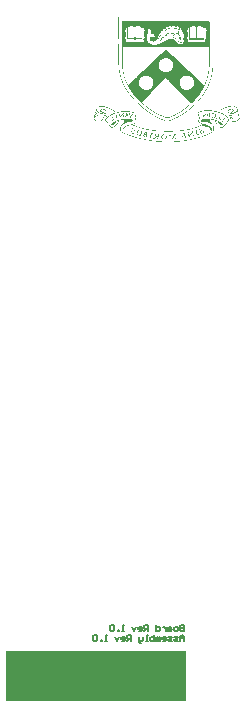
<source format=gbo>
G04*
G04 #@! TF.GenerationSoftware,Altium Limited,Altium Designer,21.6.1 (37)*
G04*
G04 Layer_Color=32896*
%FSLAX25Y25*%
%MOIN*%
G70*
G04*
G04 #@! TF.SameCoordinates,818A62AB-FC56-4755-8FE0-4AFC0147D312*
G04*
G04*
G04 #@! TF.FilePolarity,Positive*
G04*
G01*
G75*
%ADD16C,0.00500*%
%ADD145R,0.60000X0.17000*%
G36*
X207430Y216527D02*
X207448D01*
Y216510D01*
X207675D01*
Y216492D01*
X207693D01*
Y216475D01*
X207710D01*
Y216457D01*
X207903D01*
Y216475D01*
X207920D01*
Y216457D01*
X207938D01*
Y216440D01*
X207955D01*
Y216423D01*
X208147D01*
Y216353D01*
X208165D01*
Y216335D01*
X208480D01*
Y216318D01*
X208497D01*
Y216248D01*
X208567D01*
Y216265D01*
X208585D01*
Y216248D01*
X208620D01*
Y216213D01*
X208812D01*
Y216195D01*
X208830D01*
Y216178D01*
X208847D01*
Y216160D01*
X208882D01*
Y216178D01*
X208935D01*
Y216160D01*
X208952D01*
Y216143D01*
X208970D01*
Y216125D01*
X209040D01*
Y216090D01*
X209197D01*
Y216055D01*
X209214D01*
Y216038D01*
X209284D01*
Y216055D01*
X209302D01*
Y216038D01*
X209319D01*
Y216020D01*
X209337D01*
Y216003D01*
X209407D01*
Y215985D01*
X209424D01*
Y215968D01*
X209477D01*
Y215950D01*
X209494D01*
Y215880D01*
X209652D01*
Y215863D01*
X209669D01*
Y215845D01*
X209687D01*
Y215828D01*
X209739D01*
Y215810D01*
X209757D01*
Y215793D01*
X209827D01*
Y215775D01*
X209844D01*
Y215758D01*
X209862D01*
Y215740D01*
X209879D01*
Y215758D01*
X209949D01*
Y215740D01*
X209967D01*
Y215705D01*
X210037D01*
Y215688D01*
X210054D01*
Y215670D01*
X210124D01*
Y215635D01*
X210142D01*
Y215618D01*
X210212D01*
Y215548D01*
X210247D01*
Y215530D01*
X210264D01*
Y215548D01*
X210317D01*
Y215530D01*
X210334D01*
Y215513D01*
X210351D01*
Y215495D01*
X210421D01*
Y215460D01*
X210491D01*
Y215443D01*
X210509D01*
Y215425D01*
X210526D01*
Y215408D01*
X210579D01*
Y215425D01*
X210596D01*
Y215408D01*
X210631D01*
Y215373D01*
X210701D01*
Y215355D01*
X210719D01*
Y215338D01*
X210736D01*
Y215320D01*
X210754D01*
Y215303D01*
X210771D01*
Y215285D01*
X210841D01*
Y215250D01*
X210876D01*
Y215180D01*
X210894D01*
Y215163D01*
X210999D01*
Y215145D01*
X211016D01*
Y215128D01*
X211069D01*
Y215110D01*
X211086D01*
Y215093D01*
X211104D01*
Y215075D01*
X211121D01*
Y215058D01*
X211139D01*
Y215040D01*
X211156D01*
Y215023D01*
X211174D01*
Y215005D01*
X211191D01*
Y214988D01*
X211261D01*
Y214953D01*
X211331D01*
Y214936D01*
X211349D01*
Y214918D01*
X211366D01*
Y214901D01*
X211384D01*
Y214883D01*
X211401D01*
Y214866D01*
X211471D01*
Y214796D01*
X211489D01*
Y214778D01*
X211506D01*
Y214761D01*
X211524D01*
Y214743D01*
X211541D01*
Y214726D01*
X211559D01*
Y214708D01*
X211576D01*
Y214691D01*
X211594D01*
Y214673D01*
X211611D01*
Y214656D01*
X211629D01*
Y214638D01*
X211646D01*
Y214621D01*
X211716D01*
Y214586D01*
X211734D01*
Y214568D01*
X211769D01*
Y214533D01*
X211804D01*
Y214463D01*
X211821D01*
Y214446D01*
X211926D01*
Y214516D01*
X211943D01*
Y214533D01*
X212101D01*
Y214568D01*
X212136D01*
Y214586D01*
X212153D01*
Y214568D01*
X212258D01*
Y214586D01*
X212276D01*
Y214621D01*
X212468D01*
Y214638D01*
X212486D01*
Y214656D01*
X212643D01*
Y214691D01*
X212661D01*
Y214708D01*
X212853D01*
Y214691D01*
X212871D01*
Y214708D01*
X212888D01*
Y214726D01*
X212906D01*
Y214743D01*
X213150D01*
Y214778D01*
X213185D01*
Y214796D01*
X213203D01*
Y214778D01*
X213518D01*
Y214796D01*
X213535D01*
Y214866D01*
X213973D01*
Y214883D01*
X213990D01*
Y214901D01*
X214007D01*
Y214918D01*
X215354D01*
Y214901D01*
X215372D01*
Y214883D01*
X215389D01*
Y214866D01*
X215967D01*
Y214796D01*
X215984D01*
Y214778D01*
X216212D01*
Y214796D01*
X216229D01*
Y214778D01*
X216247D01*
Y214761D01*
X216264D01*
Y214743D01*
X216579D01*
Y214726D01*
X216597D01*
Y214708D01*
X216824D01*
Y214691D01*
X216841D01*
Y214673D01*
X216859D01*
Y214656D01*
X217051D01*
Y214621D01*
X217296D01*
Y214603D01*
X217314D01*
Y214586D01*
X217331D01*
Y214568D01*
X217471D01*
Y214586D01*
X217489D01*
Y214568D01*
X217506D01*
Y214551D01*
X217524D01*
Y214533D01*
X217681D01*
Y214463D01*
X217699D01*
Y214446D01*
X217856D01*
Y214411D01*
X218013D01*
Y214376D01*
X218031D01*
Y214358D01*
X218136D01*
Y214376D01*
X218153D01*
Y214358D01*
X218188D01*
Y214323D01*
X218311D01*
Y214288D01*
X218346D01*
Y214271D01*
X218363D01*
Y214201D01*
X218381D01*
Y214183D01*
X218398D01*
Y213746D01*
X218381D01*
Y213729D01*
X218363D01*
Y213711D01*
X218346D01*
Y213694D01*
X218363D01*
Y213536D01*
X218346D01*
Y213519D01*
X218311D01*
Y213361D01*
X218276D01*
Y213204D01*
X218258D01*
Y213186D01*
X218241D01*
Y213169D01*
X218223D01*
Y212994D01*
X218241D01*
Y212959D01*
X218223D01*
Y212941D01*
X218206D01*
Y212924D01*
X218188D01*
Y212487D01*
X218206D01*
Y212469D01*
X218223D01*
Y212452D01*
X218241D01*
Y212417D01*
X218223D01*
Y212364D01*
X218241D01*
Y212347D01*
X218276D01*
Y212189D01*
X218293D01*
Y212172D01*
X218311D01*
Y212102D01*
X218346D01*
Y212084D01*
X218363D01*
Y212014D01*
X218398D01*
Y211892D01*
X218468D01*
Y211874D01*
X218486D01*
Y211769D01*
X218503D01*
Y211752D01*
X218521D01*
Y211227D01*
X218503D01*
Y211210D01*
X218486D01*
Y211140D01*
X218416D01*
Y211122D01*
X218398D01*
Y211052D01*
X218363D01*
Y211017D01*
X218346D01*
Y211000D01*
X218311D01*
Y210965D01*
X218276D01*
Y210930D01*
X218241D01*
Y210912D01*
X218223D01*
Y210842D01*
X218153D01*
Y210772D01*
X218136D01*
Y210755D01*
X218066D01*
Y210720D01*
X217996D01*
Y210702D01*
X217978D01*
Y210685D01*
X217961D01*
Y210667D01*
X217856D01*
Y210632D01*
X217786D01*
Y210615D01*
X217769D01*
Y210597D01*
X217751D01*
Y210580D01*
X217611D01*
Y210597D01*
X217594D01*
Y210580D01*
X217559D01*
Y210545D01*
X217471D01*
Y210457D01*
X217314D01*
Y210440D01*
X217296D01*
Y210422D01*
X217226D01*
Y210370D01*
X217296D01*
Y210352D01*
X217314D01*
Y210335D01*
X217419D01*
Y210317D01*
X217436D01*
Y210300D01*
X217506D01*
Y210282D01*
X217524D01*
Y210247D01*
X217594D01*
Y210230D01*
X217611D01*
Y210212D01*
X217681D01*
Y210142D01*
X217699D01*
Y210125D01*
X217926D01*
Y210107D01*
X217943D01*
Y210038D01*
X218013D01*
Y210020D01*
X218031D01*
Y210003D01*
X218171D01*
Y209985D01*
X218188D01*
Y209968D01*
X218206D01*
Y209950D01*
X218276D01*
Y209915D01*
X218398D01*
Y209880D01*
X218433D01*
Y209863D01*
X218451D01*
Y209880D01*
X218503D01*
Y209863D01*
X218521D01*
Y209845D01*
X218538D01*
Y209828D01*
X218643D01*
Y209810D01*
X218661D01*
Y209793D01*
X218766D01*
Y209775D01*
X218783D01*
Y209758D01*
X218801D01*
Y209740D01*
X218940D01*
Y209670D01*
X218975D01*
Y209653D01*
X218993D01*
Y209670D01*
X219045D01*
Y209653D01*
X219063D01*
Y209635D01*
X219080D01*
Y209618D01*
X219238D01*
Y209583D01*
X219360D01*
Y209548D01*
X219378D01*
Y209530D01*
X219430D01*
Y209548D01*
X219465D01*
Y209530D01*
X219483D01*
Y209513D01*
X219500D01*
Y209495D01*
X219693D01*
Y209478D01*
X219710D01*
Y209460D01*
X219728D01*
Y209443D01*
X219745D01*
Y209460D01*
X219815D01*
Y209443D01*
X219833D01*
Y209408D01*
X219990D01*
Y209338D01*
X220008D01*
Y209320D01*
X220112D01*
Y209338D01*
X220130D01*
Y209320D01*
X220165D01*
Y209285D01*
X220357D01*
Y209268D01*
X220375D01*
Y209250D01*
X220515D01*
Y209233D01*
X220532D01*
Y209215D01*
X220550D01*
Y209198D01*
X220742D01*
Y209180D01*
X220760D01*
Y209163D01*
X220987D01*
Y209145D01*
X221005D01*
Y209128D01*
X221022D01*
Y209110D01*
X221127D01*
Y209128D01*
X221145D01*
Y209110D01*
X221162D01*
Y209093D01*
X221180D01*
Y209075D01*
X221372D01*
Y209058D01*
X221390D01*
Y209040D01*
X221407D01*
Y209023D01*
X221425D01*
Y209040D01*
X221582D01*
Y208970D01*
X221599D01*
Y208953D01*
X221827D01*
Y208935D01*
X221844D01*
Y208918D01*
X221862D01*
Y208901D01*
X222037D01*
Y208918D01*
X222072D01*
Y208901D01*
X222089D01*
Y208883D01*
X222107D01*
Y208866D01*
X222334D01*
Y208848D01*
X222352D01*
Y208831D01*
X222369D01*
Y208813D01*
X222387D01*
Y208831D01*
X222579D01*
Y208813D01*
X222597D01*
Y208796D01*
X222614D01*
Y208778D01*
X222894D01*
Y208743D01*
X223209D01*
Y208726D01*
X223226D01*
Y208708D01*
X223244D01*
Y208691D01*
X223559D01*
Y208621D01*
X223873D01*
Y208603D01*
X223891D01*
Y208586D01*
X223908D01*
Y208568D01*
X224276D01*
Y208533D01*
X224643D01*
Y208516D01*
X224661D01*
Y208498D01*
X224678D01*
Y208481D01*
X225063D01*
Y208498D01*
X225080D01*
Y208481D01*
X225115D01*
Y208446D01*
X225605D01*
Y208428D01*
X225623D01*
Y208411D01*
X226235D01*
Y208393D01*
X226253D01*
Y208358D01*
X227040D01*
Y208341D01*
X227057D01*
Y208323D01*
X228509D01*
Y208253D01*
X228527D01*
Y208236D01*
X229769D01*
Y208306D01*
X229786D01*
Y208323D01*
X231203D01*
Y208358D01*
X231990D01*
Y208376D01*
X232008D01*
Y208393D01*
X232025D01*
Y208411D01*
X232585D01*
Y208428D01*
X232602D01*
Y208446D01*
X233092D01*
Y208481D01*
X233127D01*
Y208498D01*
X233145D01*
Y208481D01*
X233529D01*
Y208498D01*
X233547D01*
Y208516D01*
X233564D01*
Y208533D01*
X233932D01*
Y208568D01*
X234264D01*
Y208603D01*
X234282D01*
Y208621D01*
X234562D01*
Y208691D01*
X234876D01*
Y208708D01*
X234894D01*
Y208726D01*
X234911D01*
Y208743D01*
X235191D01*
Y208778D01*
X235471D01*
Y208796D01*
X235489D01*
Y208813D01*
X235506D01*
Y208831D01*
X235734D01*
Y208848D01*
X235751D01*
Y208866D01*
X235944D01*
Y208901D01*
X235979D01*
Y208918D01*
X235996D01*
Y208901D01*
X236188D01*
Y208918D01*
X236206D01*
Y208953D01*
X236363D01*
Y209023D01*
X236381D01*
Y209040D01*
X236573D01*
Y209023D01*
X236591D01*
Y209040D01*
X236608D01*
Y209058D01*
X236626D01*
Y209075D01*
X236818D01*
Y209093D01*
X236836D01*
Y209110D01*
X236853D01*
Y209128D01*
X236871D01*
Y209110D01*
X236976D01*
Y209128D01*
X236993D01*
Y209145D01*
X237011D01*
Y209163D01*
X237203D01*
Y209198D01*
X237361D01*
Y209215D01*
X237378D01*
Y209233D01*
X237395D01*
Y209250D01*
X237500D01*
Y209233D01*
X237518D01*
Y209250D01*
X237535D01*
Y209268D01*
X237553D01*
Y209285D01*
X237710D01*
Y209320D01*
X237745D01*
Y209338D01*
X237763D01*
Y209320D01*
X237868D01*
Y209338D01*
X237885D01*
Y209408D01*
X238043D01*
Y209443D01*
X238060D01*
Y209460D01*
X238113D01*
Y209443D01*
X238148D01*
Y209460D01*
X238165D01*
Y209478D01*
X238183D01*
Y209495D01*
X238340D01*
Y209530D01*
X238375D01*
Y209548D01*
X238392D01*
Y209530D01*
X238445D01*
Y209548D01*
X238462D01*
Y209565D01*
X238480D01*
Y209583D01*
X238637D01*
Y209618D01*
X238707D01*
Y209635D01*
X238725D01*
Y209653D01*
X238742D01*
Y209670D01*
X238795D01*
Y209653D01*
X238812D01*
Y209670D01*
X238847D01*
Y209740D01*
X238987D01*
Y209758D01*
X239005D01*
Y209775D01*
X239022D01*
Y209793D01*
X239092D01*
Y209828D01*
X239215D01*
Y209863D01*
X239232D01*
Y209880D01*
X239302D01*
Y209863D01*
X239320D01*
Y209880D01*
X239337D01*
Y209898D01*
X239355D01*
Y209915D01*
X239425D01*
Y209933D01*
X239442D01*
Y209950D01*
X239460D01*
Y209968D01*
X239477D01*
Y209950D01*
X239547D01*
Y209968D01*
X239565D01*
Y210003D01*
X239687D01*
Y210038D01*
X239757D01*
Y210055D01*
X239774D01*
Y210125D01*
X239932D01*
Y210195D01*
X239949D01*
Y210212D01*
X240054D01*
Y210230D01*
X240072D01*
Y210247D01*
X240142D01*
Y210282D01*
X240159D01*
Y210300D01*
X240177D01*
Y210317D01*
X240194D01*
Y210335D01*
X240212D01*
Y210352D01*
X240229D01*
Y210370D01*
X240299D01*
Y210387D01*
X240317D01*
Y210457D01*
X240387D01*
Y210475D01*
X240404D01*
Y210545D01*
X240439D01*
Y210580D01*
X240422D01*
Y210597D01*
X240404D01*
Y210615D01*
X240387D01*
Y210632D01*
X240229D01*
Y210667D01*
X240159D01*
Y210685D01*
X240142D01*
Y210702D01*
X240124D01*
Y210720D01*
X240072D01*
Y210702D01*
X240054D01*
Y210720D01*
X240019D01*
Y210755D01*
X239897D01*
Y210825D01*
X239879D01*
Y210842D01*
X239722D01*
Y210912D01*
X239704D01*
Y210930D01*
X239687D01*
Y210947D01*
X239669D01*
Y210965D01*
X239565D01*
Y210982D01*
X239547D01*
Y211000D01*
X239530D01*
Y211017D01*
X239512D01*
Y211035D01*
X239495D01*
Y211052D01*
X239477D01*
Y211070D01*
X239460D01*
Y211087D01*
X239442D01*
Y211105D01*
X239425D01*
Y211122D01*
X239407D01*
Y211140D01*
X239390D01*
Y211157D01*
X239372D01*
Y211175D01*
X239355D01*
Y211192D01*
X239337D01*
Y211210D01*
X239320D01*
Y211227D01*
X239302D01*
Y211297D01*
X239232D01*
Y211315D01*
X239215D01*
Y211332D01*
X239197D01*
Y211350D01*
X239180D01*
Y211455D01*
X239162D01*
Y211472D01*
X239145D01*
Y211490D01*
X239127D01*
Y211525D01*
X239145D01*
Y211717D01*
X239127D01*
Y211734D01*
X239145D01*
Y211752D01*
X239162D01*
Y211769D01*
X239180D01*
Y211874D01*
X239197D01*
Y211892D01*
X239215D01*
Y211909D01*
X239232D01*
Y211944D01*
X239215D01*
Y211997D01*
X239232D01*
Y212014D01*
X239302D01*
Y212084D01*
X239320D01*
Y212102D01*
X239337D01*
Y212119D01*
X239355D01*
Y212172D01*
X239372D01*
Y212189D01*
X239390D01*
Y212259D01*
X239407D01*
Y212277D01*
X239425D01*
Y212294D01*
X239442D01*
Y212312D01*
X239425D01*
Y212382D01*
X239442D01*
Y212399D01*
X239477D01*
Y212522D01*
X239512D01*
Y212767D01*
X239477D01*
Y212889D01*
X239442D01*
Y212906D01*
X239425D01*
Y212976D01*
X239407D01*
Y212994D01*
X239390D01*
Y213099D01*
X239372D01*
Y213116D01*
X239355D01*
Y213169D01*
X239337D01*
Y213186D01*
X239320D01*
Y213204D01*
X239302D01*
Y213274D01*
X239232D01*
Y213291D01*
X239215D01*
Y213396D01*
X239232D01*
Y213414D01*
X239215D01*
Y213431D01*
X239197D01*
Y213449D01*
X239180D01*
Y213519D01*
X239162D01*
Y213536D01*
X239145D01*
Y213554D01*
X239127D01*
Y213571D01*
X239145D01*
Y213641D01*
X239127D01*
Y213659D01*
X239092D01*
Y213816D01*
X239057D01*
Y213973D01*
X239040D01*
Y213991D01*
X239022D01*
Y214008D01*
X239005D01*
Y214393D01*
X239022D01*
Y214411D01*
X239057D01*
Y214533D01*
X239092D01*
Y214568D01*
X239127D01*
Y214586D01*
X239145D01*
Y214656D01*
X239215D01*
Y214691D01*
X239232D01*
Y214708D01*
X239302D01*
Y214691D01*
X239320D01*
Y214708D01*
X239337D01*
Y214726D01*
X239355D01*
Y214743D01*
X239425D01*
Y214761D01*
X239442D01*
Y214778D01*
X239460D01*
Y214796D01*
X239477D01*
Y214778D01*
X239582D01*
Y214796D01*
X239599D01*
Y214866D01*
X239792D01*
Y214883D01*
X239809D01*
Y214901D01*
X239827D01*
Y214918D01*
X239967D01*
Y214901D01*
X239984D01*
Y214918D01*
X240019D01*
Y214953D01*
X240229D01*
Y214988D01*
X240264D01*
Y215005D01*
X240282D01*
Y214988D01*
X240457D01*
Y215005D01*
X240474D01*
Y215023D01*
X240492D01*
Y215040D01*
X240807D01*
Y215058D01*
X240824D01*
Y215075D01*
X241191D01*
Y215110D01*
X241209D01*
Y215128D01*
X241821D01*
Y215145D01*
X241839D01*
Y215163D01*
X242993D01*
Y215145D01*
X243011D01*
Y215128D01*
X243028D01*
Y215110D01*
X243046D01*
Y215128D01*
X243605D01*
Y215110D01*
X243623D01*
Y215093D01*
X243640D01*
Y215075D01*
X244008D01*
Y215040D01*
X244340D01*
Y215005D01*
X244358D01*
Y214988D01*
X244497D01*
Y215005D01*
X244532D01*
Y214988D01*
X244550D01*
Y214971D01*
X244567D01*
Y214953D01*
X244795D01*
Y214936D01*
X244812D01*
Y214918D01*
X244830D01*
Y214901D01*
X244847D01*
Y214918D01*
X245040D01*
Y214901D01*
X245057D01*
Y214883D01*
X245075D01*
Y214866D01*
X245215D01*
Y214848D01*
X245232D01*
Y214778D01*
X245390D01*
Y214796D01*
X245407D01*
Y214778D01*
X245425D01*
Y214761D01*
X245442D01*
Y214743D01*
X245547D01*
Y214726D01*
X245565D01*
Y214708D01*
X245757D01*
Y214691D01*
X245775D01*
Y214656D01*
X245897D01*
Y214621D01*
X245932D01*
Y214603D01*
X245949D01*
Y214621D01*
X246002D01*
Y214603D01*
X246019D01*
Y214586D01*
X246037D01*
Y214568D01*
X246142D01*
Y214586D01*
X246159D01*
Y214568D01*
X246194D01*
Y214533D01*
X246317D01*
Y214463D01*
X246334D01*
Y214446D01*
X246474D01*
Y214428D01*
X246492D01*
Y214411D01*
X246562D01*
Y214376D01*
X246579D01*
Y214358D01*
X246649D01*
Y214376D01*
X246667D01*
Y214358D01*
X246684D01*
Y214341D01*
X246702D01*
Y214323D01*
X246807D01*
Y214306D01*
X246824D01*
Y214288D01*
X246894D01*
Y214271D01*
X246912D01*
Y214236D01*
X246982D01*
Y214218D01*
X246999D01*
Y214201D01*
X247139D01*
Y214183D01*
X247156D01*
Y214166D01*
X247174D01*
Y214148D01*
X247244D01*
Y214078D01*
X247261D01*
Y214061D01*
X247279D01*
Y214043D01*
X247296D01*
Y214026D01*
X247366D01*
Y213991D01*
X247436D01*
Y213973D01*
X247454D01*
Y213956D01*
X247471D01*
Y213938D01*
X247524D01*
Y213956D01*
X247541D01*
Y213938D01*
X247576D01*
Y213903D01*
X247646D01*
Y213886D01*
X247664D01*
Y213868D01*
X247734D01*
Y213851D01*
X247751D01*
Y213816D01*
X247786D01*
Y213746D01*
X247804D01*
Y213729D01*
X247856D01*
Y213746D01*
X247891D01*
Y213729D01*
X247909D01*
Y213711D01*
X247926D01*
Y213694D01*
X247944D01*
Y213676D01*
X247961D01*
Y213659D01*
X248014D01*
Y213641D01*
X248031D01*
Y213624D01*
X248049D01*
Y213606D01*
X248066D01*
Y213589D01*
X248084D01*
Y213571D01*
X248153D01*
Y213554D01*
X248171D01*
Y213536D01*
X248188D01*
Y213519D01*
X248241D01*
Y213501D01*
X248258D01*
Y213484D01*
X248276D01*
Y213466D01*
X248293D01*
Y213449D01*
X248363D01*
Y213431D01*
X248381D01*
Y213361D01*
X248398D01*
Y213344D01*
X248416D01*
Y213326D01*
X248433D01*
Y213309D01*
X248451D01*
Y213291D01*
X248468D01*
Y213274D01*
X248486D01*
Y213256D01*
X248503D01*
Y213239D01*
X248521D01*
Y213221D01*
X248538D01*
Y213204D01*
X248556D01*
Y213186D01*
X248626D01*
Y213151D01*
X248696D01*
Y213134D01*
X248713D01*
Y213116D01*
X248731D01*
Y213099D01*
X248748D01*
Y213081D01*
X248766D01*
Y213064D01*
X248783D01*
Y213046D01*
X248801D01*
Y212976D01*
X248836D01*
Y212906D01*
X248853D01*
Y212889D01*
X248871D01*
Y212871D01*
X248888D01*
Y212854D01*
X248958D01*
Y212819D01*
X248993D01*
Y212801D01*
X249011D01*
Y212767D01*
X249046D01*
Y212732D01*
X249081D01*
Y212697D01*
X249098D01*
Y212679D01*
X249081D01*
Y212627D01*
X249098D01*
Y212609D01*
X249116D01*
Y212592D01*
X249133D01*
Y212574D01*
X249151D01*
Y212557D01*
X249168D01*
Y212487D01*
X249186D01*
Y212469D01*
X249203D01*
Y212452D01*
X249221D01*
Y212434D01*
X249256D01*
Y212347D01*
X249343D01*
Y212224D01*
X249378D01*
Y212154D01*
X249395D01*
Y212137D01*
X249413D01*
Y212119D01*
X249430D01*
Y212032D01*
X249413D01*
Y212014D01*
X249395D01*
Y211997D01*
X249378D01*
Y211857D01*
X249360D01*
Y211839D01*
X249343D01*
Y211822D01*
X249325D01*
Y211804D01*
X249256D01*
Y211734D01*
X249238D01*
Y211717D01*
X249221D01*
Y211647D01*
X249203D01*
Y211629D01*
X249168D01*
Y211560D01*
X249151D01*
Y211542D01*
X249133D01*
Y211472D01*
X249098D01*
Y211455D01*
X249081D01*
Y211437D01*
X249063D01*
Y211420D01*
X249046D01*
Y211350D01*
X249028D01*
Y211332D01*
X249011D01*
Y211315D01*
X248993D01*
Y211297D01*
X248958D01*
Y211227D01*
X248941D01*
Y211210D01*
X248871D01*
Y211140D01*
X248853D01*
Y211122D01*
X248836D01*
Y211105D01*
X248818D01*
Y211087D01*
X248801D01*
Y211070D01*
X248783D01*
Y211052D01*
X248766D01*
Y211035D01*
X248748D01*
Y210965D01*
X248713D01*
Y210930D01*
X248678D01*
Y210912D01*
X248661D01*
Y210842D01*
X248643D01*
Y210825D01*
X248626D01*
Y210755D01*
X248556D01*
Y210737D01*
X248538D01*
Y210720D01*
X248521D01*
Y210702D01*
X248503D01*
Y210685D01*
X248486D01*
Y210667D01*
X248468D01*
Y210650D01*
X248451D01*
Y210632D01*
X248433D01*
Y210615D01*
X248416D01*
Y210545D01*
X248381D01*
Y210475D01*
X248363D01*
Y210457D01*
X248346D01*
Y210440D01*
X248328D01*
Y210422D01*
X248311D01*
Y210405D01*
X248293D01*
Y210387D01*
X248276D01*
Y210370D01*
X248258D01*
Y210352D01*
X248241D01*
Y210335D01*
X248171D01*
Y210265D01*
X248153D01*
Y210247D01*
X248136D01*
Y210230D01*
X248118D01*
Y210212D01*
X248101D01*
Y210195D01*
X248084D01*
Y210125D01*
X247996D01*
Y210055D01*
X247979D01*
Y210038D01*
X247961D01*
Y210020D01*
X247944D01*
Y210003D01*
X247926D01*
Y209985D01*
X247909D01*
Y209968D01*
X247891D01*
Y209950D01*
X247874D01*
Y209933D01*
X247856D01*
Y209915D01*
X247786D01*
Y209880D01*
X247769D01*
Y209863D01*
X247751D01*
Y209845D01*
X247734D01*
Y209828D01*
X247699D01*
Y209758D01*
X247681D01*
Y209740D01*
X247664D01*
Y209670D01*
X247629D01*
Y209653D01*
X247611D01*
Y209618D01*
X247576D01*
Y209583D01*
X247454D01*
Y209548D01*
X247436D01*
Y209530D01*
X247419D01*
Y209513D01*
X247401D01*
Y209495D01*
X247384D01*
Y209478D01*
X247366D01*
Y209460D01*
X247349D01*
Y209443D01*
X247331D01*
Y209425D01*
X247314D01*
Y209408D01*
X247279D01*
Y209338D01*
X247261D01*
Y209320D01*
X247209D01*
Y209303D01*
X247191D01*
Y209285D01*
X247174D01*
Y209268D01*
X247156D01*
Y209250D01*
X247122D01*
Y209233D01*
X247104D01*
Y209250D01*
X246877D01*
Y209233D01*
X246842D01*
Y209250D01*
X246824D01*
Y209268D01*
X246807D01*
Y209285D01*
X246667D01*
Y209303D01*
X246649D01*
Y209320D01*
X246632D01*
Y209338D01*
X246597D01*
Y209320D01*
X246544D01*
Y209338D01*
X246527D01*
Y209408D01*
X246457D01*
Y209425D01*
X246439D01*
Y209443D01*
X246422D01*
Y209460D01*
X246369D01*
Y209443D01*
X246352D01*
Y209460D01*
X246317D01*
Y209495D01*
X246247D01*
Y209513D01*
X246229D01*
Y209530D01*
X246212D01*
Y209548D01*
X246194D01*
Y209565D01*
X246177D01*
Y209583D01*
X246107D01*
Y209618D01*
X246037D01*
Y209635D01*
X246019D01*
Y209653D01*
X246002D01*
Y209670D01*
X245984D01*
Y209740D01*
X245949D01*
Y209758D01*
X245932D01*
Y209793D01*
X245862D01*
Y209810D01*
X245845D01*
Y209828D01*
X245827D01*
Y209845D01*
X245810D01*
Y209863D01*
X245792D01*
Y209880D01*
X245775D01*
Y209898D01*
X245757D01*
Y209915D01*
X245740D01*
Y209933D01*
X245722D01*
Y209950D01*
X245652D01*
Y209985D01*
X245635D01*
Y210003D01*
X245600D01*
Y210125D01*
X245530D01*
Y210142D01*
X245512D01*
Y210212D01*
X245477D01*
Y210247D01*
X245442D01*
Y210317D01*
X245425D01*
Y210335D01*
X245407D01*
Y210352D01*
X245390D01*
Y210370D01*
X245372D01*
Y210387D01*
X245355D01*
Y210457D01*
X245267D01*
Y210545D01*
X245232D01*
Y210615D01*
X245215D01*
Y210632D01*
X245180D01*
Y210702D01*
X245162D01*
Y210720D01*
X245145D01*
Y210737D01*
X245127D01*
Y210755D01*
X245110D01*
Y210772D01*
X245092D01*
Y210842D01*
X245057D01*
Y211000D01*
X245040D01*
Y211017D01*
X245022D01*
Y211070D01*
X245005D01*
Y211087D01*
X244935D01*
Y211210D01*
X244900D01*
Y211227D01*
X244882D01*
Y211332D01*
X244900D01*
Y211350D01*
X244882D01*
Y211385D01*
X244847D01*
Y211542D01*
X244830D01*
Y211560D01*
X244812D01*
Y211577D01*
X244795D01*
Y211594D01*
X244812D01*
Y211717D01*
X244795D01*
Y211734D01*
X244812D01*
Y211752D01*
X244830D01*
Y211769D01*
X244847D01*
Y211804D01*
X244812D01*
Y211822D01*
X244795D01*
Y211839D01*
X244777D01*
Y211857D01*
X244760D01*
Y211839D01*
X244655D01*
Y211857D01*
X244637D01*
Y211874D01*
X244620D01*
Y211892D01*
X244480D01*
Y211909D01*
X244462D01*
Y211927D01*
X244235D01*
Y211944D01*
X244218D01*
Y212014D01*
X244008D01*
Y212049D01*
X243973D01*
Y212067D01*
X243955D01*
Y212049D01*
X243780D01*
Y212067D01*
X243763D01*
Y212084D01*
X243745D01*
Y212102D01*
X243465D01*
Y212137D01*
X243133D01*
Y211944D01*
X243116D01*
Y211927D01*
X243081D01*
Y211437D01*
X243098D01*
Y211420D01*
X243133D01*
Y211350D01*
X243186D01*
Y211332D01*
X243203D01*
Y211315D01*
X243221D01*
Y211297D01*
X243255D01*
Y211175D01*
X243290D01*
Y211140D01*
X243325D01*
Y211122D01*
X243343D01*
Y211087D01*
X243378D01*
Y211052D01*
X243413D01*
Y211017D01*
X243430D01*
Y211000D01*
X243465D01*
Y210930D01*
X243535D01*
Y210912D01*
X243553D01*
Y210842D01*
X243570D01*
Y210825D01*
X243588D01*
Y210755D01*
X243623D01*
Y210685D01*
X243640D01*
Y210667D01*
X243658D01*
Y210650D01*
X243675D01*
Y210632D01*
X243693D01*
Y210615D01*
X243710D01*
Y210597D01*
X243728D01*
Y210580D01*
X243745D01*
Y210562D01*
X243763D01*
Y210545D01*
X243798D01*
Y210475D01*
X243815D01*
Y210457D01*
X243833D01*
Y210440D01*
X243850D01*
Y210422D01*
X243920D01*
Y210352D01*
X243938D01*
Y210335D01*
X243955D01*
Y210317D01*
X243973D01*
Y210300D01*
X243990D01*
Y210282D01*
X244008D01*
Y210212D01*
X244043D01*
Y210142D01*
X244060D01*
Y210125D01*
X244078D01*
Y210107D01*
X244095D01*
Y210003D01*
X244130D01*
Y209933D01*
X244148D01*
Y209915D01*
X244165D01*
Y209898D01*
X244183D01*
Y209828D01*
X244218D01*
Y209670D01*
X244288D01*
Y209653D01*
X244305D01*
Y209495D01*
X244340D01*
Y209215D01*
X244358D01*
Y209198D01*
X244375D01*
Y209180D01*
X244393D01*
Y208848D01*
X244375D01*
Y208831D01*
X244358D01*
Y208813D01*
X244340D01*
Y208568D01*
X244305D01*
Y208463D01*
X244288D01*
Y208446D01*
X244218D01*
Y208376D01*
X244200D01*
Y208358D01*
X244183D01*
Y208341D01*
X244165D01*
Y208306D01*
X244183D01*
Y208253D01*
X244165D01*
Y208236D01*
X244148D01*
Y208218D01*
X244130D01*
Y208148D01*
X244095D01*
Y208131D01*
X244078D01*
Y208113D01*
X244060D01*
Y208096D01*
X244043D01*
Y208026D01*
X244025D01*
Y208008D01*
X244008D01*
Y207991D01*
X243990D01*
Y207973D01*
X243973D01*
Y207956D01*
X243955D01*
Y207938D01*
X243920D01*
Y207869D01*
X243903D01*
Y207851D01*
X243850D01*
Y207834D01*
X243833D01*
Y207816D01*
X243815D01*
Y207799D01*
X243798D01*
Y207781D01*
X243780D01*
Y207764D01*
X243763D01*
Y207746D01*
X243745D01*
Y207729D01*
X243728D01*
Y207711D01*
X243710D01*
Y207694D01*
X243693D01*
Y207676D01*
X243675D01*
Y207659D01*
X243658D01*
Y207641D01*
X243640D01*
Y207624D01*
X243623D01*
Y207606D01*
X243588D01*
Y207641D01*
X243553D01*
Y207624D01*
X243535D01*
Y207606D01*
X243430D01*
Y207589D01*
X243413D01*
Y207519D01*
X243343D01*
Y207501D01*
X243325D01*
Y207484D01*
X243221D01*
Y207466D01*
X243203D01*
Y207449D01*
X243186D01*
Y207431D01*
X243133D01*
Y207449D01*
X243116D01*
Y207431D01*
X243081D01*
Y207396D01*
X243011D01*
Y207379D01*
X242993D01*
Y207361D01*
X242941D01*
Y207344D01*
X242923D01*
Y207326D01*
X242906D01*
Y207309D01*
X242836D01*
Y207274D01*
X242713D01*
Y207239D01*
X242696D01*
Y207221D01*
X242626D01*
Y207239D01*
X242608D01*
Y207221D01*
X242573D01*
Y207151D01*
X242521D01*
Y207134D01*
X242503D01*
Y207116D01*
X242486D01*
Y207099D01*
X242381D01*
Y207081D01*
X242363D01*
Y207064D01*
X242258D01*
Y207046D01*
X242241D01*
Y207029D01*
X242224D01*
Y207011D01*
X242171D01*
Y206994D01*
X242154D01*
Y206976D01*
X241996D01*
Y206941D01*
X241926D01*
Y206924D01*
X241909D01*
Y206906D01*
X241891D01*
Y206889D01*
X241786D01*
Y206819D01*
X241769D01*
Y206801D01*
X241716D01*
Y206819D01*
X241681D01*
Y206801D01*
X241664D01*
Y206784D01*
X241646D01*
Y206766D01*
X241541D01*
Y206749D01*
X241524D01*
Y206731D01*
X241506D01*
Y206714D01*
X241471D01*
Y206731D01*
X241419D01*
Y206714D01*
X241401D01*
Y206679D01*
X241279D01*
Y206644D01*
X241156D01*
Y206609D01*
X241139D01*
Y206592D01*
X241086D01*
Y206609D01*
X241051D01*
Y206592D01*
X241034D01*
Y206574D01*
X241017D01*
Y206557D01*
X240912D01*
Y206539D01*
X240894D01*
Y206522D01*
X240877D01*
Y206504D01*
X240842D01*
Y206522D01*
X240789D01*
Y206504D01*
X240772D01*
Y206434D01*
X240614D01*
Y206399D01*
X240597D01*
Y206382D01*
X240527D01*
Y206399D01*
X240509D01*
Y206382D01*
X240492D01*
Y206364D01*
X240474D01*
Y206347D01*
X240317D01*
Y206312D01*
X240282D01*
Y206294D01*
X240264D01*
Y206312D01*
X240212D01*
Y206294D01*
X240194D01*
Y206277D01*
X240177D01*
Y206259D01*
X240107D01*
Y206224D01*
X239949D01*
Y206207D01*
X239932D01*
Y206189D01*
X239914D01*
Y206172D01*
X239774D01*
Y206102D01*
X239739D01*
Y206084D01*
X239722D01*
Y206102D01*
X239617D01*
Y206084D01*
X239599D01*
Y206067D01*
X239582D01*
Y206049D01*
X239477D01*
Y206014D01*
X239355D01*
Y205979D01*
X239337D01*
Y205962D01*
X239180D01*
Y205979D01*
X239162D01*
Y205962D01*
X239145D01*
Y205944D01*
X239127D01*
Y205927D01*
X239022D01*
Y205909D01*
X239005D01*
Y205892D01*
X238987D01*
Y205874D01*
X238970D01*
Y205892D01*
X238812D01*
Y205874D01*
X238795D01*
Y205839D01*
X238672D01*
Y205804D01*
X238480D01*
Y205787D01*
X238462D01*
Y205717D01*
X238305D01*
Y205699D01*
X238288D01*
Y205682D01*
X238270D01*
Y205664D01*
X238253D01*
Y205682D01*
X238148D01*
Y205664D01*
X238130D01*
Y205647D01*
X238113D01*
Y205629D01*
X237973D01*
Y205612D01*
X237955D01*
Y205594D01*
X237763D01*
Y205577D01*
X237745D01*
Y205559D01*
X237728D01*
Y205542D01*
X237588D01*
Y205524D01*
X237570D01*
Y205507D01*
X237343D01*
Y205489D01*
X237326D01*
Y205472D01*
X237308D01*
Y205454D01*
X237291D01*
Y205472D01*
X237186D01*
Y205454D01*
X237168D01*
Y205437D01*
X237151D01*
Y205419D01*
X236923D01*
Y205402D01*
X236906D01*
Y205332D01*
X236748D01*
Y205349D01*
X236731D01*
Y205332D01*
X236713D01*
Y205314D01*
X236696D01*
Y205297D01*
X236503D01*
Y205279D01*
X236486D01*
Y205262D01*
X236468D01*
Y205244D01*
X236451D01*
Y205262D01*
X236258D01*
Y205244D01*
X236241D01*
Y205227D01*
X236223D01*
Y205210D01*
X235996D01*
Y205192D01*
X235979D01*
Y205175D01*
X235786D01*
Y205140D01*
X235769D01*
Y205122D01*
X235489D01*
Y205105D01*
X235471D01*
Y205087D01*
X235191D01*
Y205017D01*
X235174D01*
Y205000D01*
X234894D01*
Y204965D01*
X234579D01*
Y204947D01*
X234562D01*
Y204930D01*
X234544D01*
Y204912D01*
X234352D01*
Y204930D01*
X234334D01*
Y204912D01*
X234317D01*
Y204895D01*
X234299D01*
Y204877D01*
X233932D01*
Y204842D01*
X233897D01*
Y204825D01*
X233879D01*
Y204842D01*
X233564D01*
Y204825D01*
X233547D01*
Y204790D01*
X233180D01*
Y204755D01*
X232690D01*
Y204737D01*
X232672D01*
Y204720D01*
X232655D01*
Y204702D01*
X232165D01*
Y204632D01*
X230591D01*
Y204615D01*
X230573D01*
Y204545D01*
X227547D01*
Y204615D01*
X227530D01*
Y204632D01*
X225955D01*
Y204702D01*
X225465D01*
Y204720D01*
X225448D01*
Y204755D01*
X224993D01*
Y204790D01*
X224538D01*
Y204807D01*
X224521D01*
Y204825D01*
X224503D01*
Y204842D01*
X224206D01*
Y204825D01*
X224171D01*
Y204842D01*
X224153D01*
Y204860D01*
X224136D01*
Y204877D01*
X223821D01*
Y204895D01*
X223803D01*
Y204912D01*
X223786D01*
Y204930D01*
X223768D01*
Y204912D01*
X223541D01*
Y204930D01*
X223524D01*
Y204947D01*
X223506D01*
Y204965D01*
X223191D01*
Y204982D01*
X223174D01*
Y205000D01*
X222894D01*
Y205070D01*
X222876D01*
Y205087D01*
X222597D01*
Y205122D01*
X222562D01*
Y205140D01*
X222544D01*
Y205122D01*
X222317D01*
Y205140D01*
X222299D01*
Y205175D01*
X222019D01*
Y205192D01*
X222002D01*
Y205210D01*
X221809D01*
Y205227D01*
X221792D01*
Y205244D01*
X221774D01*
Y205262D01*
X221599D01*
Y205244D01*
X221582D01*
Y205262D01*
X221547D01*
Y205297D01*
X221302D01*
Y205314D01*
X221285D01*
Y205332D01*
X221267D01*
Y205349D01*
X221250D01*
Y205332D01*
X221092D01*
Y205402D01*
X221075D01*
Y205419D01*
X220882D01*
Y205454D01*
X220865D01*
Y205472D01*
X220707D01*
Y205454D01*
X220690D01*
Y205472D01*
X220672D01*
Y205489D01*
X220655D01*
Y205507D01*
X220462D01*
Y205524D01*
X220445D01*
Y205542D01*
X220427D01*
Y205559D01*
X220410D01*
Y205542D01*
X220305D01*
Y205559D01*
X220287D01*
Y205577D01*
X220270D01*
Y205594D01*
X220078D01*
Y205629D01*
X219885D01*
Y205647D01*
X219868D01*
Y205664D01*
X219850D01*
Y205682D01*
X219745D01*
Y205664D01*
X219728D01*
Y205682D01*
X219710D01*
Y205699D01*
X219693D01*
Y205717D01*
X219500D01*
Y205734D01*
X219483D01*
Y205804D01*
X219325D01*
Y205839D01*
X219203D01*
Y205874D01*
X219185D01*
Y205892D01*
X219028D01*
Y205874D01*
X219010D01*
Y205892D01*
X218993D01*
Y205909D01*
X218975D01*
Y205927D01*
X218783D01*
Y205944D01*
X218766D01*
Y205962D01*
X218748D01*
Y205979D01*
X218731D01*
Y205962D01*
X218661D01*
Y205979D01*
X218643D01*
Y206014D01*
X218486D01*
Y206049D01*
X218328D01*
Y206067D01*
X218311D01*
Y206084D01*
X218293D01*
Y206102D01*
X218241D01*
Y206084D01*
X218223D01*
Y206102D01*
X218188D01*
Y206172D01*
X217996D01*
Y206189D01*
X217978D01*
Y206207D01*
X217961D01*
Y206224D01*
X217856D01*
Y206259D01*
X217699D01*
Y206277D01*
X217681D01*
Y206294D01*
X217664D01*
Y206312D01*
X217611D01*
Y206294D01*
X217594D01*
Y206312D01*
X217559D01*
Y206347D01*
X217436D01*
Y206382D01*
X217401D01*
Y206399D01*
X217384D01*
Y206382D01*
X217279D01*
Y206399D01*
X217261D01*
Y206434D01*
X217139D01*
Y206504D01*
X217121D01*
Y206522D01*
X217016D01*
Y206504D01*
X216999D01*
Y206522D01*
X216981D01*
Y206539D01*
X216964D01*
Y206557D01*
X216859D01*
Y206574D01*
X216841D01*
Y206592D01*
X216701D01*
Y206609D01*
X216684D01*
Y206627D01*
X216667D01*
Y206644D01*
X216562D01*
Y206662D01*
X216544D01*
Y206679D01*
X216439D01*
Y206697D01*
X216422D01*
Y206714D01*
X216404D01*
Y206731D01*
X216299D01*
Y206714D01*
X216282D01*
Y206731D01*
X216264D01*
Y206749D01*
X216247D01*
Y206766D01*
X216177D01*
Y206801D01*
X216142D01*
Y206819D01*
X216124D01*
Y206801D01*
X216054D01*
Y206871D01*
X216037D01*
Y206889D01*
X215897D01*
Y206906D01*
X215879D01*
Y206924D01*
X215862D01*
Y206941D01*
X215792D01*
Y206976D01*
X215669D01*
Y207011D01*
X215634D01*
Y207029D01*
X215617D01*
Y207011D01*
X215512D01*
Y207029D01*
X215494D01*
Y207064D01*
X215424D01*
Y207081D01*
X215407D01*
Y207099D01*
X215267D01*
Y207116D01*
X215249D01*
Y207134D01*
X215232D01*
Y207151D01*
X215162D01*
Y207221D01*
X215127D01*
Y207239D01*
X215110D01*
Y207221D01*
X215057D01*
Y207239D01*
X215040D01*
Y207256D01*
X215022D01*
Y207274D01*
X214952D01*
Y207309D01*
X214795D01*
Y207344D01*
X214777D01*
Y207361D01*
X214707D01*
Y207379D01*
X214690D01*
Y207396D01*
X214620D01*
Y207431D01*
X214585D01*
Y207449D01*
X214567D01*
Y207431D01*
X214462D01*
Y207449D01*
X214445D01*
Y207484D01*
X214375D01*
Y207501D01*
X214357D01*
Y207519D01*
X214252D01*
Y207536D01*
X214235D01*
Y207606D01*
X214130D01*
Y207624D01*
X214112D01*
Y207641D01*
X214042D01*
Y207659D01*
X214025D01*
Y207694D01*
X213903D01*
Y207729D01*
X213833D01*
Y207711D01*
X213815D01*
Y207694D01*
X213780D01*
Y207729D01*
X213658D01*
Y207764D01*
X213640D01*
Y207781D01*
X213623D01*
Y207799D01*
X213605D01*
Y207816D01*
X213535D01*
Y207834D01*
X213518D01*
Y207851D01*
X213465D01*
Y207869D01*
X213448D01*
Y207938D01*
X213413D01*
Y207956D01*
X213395D01*
Y207973D01*
X213378D01*
Y207991D01*
X213360D01*
Y208008D01*
X213343D01*
Y208026D01*
X213325D01*
Y208043D01*
X213308D01*
Y208061D01*
X213290D01*
Y208078D01*
X213273D01*
Y208148D01*
X213238D01*
Y208218D01*
X213220D01*
Y208236D01*
X213203D01*
Y208253D01*
X213185D01*
Y208306D01*
X213203D01*
Y208341D01*
X213185D01*
Y208358D01*
X213168D01*
Y208376D01*
X213150D01*
Y208516D01*
X213133D01*
Y208533D01*
X213063D01*
Y209145D01*
X213080D01*
Y209163D01*
X213150D01*
Y209408D01*
X213185D01*
Y209443D01*
X213203D01*
Y209460D01*
X213185D01*
Y209565D01*
X213203D01*
Y209583D01*
X213238D01*
Y209740D01*
X213255D01*
Y209758D01*
X213273D01*
Y209863D01*
X213290D01*
Y209880D01*
X213308D01*
Y209898D01*
X213325D01*
Y209950D01*
X213343D01*
Y209968D01*
X213360D01*
Y210038D01*
X213395D01*
Y210107D01*
X213413D01*
Y210125D01*
X213430D01*
Y210142D01*
X213448D01*
Y210247D01*
X213518D01*
Y210265D01*
X213535D01*
Y210282D01*
X213553D01*
Y210300D01*
X213570D01*
Y210370D01*
X213588D01*
Y210387D01*
X213605D01*
Y210405D01*
X213623D01*
Y210422D01*
X213640D01*
Y210440D01*
X213658D01*
Y210457D01*
X213693D01*
Y210527D01*
X213710D01*
Y210545D01*
X213728D01*
Y210562D01*
X213745D01*
Y210580D01*
X213798D01*
Y210597D01*
X213815D01*
Y210615D01*
X213833D01*
Y210632D01*
X213903D01*
Y210702D01*
X213920D01*
Y210720D01*
X213938D01*
Y210737D01*
X213955D01*
Y210790D01*
X213938D01*
Y210807D01*
X213955D01*
Y210842D01*
X214025D01*
Y210877D01*
X214042D01*
Y210895D01*
X214025D01*
Y210947D01*
X214042D01*
Y210965D01*
X214060D01*
Y210982D01*
X214077D01*
Y211000D01*
X214095D01*
Y211017D01*
X214112D01*
Y211035D01*
X214130D01*
Y211052D01*
X214147D01*
Y211070D01*
X214165D01*
Y211087D01*
X214235D01*
Y211122D01*
X214252D01*
Y211140D01*
X214287D01*
Y211210D01*
X214305D01*
Y211227D01*
X214322D01*
Y211297D01*
X214357D01*
Y211315D01*
X214375D01*
Y211385D01*
X214410D01*
Y211839D01*
X214392D01*
Y211857D01*
X214375D01*
Y211874D01*
X214357D01*
Y211892D01*
X214375D01*
Y211997D01*
X214357D01*
Y212014D01*
X214340D01*
Y212032D01*
X214322D01*
Y212102D01*
X214042D01*
Y212084D01*
X214025D01*
Y212067D01*
X214007D01*
Y212049D01*
X213745D01*
Y212067D01*
X213728D01*
Y212049D01*
X213693D01*
Y212014D01*
X213448D01*
Y211944D01*
X213430D01*
Y211927D01*
X213238D01*
Y211892D01*
X213028D01*
Y211857D01*
X213011D01*
Y211839D01*
X212906D01*
Y211857D01*
X212888D01*
Y211839D01*
X212853D01*
Y211804D01*
X212661D01*
Y211787D01*
X212643D01*
Y211769D01*
X212626D01*
Y211752D01*
X212591D01*
Y211769D01*
X212538D01*
Y211752D01*
X212521D01*
Y211734D01*
X212503D01*
Y211717D01*
X212363D01*
Y211699D01*
X212346D01*
Y211682D01*
X212276D01*
Y211647D01*
X212258D01*
Y211629D01*
X212188D01*
Y211647D01*
X212171D01*
Y211629D01*
X212136D01*
Y211560D01*
X212118D01*
Y211542D01*
X212083D01*
Y211560D01*
X212031D01*
Y211542D01*
X212013D01*
Y211507D01*
X211891D01*
Y211472D01*
X211856D01*
Y211437D01*
X211838D01*
Y211420D01*
X211856D01*
Y211367D01*
X211838D01*
Y211350D01*
X211821D01*
Y211332D01*
X211804D01*
Y211227D01*
X211786D01*
Y211210D01*
X211769D01*
Y211192D01*
X211751D01*
Y211175D01*
X211734D01*
Y211157D01*
X211716D01*
Y211087D01*
X211646D01*
Y211017D01*
X211629D01*
Y211000D01*
X211594D01*
Y210965D01*
X211559D01*
Y210930D01*
X211524D01*
Y210912D01*
X211506D01*
Y210842D01*
X211489D01*
Y210825D01*
X211471D01*
Y210755D01*
X211436D01*
Y210737D01*
X211419D01*
Y210720D01*
X211401D01*
Y210702D01*
X211384D01*
Y210632D01*
X211366D01*
Y210615D01*
X211349D01*
Y210597D01*
X211331D01*
Y210580D01*
X211261D01*
Y210545D01*
X211226D01*
Y210475D01*
X211209D01*
Y210457D01*
X211191D01*
Y210440D01*
X211174D01*
Y210422D01*
X211104D01*
Y210405D01*
X211086D01*
Y210387D01*
X211069D01*
Y210370D01*
X211051D01*
Y210352D01*
X211034D01*
Y210335D01*
X211016D01*
Y210317D01*
X210999D01*
Y210300D01*
X210981D01*
Y210282D01*
X210964D01*
Y210300D01*
X210894D01*
Y210282D01*
X210876D01*
Y210247D01*
X210806D01*
Y210230D01*
X210789D01*
Y210212D01*
X210719D01*
Y210142D01*
X210701D01*
Y210125D01*
X210299D01*
Y210195D01*
X210282D01*
Y210212D01*
X210212D01*
Y210247D01*
X210177D01*
Y210282D01*
X210159D01*
Y210300D01*
X210177D01*
Y210405D01*
X210159D01*
Y210440D01*
X210177D01*
Y210457D01*
X210194D01*
Y210475D01*
X210212D01*
Y210580D01*
X210282D01*
Y210597D01*
X210299D01*
Y210615D01*
X210317D01*
Y210632D01*
X210334D01*
Y210650D01*
X210351D01*
Y210667D01*
X210369D01*
Y210685D01*
X210386D01*
Y210702D01*
X210404D01*
Y210720D01*
X210421D01*
Y210737D01*
X210439D01*
Y210755D01*
X210456D01*
Y210825D01*
X210474D01*
Y210842D01*
X210544D01*
Y210912D01*
X210561D01*
Y210930D01*
X210614D01*
Y210912D01*
X210649D01*
Y210930D01*
X210666D01*
Y210947D01*
X210684D01*
Y210965D01*
X210701D01*
Y210982D01*
X210719D01*
Y211000D01*
X210736D01*
Y211017D01*
X210754D01*
Y211035D01*
X210771D01*
Y211052D01*
X210841D01*
Y211087D01*
X210876D01*
Y211122D01*
X210894D01*
Y211140D01*
X210964D01*
Y211122D01*
X210981D01*
Y211140D01*
X210999D01*
Y211157D01*
X211016D01*
Y211175D01*
X211034D01*
Y211192D01*
X211051D01*
Y211210D01*
X211121D01*
Y211227D01*
X211139D01*
Y211297D01*
X211156D01*
Y211315D01*
X211174D01*
Y211332D01*
X211191D01*
Y211350D01*
X211261D01*
Y211385D01*
X211384D01*
Y211420D01*
X211419D01*
Y211437D01*
X211436D01*
Y211472D01*
X211506D01*
Y211490D01*
X211524D01*
Y211507D01*
X211594D01*
Y211542D01*
X211611D01*
Y211560D01*
X211681D01*
Y211542D01*
X211699D01*
Y211560D01*
X211716D01*
Y211629D01*
X211786D01*
Y211647D01*
X211804D01*
Y211664D01*
X211821D01*
Y211682D01*
X211891D01*
Y211717D01*
X212013D01*
Y211752D01*
X212031D01*
Y211769D01*
X212083D01*
Y211752D01*
X212118D01*
Y211769D01*
X212136D01*
Y211787D01*
X212153D01*
Y211804D01*
X212258D01*
Y211822D01*
X212276D01*
Y211839D01*
X212293D01*
Y211857D01*
X212311D01*
Y211839D01*
X212416D01*
Y211857D01*
X212433D01*
Y211874D01*
X212451D01*
Y211892D01*
X212556D01*
Y211909D01*
X212573D01*
Y211927D01*
X212678D01*
Y211944D01*
X212696D01*
Y212014D01*
X212888D01*
Y212032D01*
X212906D01*
Y212049D01*
X212923D01*
Y212067D01*
X212941D01*
Y212049D01*
X213045D01*
Y212067D01*
X213063D01*
Y212084D01*
X213080D01*
Y212102D01*
X213273D01*
Y212137D01*
X213518D01*
Y212154D01*
X213535D01*
Y212172D01*
X213553D01*
Y212189D01*
X213728D01*
Y212172D01*
X213745D01*
Y212189D01*
X213780D01*
Y212224D01*
X214112D01*
Y212259D01*
X214147D01*
Y212277D01*
X214165D01*
Y212259D01*
X214602D01*
Y212277D01*
X214620D01*
Y212347D01*
X216247D01*
Y212329D01*
X216264D01*
Y212259D01*
X216544D01*
Y212277D01*
X216562D01*
Y212259D01*
X216597D01*
Y212224D01*
X216841D01*
Y212189D01*
X216876D01*
Y212172D01*
X216894D01*
Y212189D01*
X216946D01*
Y212172D01*
X216964D01*
Y212154D01*
X216981D01*
Y212137D01*
X217139D01*
Y212102D01*
X217209D01*
Y212084D01*
X217226D01*
Y212067D01*
X217244D01*
Y212049D01*
X217261D01*
Y212032D01*
X217279D01*
Y212014D01*
X217296D01*
Y211997D01*
X217314D01*
Y211927D01*
X217349D01*
Y211682D01*
X217314D01*
Y211647D01*
X217296D01*
Y211629D01*
X217261D01*
Y211560D01*
X217244D01*
Y211542D01*
X217226D01*
Y211525D01*
X217209D01*
Y211507D01*
X217139D01*
Y211472D01*
X217069D01*
Y211455D01*
X217051D01*
Y211437D01*
X217034D01*
Y211420D01*
X216894D01*
Y211437D01*
X216876D01*
Y211420D01*
X216841D01*
Y211385D01*
X216597D01*
Y211350D01*
X216562D01*
Y211332D01*
X216544D01*
Y211350D01*
X216352D01*
Y211332D01*
X216334D01*
Y211297D01*
X216054D01*
Y211227D01*
X216037D01*
Y211210D01*
X215844D01*
Y211227D01*
X215827D01*
Y211210D01*
X215792D01*
Y211175D01*
X215669D01*
Y211140D01*
X215634D01*
Y211122D01*
X215617D01*
Y211140D01*
X215512D01*
Y211122D01*
X215494D01*
Y211087D01*
X215372D01*
Y211052D01*
X215215D01*
Y211017D01*
X215197D01*
Y211000D01*
X215127D01*
Y211017D01*
X215110D01*
Y211000D01*
X215092D01*
Y210982D01*
X215075D01*
Y210965D01*
X215005D01*
Y210947D01*
X214987D01*
Y210930D01*
X214970D01*
Y210912D01*
X214952D01*
Y210930D01*
X214847D01*
Y210912D01*
X214830D01*
Y210842D01*
X214672D01*
Y210825D01*
X214655D01*
Y210755D01*
X214550D01*
Y210737D01*
X214532D01*
Y210720D01*
X214462D01*
Y210702D01*
X214445D01*
Y210667D01*
X214375D01*
Y210650D01*
X214357D01*
Y210632D01*
X214287D01*
Y210597D01*
X214270D01*
Y210580D01*
X214217D01*
Y210597D01*
X214182D01*
Y210580D01*
X214165D01*
Y210562D01*
X214147D01*
Y210545D01*
X214077D01*
Y210475D01*
X214060D01*
Y210457D01*
X213990D01*
Y210422D01*
X213833D01*
Y210405D01*
X213815D01*
Y210387D01*
X213798D01*
Y210370D01*
X213780D01*
Y210352D01*
X213763D01*
Y210335D01*
X213745D01*
Y210317D01*
X213728D01*
Y210300D01*
X213710D01*
Y210282D01*
X213693D01*
Y210265D01*
X213675D01*
Y210247D01*
X213658D01*
Y210142D01*
X213640D01*
Y210125D01*
X213623D01*
Y210107D01*
X213605D01*
Y210038D01*
X213570D01*
Y209968D01*
X213553D01*
Y209950D01*
X213535D01*
Y209880D01*
X213465D01*
Y209863D01*
X213448D01*
Y209793D01*
X213413D01*
Y209775D01*
X213395D01*
Y209670D01*
X213413D01*
Y209653D01*
X213395D01*
Y209618D01*
X213360D01*
Y209495D01*
X213325D01*
Y209460D01*
X213308D01*
Y209443D01*
X213325D01*
Y209303D01*
X213308D01*
Y209285D01*
X213290D01*
Y209268D01*
X213273D01*
Y208463D01*
X213290D01*
Y208446D01*
X213308D01*
Y208428D01*
X213325D01*
Y208358D01*
X213360D01*
Y208236D01*
X213395D01*
Y208166D01*
X213413D01*
Y208148D01*
X213430D01*
Y208131D01*
X213448D01*
Y208113D01*
X213518D01*
Y208096D01*
X213535D01*
Y208078D01*
X213553D01*
Y208061D01*
X213570D01*
Y208043D01*
X213588D01*
Y208026D01*
X213605D01*
Y208008D01*
X213623D01*
Y207991D01*
X213640D01*
Y207973D01*
X213658D01*
Y207938D01*
X213903D01*
Y207869D01*
X213920D01*
Y207851D01*
X213990D01*
Y207816D01*
X214112D01*
Y207781D01*
X214147D01*
Y207764D01*
X214165D01*
Y207781D01*
X214217D01*
Y207764D01*
X214235D01*
Y207746D01*
X214252D01*
Y207729D01*
X214322D01*
Y207694D01*
X214445D01*
Y207659D01*
X214462D01*
Y207641D01*
X214532D01*
Y207624D01*
X214550D01*
Y207606D01*
X214655D01*
Y207536D01*
X214672D01*
Y207519D01*
X214777D01*
Y207501D01*
X214795D01*
Y207484D01*
X214865D01*
Y207449D01*
X214882D01*
Y207431D01*
X214987D01*
Y207449D01*
X215005D01*
Y207431D01*
X215040D01*
Y207396D01*
X215110D01*
Y207379D01*
X215127D01*
Y207361D01*
X215145D01*
Y207344D01*
X215180D01*
Y207361D01*
X215232D01*
Y207344D01*
X215249D01*
Y207326D01*
X215267D01*
Y207309D01*
X215372D01*
Y207274D01*
X215494D01*
Y207239D01*
X215512D01*
Y207221D01*
X215669D01*
Y207151D01*
X215739D01*
Y207134D01*
X215757D01*
Y207099D01*
X215879D01*
Y207064D01*
X215949D01*
Y207046D01*
X215967D01*
Y207029D01*
X215984D01*
Y207011D01*
X216089D01*
Y207029D01*
X216107D01*
Y207011D01*
X216124D01*
Y206994D01*
X216142D01*
Y206976D01*
X216247D01*
Y206959D01*
X216264D01*
Y206941D01*
X216282D01*
Y206924D01*
X216299D01*
Y206941D01*
X216404D01*
Y206924D01*
X216422D01*
Y206906D01*
X216439D01*
Y206889D01*
X216544D01*
Y206819D01*
X216562D01*
Y206801D01*
X216632D01*
Y206819D01*
X216649D01*
Y206801D01*
X216667D01*
Y206784D01*
X216684D01*
Y206766D01*
X216789D01*
Y206749D01*
X216806D01*
Y206731D01*
X216824D01*
Y206714D01*
X216859D01*
Y206731D01*
X216911D01*
Y206714D01*
X216929D01*
Y206697D01*
X216946D01*
Y206679D01*
X217051D01*
Y206644D01*
X217209D01*
Y206627D01*
X217226D01*
Y206609D01*
X217244D01*
Y206592D01*
X217296D01*
Y206609D01*
X217314D01*
Y206592D01*
X217349D01*
Y206557D01*
X217506D01*
Y206539D01*
X217524D01*
Y206522D01*
X217541D01*
Y206504D01*
X217576D01*
Y206522D01*
X217629D01*
Y206504D01*
X217646D01*
Y206434D01*
X217839D01*
Y206417D01*
X217856D01*
Y206399D01*
X217874D01*
Y206382D01*
X217926D01*
Y206399D01*
X217943D01*
Y206382D01*
X217978D01*
Y206347D01*
X218136D01*
Y206329D01*
X218153D01*
Y206312D01*
X218171D01*
Y206294D01*
X218188D01*
Y206312D01*
X218293D01*
Y206294D01*
X218311D01*
Y206277D01*
X218328D01*
Y206259D01*
X218486D01*
Y206224D01*
X218591D01*
Y206207D01*
X218608D01*
Y206189D01*
X218626D01*
Y206172D01*
X218731D01*
Y206189D01*
X218748D01*
Y206172D01*
X218783D01*
Y206102D01*
X218923D01*
Y206084D01*
X218940D01*
Y206067D01*
X218958D01*
Y206049D01*
X219115D01*
Y206014D01*
X219308D01*
Y205997D01*
X219325D01*
Y205979D01*
X219343D01*
Y205962D01*
X219395D01*
Y205979D01*
X219413D01*
Y205962D01*
X219448D01*
Y205927D01*
X219658D01*
Y205892D01*
X219693D01*
Y205874D01*
X219710D01*
Y205892D01*
X219815D01*
Y205874D01*
X219833D01*
Y205839D01*
X220025D01*
Y205822D01*
X220043D01*
Y205804D01*
X220200D01*
Y205734D01*
X220217D01*
Y205717D01*
X220410D01*
Y205682D01*
X220445D01*
Y205664D01*
X220462D01*
Y205682D01*
X220567D01*
Y205664D01*
X220585D01*
Y205629D01*
X220830D01*
Y205594D01*
X221040D01*
Y205559D01*
X221057D01*
Y205542D01*
X221197D01*
Y205559D01*
X221232D01*
Y205542D01*
X221250D01*
Y205524D01*
X221267D01*
Y205507D01*
X221495D01*
Y205489D01*
X221512D01*
Y205472D01*
X221530D01*
Y205454D01*
X221547D01*
Y205472D01*
X221739D01*
Y205454D01*
X221757D01*
Y205437D01*
X221774D01*
Y205419D01*
X221967D01*
Y205349D01*
X221984D01*
Y205332D01*
X222177D01*
Y205349D01*
X222194D01*
Y205332D01*
X222212D01*
Y205314D01*
X222229D01*
Y205297D01*
X222509D01*
Y205262D01*
X222544D01*
Y205244D01*
X222562D01*
Y205262D01*
X222789D01*
Y205244D01*
X222806D01*
Y205227D01*
X222824D01*
Y205210D01*
X223051D01*
Y205192D01*
X223069D01*
Y205175D01*
X223349D01*
Y205140D01*
X223366D01*
Y205122D01*
X223594D01*
Y205140D01*
X223611D01*
Y205122D01*
X223646D01*
Y205087D01*
X224013D01*
Y205070D01*
X224031D01*
Y205000D01*
X224398D01*
Y204965D01*
X224818D01*
Y204930D01*
X224836D01*
Y204912D01*
X225150D01*
Y204930D01*
X225168D01*
Y204912D01*
X225203D01*
Y204877D01*
X225745D01*
Y204842D01*
X225780D01*
Y204825D01*
X225798D01*
Y204842D01*
X226270D01*
Y204825D01*
X226288D01*
Y204807D01*
X226305D01*
Y204790D01*
X227040D01*
Y204772D01*
X227057D01*
Y204755D01*
X228299D01*
Y204720D01*
X228317D01*
Y204702D01*
X229629D01*
Y204720D01*
X229646D01*
Y204737D01*
X229664D01*
Y204755D01*
X231081D01*
Y204790D01*
X231780D01*
Y204807D01*
X231798D01*
Y204825D01*
X231815D01*
Y204842D01*
X232375D01*
Y204860D01*
X232393D01*
Y204877D01*
X232917D01*
Y204895D01*
X232935D01*
Y204912D01*
X232952D01*
Y204930D01*
X232970D01*
Y204912D01*
X233285D01*
Y204930D01*
X233302D01*
Y204947D01*
X233320D01*
Y204965D01*
X233722D01*
Y205000D01*
X234089D01*
Y205017D01*
X234107D01*
Y205087D01*
X234422D01*
Y205105D01*
X234439D01*
Y205122D01*
X234457D01*
Y205140D01*
X234492D01*
Y205122D01*
X234719D01*
Y205140D01*
X234736D01*
Y205175D01*
X235069D01*
Y205210D01*
X235261D01*
Y205227D01*
X235279D01*
Y205244D01*
X235296D01*
Y205262D01*
X235524D01*
Y205244D01*
X235541D01*
Y205262D01*
X235559D01*
Y205279D01*
X235576D01*
Y205297D01*
X235856D01*
Y205314D01*
X235874D01*
Y205332D01*
X235891D01*
Y205349D01*
X235909D01*
Y205332D01*
X236101D01*
Y205349D01*
X236119D01*
Y205419D01*
X236311D01*
Y205437D01*
X236328D01*
Y205454D01*
X236346D01*
Y205472D01*
X236573D01*
Y205489D01*
X236591D01*
Y205507D01*
X236818D01*
Y205524D01*
X236836D01*
Y205542D01*
X236853D01*
Y205559D01*
X236871D01*
Y205542D01*
X236976D01*
Y205559D01*
X236993D01*
Y205577D01*
X237011D01*
Y205594D01*
X237203D01*
Y205629D01*
X237413D01*
Y205664D01*
X237430D01*
Y205682D01*
X237623D01*
Y205699D01*
X237640D01*
Y205717D01*
X237780D01*
Y205734D01*
X237798D01*
Y205804D01*
X238008D01*
Y205839D01*
X238165D01*
Y205874D01*
X238183D01*
Y205892D01*
X238340D01*
Y205874D01*
X238357D01*
Y205892D01*
X238375D01*
Y205909D01*
X238392D01*
Y205927D01*
X238497D01*
Y205944D01*
X238515D01*
Y205962D01*
X238532D01*
Y205979D01*
X238550D01*
Y205962D01*
X238707D01*
Y205979D01*
X238725D01*
Y206014D01*
X238847D01*
Y206049D01*
X239040D01*
Y206067D01*
X239057D01*
Y206084D01*
X239075D01*
Y206102D01*
X239127D01*
Y206084D01*
X239145D01*
Y206102D01*
X239180D01*
Y206172D01*
X239372D01*
Y206189D01*
X239390D01*
Y206207D01*
X239407D01*
Y206224D01*
X239512D01*
Y206259D01*
X239669D01*
Y206277D01*
X239687D01*
Y206294D01*
X239704D01*
Y206312D01*
X239757D01*
Y206294D01*
X239774D01*
Y206312D01*
X239809D01*
Y206347D01*
X239932D01*
Y206382D01*
X239967D01*
Y206399D01*
X239984D01*
Y206382D01*
X240089D01*
Y206399D01*
X240107D01*
Y206434D01*
X240229D01*
Y206504D01*
X240247D01*
Y206522D01*
X240352D01*
Y206504D01*
X240369D01*
Y206522D01*
X240387D01*
Y206539D01*
X240404D01*
Y206557D01*
X240509D01*
Y206574D01*
X240527D01*
Y206592D01*
X240544D01*
Y206609D01*
X240579D01*
Y206592D01*
X240667D01*
Y206609D01*
X240684D01*
Y206627D01*
X240702D01*
Y206644D01*
X240807D01*
Y206662D01*
X240824D01*
Y206679D01*
X240929D01*
Y206697D01*
X240947D01*
Y206714D01*
X240964D01*
Y206731D01*
X241017D01*
Y206749D01*
X241034D01*
Y206766D01*
X241191D01*
Y206801D01*
X241226D01*
Y206819D01*
X241244D01*
Y206801D01*
X241314D01*
Y206871D01*
X241331D01*
Y206889D01*
X241401D01*
Y206924D01*
X241419D01*
Y206941D01*
X241524D01*
Y206924D01*
X241541D01*
Y206941D01*
X241576D01*
Y206976D01*
X241646D01*
Y206994D01*
X241664D01*
Y207011D01*
X241681D01*
Y207029D01*
X241699D01*
Y207011D01*
X241804D01*
Y207029D01*
X241821D01*
Y207046D01*
X241839D01*
Y207064D01*
X241909D01*
Y207099D01*
X242031D01*
Y207134D01*
X242049D01*
Y207151D01*
X242119D01*
Y207134D01*
X242136D01*
Y207151D01*
X242154D01*
Y207221D01*
X242189D01*
Y207239D01*
X242206D01*
Y207221D01*
X242276D01*
Y207239D01*
X242293D01*
Y207274D01*
X242363D01*
Y207291D01*
X242381D01*
Y207309D01*
X242486D01*
Y207326D01*
X242503D01*
Y207344D01*
X242521D01*
Y207361D01*
X242573D01*
Y207344D01*
X242591D01*
Y207361D01*
X242626D01*
Y207396D01*
X242696D01*
Y207414D01*
X242713D01*
Y207431D01*
X242731D01*
Y207449D01*
X242766D01*
Y207431D01*
X242818D01*
Y207449D01*
X242836D01*
Y207484D01*
X242906D01*
Y207501D01*
X242923D01*
Y207519D01*
X243028D01*
Y207536D01*
X243046D01*
Y207606D01*
X243081D01*
Y207641D01*
X243116D01*
Y207659D01*
X243133D01*
Y207641D01*
X243238D01*
Y207659D01*
X243255D01*
Y207694D01*
X243325D01*
Y207711D01*
X243343D01*
Y207729D01*
X243413D01*
Y207764D01*
X243430D01*
Y207781D01*
X243500D01*
Y207764D01*
X243518D01*
Y207781D01*
X243535D01*
Y207799D01*
X243553D01*
Y207816D01*
X243623D01*
Y207834D01*
X243640D01*
Y207851D01*
X243658D01*
Y207869D01*
X243675D01*
Y207938D01*
X243693D01*
Y207956D01*
X243710D01*
Y207973D01*
X243728D01*
Y207991D01*
X243745D01*
Y208008D01*
X243763D01*
Y208026D01*
X243780D01*
Y208043D01*
X243798D01*
Y208061D01*
X243815D01*
Y208078D01*
X243833D01*
Y208096D01*
X243850D01*
Y208113D01*
X243920D01*
Y208183D01*
X243938D01*
Y208201D01*
X243955D01*
Y208218D01*
X243973D01*
Y208236D01*
X244008D01*
Y208358D01*
X244043D01*
Y208428D01*
X244060D01*
Y208446D01*
X244078D01*
Y208463D01*
X244095D01*
Y208533D01*
X244130D01*
Y208726D01*
X244148D01*
Y208743D01*
X244165D01*
Y208761D01*
X244183D01*
Y209390D01*
X244165D01*
Y209408D01*
X244148D01*
Y209425D01*
X244130D01*
Y209583D01*
X244095D01*
Y209740D01*
X244060D01*
Y209758D01*
X244043D01*
Y209828D01*
X244025D01*
Y209845D01*
X244008D01*
Y209915D01*
X243973D01*
Y209985D01*
X243955D01*
Y210003D01*
X243920D01*
Y210125D01*
X243850D01*
Y210142D01*
X243833D01*
Y210212D01*
X243798D01*
Y210247D01*
X243763D01*
Y210317D01*
X243745D01*
Y210335D01*
X243728D01*
Y210352D01*
X243710D01*
Y210370D01*
X243693D01*
Y210387D01*
X243675D01*
Y210405D01*
X243658D01*
Y210422D01*
X243640D01*
Y210440D01*
X243623D01*
Y210457D01*
X243605D01*
Y210475D01*
X243588D01*
Y210545D01*
X243553D01*
Y210562D01*
X243535D01*
Y210580D01*
X243518D01*
Y210597D01*
X243500D01*
Y210580D01*
X243430D01*
Y210597D01*
X243413D01*
Y210632D01*
X243343D01*
Y210650D01*
X243325D01*
Y210667D01*
X243255D01*
Y210702D01*
X243238D01*
Y210720D01*
X243186D01*
Y210702D01*
X243151D01*
Y210720D01*
X243133D01*
Y210737D01*
X243116D01*
Y210755D01*
X243046D01*
Y210825D01*
X243028D01*
Y210842D01*
X242871D01*
Y210912D01*
X242853D01*
Y210930D01*
X242801D01*
Y210912D01*
X242783D01*
Y210930D01*
X242748D01*
Y210965D01*
X242678D01*
Y210982D01*
X242661D01*
Y211000D01*
X242643D01*
Y211017D01*
X242608D01*
Y211000D01*
X242556D01*
Y211017D01*
X242538D01*
Y211035D01*
X242521D01*
Y211052D01*
X242416D01*
Y211087D01*
X242346D01*
Y211105D01*
X242328D01*
Y211122D01*
X242311D01*
Y211140D01*
X242258D01*
Y211122D01*
X242224D01*
Y211140D01*
X242206D01*
Y211157D01*
X242189D01*
Y211175D01*
X241996D01*
Y211210D01*
X241961D01*
Y211227D01*
X241944D01*
Y211210D01*
X241874D01*
Y211280D01*
X241856D01*
Y211297D01*
X241664D01*
Y211332D01*
X241646D01*
Y211350D01*
X241454D01*
Y211332D01*
X241436D01*
Y211350D01*
X241401D01*
Y211385D01*
X241121D01*
Y211402D01*
X241104D01*
Y211420D01*
X241086D01*
Y211437D01*
X241069D01*
Y211420D01*
X240212D01*
Y211437D01*
X240194D01*
Y211455D01*
X240177D01*
Y211472D01*
X240107D01*
Y211490D01*
X240089D01*
Y211507D01*
X240072D01*
Y211525D01*
X240054D01*
Y211752D01*
X240072D01*
Y211769D01*
X240107D01*
Y211839D01*
X240124D01*
Y211857D01*
X240142D01*
Y211997D01*
X240159D01*
Y212014D01*
X240177D01*
Y212032D01*
X240194D01*
Y212049D01*
X240212D01*
Y212067D01*
X240229D01*
Y212084D01*
X240247D01*
Y212102D01*
X240317D01*
Y212137D01*
X240422D01*
Y212154D01*
X240439D01*
Y212172D01*
X240457D01*
Y212189D01*
X240509D01*
Y212172D01*
X240544D01*
Y212189D01*
X240562D01*
Y212207D01*
X240579D01*
Y212224D01*
X240684D01*
Y212242D01*
X240702D01*
Y212259D01*
X240719D01*
Y212277D01*
X240737D01*
Y212259D01*
X241017D01*
Y212277D01*
X241034D01*
Y212347D01*
X241401D01*
Y212382D01*
X241419D01*
Y212399D01*
X242818D01*
Y212382D01*
X242836D01*
Y212347D01*
X243290D01*
Y212277D01*
X243308D01*
Y212259D01*
X243623D01*
Y212277D01*
X243640D01*
Y212259D01*
X243675D01*
Y212224D01*
X243955D01*
Y212207D01*
X243973D01*
Y212189D01*
X243990D01*
Y212172D01*
X244008D01*
Y212189D01*
X244165D01*
Y212172D01*
X244183D01*
Y212137D01*
X244375D01*
Y212119D01*
X244393D01*
Y212102D01*
X244550D01*
Y212067D01*
X244567D01*
Y212049D01*
X244707D01*
Y212067D01*
X244742D01*
Y212049D01*
X244760D01*
Y212032D01*
X244777D01*
Y212014D01*
X244882D01*
Y211944D01*
X244900D01*
Y211927D01*
X245057D01*
Y211892D01*
X245180D01*
Y211857D01*
X245197D01*
Y211839D01*
X245302D01*
Y211857D01*
X245320D01*
Y211839D01*
X245355D01*
Y211804D01*
X245425D01*
Y211787D01*
X245442D01*
Y211769D01*
X245460D01*
Y211752D01*
X245495D01*
Y211769D01*
X245547D01*
Y211752D01*
X245565D01*
Y211717D01*
X245635D01*
Y211699D01*
X245652D01*
Y211682D01*
X245757D01*
Y211664D01*
X245775D01*
Y211647D01*
X245792D01*
Y211629D01*
X245862D01*
Y211560D01*
X245932D01*
Y211525D01*
X245949D01*
Y211507D01*
X246019D01*
Y211472D01*
X246089D01*
Y211455D01*
X246107D01*
Y211437D01*
X246124D01*
Y211420D01*
X246194D01*
Y211385D01*
X246264D01*
Y211367D01*
X246282D01*
Y211350D01*
X246299D01*
Y211332D01*
X246317D01*
Y211315D01*
X246334D01*
Y211297D01*
X246439D01*
Y211227D01*
X246457D01*
Y211210D01*
X246474D01*
Y211192D01*
X246492D01*
Y211175D01*
X246562D01*
Y211157D01*
X246579D01*
Y211140D01*
X246632D01*
Y211122D01*
X246649D01*
Y211105D01*
X246667D01*
Y211087D01*
X246684D01*
Y211070D01*
X246702D01*
Y211052D01*
X246807D01*
Y211035D01*
X246824D01*
Y211017D01*
X246842D01*
Y211000D01*
X246859D01*
Y210982D01*
X246877D01*
Y210965D01*
X246894D01*
Y210947D01*
X246912D01*
Y210930D01*
X246929D01*
Y210912D01*
X246947D01*
Y210842D01*
X247069D01*
Y210755D01*
X247156D01*
Y210685D01*
X247174D01*
Y210667D01*
X247191D01*
Y210650D01*
X247209D01*
Y210632D01*
X247226D01*
Y210615D01*
X247244D01*
Y210597D01*
X247261D01*
Y210580D01*
X247279D01*
Y210475D01*
X247296D01*
Y210457D01*
X247314D01*
Y210440D01*
X247331D01*
Y210265D01*
X247314D01*
Y210247D01*
X247296D01*
Y210230D01*
X247279D01*
Y210212D01*
X247261D01*
Y210195D01*
X247244D01*
Y210142D01*
X247226D01*
Y210125D01*
X246877D01*
Y210142D01*
X246859D01*
Y210212D01*
X246737D01*
Y210247D01*
X246667D01*
Y210265D01*
X246649D01*
Y210282D01*
X246632D01*
Y210300D01*
X246579D01*
Y210317D01*
X246562D01*
Y210335D01*
X246492D01*
Y210352D01*
X246474D01*
Y210370D01*
X246457D01*
Y210387D01*
X246439D01*
Y210422D01*
X246369D01*
Y210440D01*
X246352D01*
Y210457D01*
X246334D01*
Y210475D01*
X246317D01*
Y210545D01*
X246282D01*
Y210562D01*
X246264D01*
Y210580D01*
X246247D01*
Y210597D01*
X246229D01*
Y210615D01*
X246212D01*
Y210632D01*
X246194D01*
Y210650D01*
X246177D01*
Y210667D01*
X246159D01*
Y210685D01*
X246142D01*
Y210702D01*
X246124D01*
Y210720D01*
X246107D01*
Y210755D01*
X246019D01*
Y210842D01*
X245984D01*
Y210912D01*
X245967D01*
Y210930D01*
X245949D01*
Y210947D01*
X245932D01*
Y210965D01*
X245897D01*
Y211035D01*
X245880D01*
Y211052D01*
X245862D01*
Y211070D01*
X245845D01*
Y211087D01*
X245827D01*
Y211105D01*
X245810D01*
Y211175D01*
X245775D01*
Y211210D01*
X245740D01*
Y211227D01*
X245722D01*
Y211297D01*
X245740D01*
Y211315D01*
X245722D01*
Y211350D01*
X245652D01*
Y211367D01*
X245635D01*
Y211402D01*
X245652D01*
Y211420D01*
X245722D01*
Y211472D01*
X245652D01*
Y211490D01*
X245635D01*
Y211507D01*
X245565D01*
Y211542D01*
X245547D01*
Y211560D01*
X245495D01*
Y211542D01*
X245460D01*
Y211560D01*
X245442D01*
Y211629D01*
X245372D01*
Y211647D01*
X245355D01*
Y211664D01*
X245337D01*
Y211682D01*
X245180D01*
Y211717D01*
X245110D01*
Y211734D01*
X245092D01*
Y211752D01*
X245075D01*
Y211769D01*
X245040D01*
Y211752D01*
X245022D01*
Y211472D01*
X245040D01*
Y211455D01*
X245057D01*
Y211350D01*
X245075D01*
Y211332D01*
X245092D01*
Y211315D01*
X245110D01*
Y211297D01*
X245092D01*
Y211192D01*
X245110D01*
Y211175D01*
X245127D01*
Y211157D01*
X245145D01*
Y211052D01*
X245180D01*
Y210982D01*
X245197D01*
Y210965D01*
X245215D01*
Y210947D01*
X245232D01*
Y210895D01*
X245215D01*
Y210860D01*
X245232D01*
Y210842D01*
X245250D01*
Y210825D01*
X245267D01*
Y210755D01*
X245337D01*
Y210737D01*
X245355D01*
Y210720D01*
X245372D01*
Y210702D01*
X245390D01*
Y210632D01*
X245425D01*
Y210615D01*
X245442D01*
Y210545D01*
X245477D01*
Y210475D01*
X245495D01*
Y210457D01*
X245512D01*
Y210440D01*
X245530D01*
Y210422D01*
X245547D01*
Y210405D01*
X245565D01*
Y210335D01*
X245600D01*
Y210300D01*
X245635D01*
Y210282D01*
X245652D01*
Y210247D01*
X245722D01*
Y210212D01*
X245740D01*
Y210195D01*
X245722D01*
Y210142D01*
X245740D01*
Y210125D01*
X245810D01*
Y210055D01*
X245827D01*
Y210038D01*
X245845D01*
Y210020D01*
X245862D01*
Y210003D01*
X245880D01*
Y209985D01*
X245897D01*
Y209968D01*
X245914D01*
Y209950D01*
X245932D01*
Y209933D01*
X245949D01*
Y209915D01*
X246019D01*
Y209880D01*
X246089D01*
Y209863D01*
X246107D01*
Y209845D01*
X246124D01*
Y209828D01*
X246142D01*
Y209810D01*
X246159D01*
Y209793D01*
X246177D01*
Y209775D01*
X246194D01*
Y209758D01*
X246212D01*
Y209740D01*
X246282D01*
Y209670D01*
X246299D01*
Y209653D01*
X246317D01*
Y209635D01*
X246334D01*
Y209618D01*
X246439D01*
Y209583D01*
X246509D01*
Y209565D01*
X246527D01*
Y209548D01*
X246544D01*
Y209530D01*
X246614D01*
Y209495D01*
X246737D01*
Y209460D01*
X246772D01*
Y209443D01*
X246789D01*
Y209460D01*
X246894D01*
Y209443D01*
X246912D01*
Y209408D01*
X247017D01*
Y209425D01*
X247034D01*
Y209443D01*
X247052D01*
Y209460D01*
X247069D01*
Y209478D01*
X247087D01*
Y209495D01*
X247191D01*
Y209513D01*
X247209D01*
Y209530D01*
X247226D01*
Y209548D01*
X247244D01*
Y209565D01*
X247261D01*
Y209583D01*
X247279D01*
Y209600D01*
X247296D01*
Y209618D01*
X247314D01*
Y209635D01*
X247331D01*
Y209653D01*
X247349D01*
Y209670D01*
X247366D01*
Y209740D01*
X247436D01*
Y209758D01*
X247454D01*
Y209793D01*
X247524D01*
Y209810D01*
X247541D01*
Y209828D01*
X247559D01*
Y209845D01*
X247576D01*
Y209863D01*
X247594D01*
Y209880D01*
X247611D01*
Y209898D01*
X247629D01*
Y209915D01*
X247646D01*
Y209933D01*
X247664D01*
Y210003D01*
X247699D01*
Y210020D01*
X247716D01*
Y210038D01*
X247734D01*
Y210055D01*
X247751D01*
Y210125D01*
X247856D01*
Y210142D01*
X247874D01*
Y210212D01*
X247909D01*
Y210230D01*
X247926D01*
Y210247D01*
X247944D01*
Y210265D01*
X247961D01*
Y210282D01*
X247979D01*
Y210300D01*
X247996D01*
Y210317D01*
X248014D01*
Y210335D01*
X248031D01*
Y210405D01*
X248049D01*
Y210422D01*
X248066D01*
Y210440D01*
X248084D01*
Y210457D01*
X248118D01*
Y210527D01*
X248136D01*
Y210545D01*
X248153D01*
Y210562D01*
X248171D01*
Y210580D01*
X248223D01*
Y210597D01*
X248241D01*
Y210615D01*
X248258D01*
Y210632D01*
X248293D01*
Y210702D01*
X248311D01*
Y210720D01*
X248328D01*
Y210737D01*
X248346D01*
Y210755D01*
X248363D01*
Y210772D01*
X248381D01*
Y210842D01*
X248451D01*
Y210877D01*
X248468D01*
Y210895D01*
X248451D01*
Y210947D01*
X248468D01*
Y210965D01*
X248486D01*
Y210982D01*
X248503D01*
Y211000D01*
X248521D01*
Y211017D01*
X248538D01*
Y211035D01*
X248556D01*
Y211052D01*
X248626D01*
Y211087D01*
X248661D01*
Y211157D01*
X248678D01*
Y211175D01*
X248696D01*
Y211192D01*
X248713D01*
Y211210D01*
X248731D01*
Y211227D01*
X248748D01*
Y211297D01*
X248783D01*
Y211315D01*
X248801D01*
Y211385D01*
X248818D01*
Y211402D01*
X248836D01*
Y211420D01*
X248853D01*
Y211437D01*
X248871D01*
Y211490D01*
X248888D01*
Y211507D01*
X248958D01*
Y211542D01*
X248976D01*
Y211560D01*
X248993D01*
Y211577D01*
X249011D01*
Y211629D01*
X248993D01*
Y211647D01*
X249011D01*
Y211682D01*
X249046D01*
Y211717D01*
X249081D01*
Y211787D01*
X249098D01*
Y211804D01*
X249116D01*
Y211822D01*
X249133D01*
Y211839D01*
X249151D01*
Y211857D01*
X249168D01*
Y211927D01*
X249203D01*
Y211944D01*
X249221D01*
Y212119D01*
X249203D01*
Y212137D01*
X249186D01*
Y212154D01*
X249168D01*
Y212224D01*
X249133D01*
Y212347D01*
X249098D01*
Y212364D01*
X249081D01*
Y212382D01*
X249063D01*
Y212399D01*
X249046D01*
Y212469D01*
X249028D01*
Y212487D01*
X249011D01*
Y212504D01*
X248993D01*
Y212522D01*
X248958D01*
Y212592D01*
X248941D01*
Y212609D01*
X248888D01*
Y212627D01*
X248871D01*
Y212644D01*
X248836D01*
Y212714D01*
X248818D01*
Y212732D01*
X248801D01*
Y212749D01*
X248783D01*
Y212767D01*
X248766D01*
Y212784D01*
X248748D01*
Y212801D01*
X248731D01*
Y212819D01*
X248713D01*
Y212836D01*
X248696D01*
Y212854D01*
X248678D01*
Y212871D01*
X248661D01*
Y212889D01*
X248643D01*
Y212906D01*
X248626D01*
Y212924D01*
X248608D01*
Y212941D01*
X248538D01*
Y212976D01*
X248503D01*
Y213046D01*
X248486D01*
Y213064D01*
X248468D01*
Y213081D01*
X248451D01*
Y213099D01*
X248433D01*
Y213116D01*
X248416D01*
Y213134D01*
X248398D01*
Y213151D01*
X248381D01*
Y213169D01*
X248363D01*
Y213186D01*
X248346D01*
Y213204D01*
X248328D01*
Y213221D01*
X248311D01*
Y213239D01*
X248293D01*
Y213256D01*
X248276D01*
Y213274D01*
X248171D01*
Y213291D01*
X248153D01*
Y213309D01*
X248136D01*
Y213326D01*
X248118D01*
Y213344D01*
X248101D01*
Y213361D01*
X248084D01*
Y213431D01*
X248066D01*
Y213449D01*
X247996D01*
Y213466D01*
X247979D01*
Y213484D01*
X247961D01*
Y213501D01*
X247944D01*
Y213519D01*
X247891D01*
Y213536D01*
X247874D01*
Y213554D01*
X247856D01*
Y213571D01*
X247786D01*
Y213606D01*
X247716D01*
Y213624D01*
X247699D01*
Y213641D01*
X247681D01*
Y213659D01*
X247629D01*
Y213676D01*
X247611D01*
Y213694D01*
X247594D01*
Y213711D01*
X247576D01*
Y213729D01*
X247541D01*
Y213746D01*
X247524D01*
Y213729D01*
X247471D01*
Y213746D01*
X247454D01*
Y213816D01*
X247384D01*
Y213833D01*
X247366D01*
Y213851D01*
X247349D01*
Y213868D01*
X247279D01*
Y213903D01*
X247209D01*
Y213921D01*
X247191D01*
Y213938D01*
X247174D01*
Y213956D01*
X247139D01*
Y213938D01*
X247087D01*
Y213956D01*
X247069D01*
Y213991D01*
X246999D01*
Y214008D01*
X246982D01*
Y214026D01*
X246912D01*
Y214061D01*
X246894D01*
Y214078D01*
X246824D01*
Y214148D01*
X246789D01*
Y214166D01*
X246772D01*
Y214148D01*
X246719D01*
Y214166D01*
X246702D01*
Y214183D01*
X246684D01*
Y214201D01*
X246579D01*
Y214218D01*
X246562D01*
Y214236D01*
X246492D01*
Y214271D01*
X246474D01*
Y214288D01*
X246369D01*
Y214271D01*
X246352D01*
Y214288D01*
X246317D01*
Y214323D01*
X246247D01*
Y214341D01*
X246229D01*
Y214358D01*
X246212D01*
Y214376D01*
X246177D01*
Y214358D01*
X246124D01*
Y214376D01*
X246107D01*
Y214393D01*
X246089D01*
Y214411D01*
X245949D01*
Y214428D01*
X245932D01*
Y214446D01*
X245827D01*
Y214463D01*
X245810D01*
Y214533D01*
X245617D01*
Y214551D01*
X245600D01*
Y214568D01*
X245582D01*
Y214586D01*
X245547D01*
Y214568D01*
X245495D01*
Y214586D01*
X245477D01*
Y214603D01*
X245460D01*
Y214621D01*
X245267D01*
Y214656D01*
X245110D01*
Y214673D01*
X245092D01*
Y214691D01*
X245075D01*
Y214708D01*
X244935D01*
Y214691D01*
X244917D01*
Y214708D01*
X244900D01*
Y214726D01*
X244882D01*
Y214743D01*
X244690D01*
Y214761D01*
X244672D01*
Y214778D01*
X244655D01*
Y214796D01*
X244637D01*
Y214778D01*
X244445D01*
Y214796D01*
X244428D01*
Y214866D01*
X244148D01*
Y214883D01*
X244130D01*
Y214901D01*
X244113D01*
Y214918D01*
X243850D01*
Y214901D01*
X243833D01*
Y214918D01*
X243798D01*
Y214953D01*
X243343D01*
Y214971D01*
X243325D01*
Y214988D01*
X243308D01*
Y215005D01*
X243290D01*
Y214988D01*
X241541D01*
Y215005D01*
X241524D01*
Y214988D01*
X241489D01*
Y214953D01*
X241034D01*
Y214936D01*
X241017D01*
Y214918D01*
X240999D01*
Y214901D01*
X240982D01*
Y214918D01*
X240702D01*
Y214901D01*
X240684D01*
Y214866D01*
X240404D01*
Y214796D01*
X240387D01*
Y214778D01*
X240194D01*
Y214796D01*
X240177D01*
Y214778D01*
X240142D01*
Y214743D01*
X239949D01*
Y214726D01*
X239932D01*
Y214708D01*
X239914D01*
Y214691D01*
X239879D01*
Y214708D01*
X239739D01*
Y214691D01*
X239722D01*
Y214656D01*
X239512D01*
Y214621D01*
X239407D01*
Y214603D01*
X239390D01*
Y214586D01*
X239372D01*
Y214568D01*
X239302D01*
Y214533D01*
X239232D01*
Y214516D01*
X239215D01*
Y214463D01*
X239232D01*
Y214428D01*
X239215D01*
Y214411D01*
X239197D01*
Y214393D01*
X239180D01*
Y214253D01*
X239162D01*
Y214236D01*
X239145D01*
Y214201D01*
X239162D01*
Y214183D01*
X239180D01*
Y213903D01*
X239215D01*
Y213868D01*
X239232D01*
Y213851D01*
X239215D01*
Y213746D01*
X239232D01*
Y213729D01*
X239302D01*
Y213624D01*
X239320D01*
Y213606D01*
X239337D01*
Y213589D01*
X239355D01*
Y213536D01*
X239372D01*
Y213519D01*
X239390D01*
Y213361D01*
X239425D01*
Y213291D01*
X239442D01*
Y213274D01*
X239460D01*
Y213256D01*
X239477D01*
Y213186D01*
X239512D01*
Y213116D01*
X239530D01*
Y213099D01*
X239547D01*
Y213081D01*
X239565D01*
Y212941D01*
X239582D01*
Y212924D01*
X239599D01*
Y212854D01*
X239669D01*
Y212836D01*
X239687D01*
Y212732D01*
X239704D01*
Y212714D01*
X239722D01*
Y212644D01*
X239687D01*
Y212399D01*
X239617D01*
Y212382D01*
X239599D01*
Y212277D01*
X239582D01*
Y212259D01*
X239565D01*
Y212189D01*
X239530D01*
Y212172D01*
X239512D01*
Y212102D01*
X239477D01*
Y212032D01*
X239460D01*
Y212014D01*
X239442D01*
Y211997D01*
X239425D01*
Y211944D01*
X239442D01*
Y211909D01*
X239425D01*
Y211892D01*
X239407D01*
Y211874D01*
X239390D01*
Y211804D01*
X239355D01*
Y211769D01*
X239337D01*
Y211752D01*
X239355D01*
Y211699D01*
X239337D01*
Y211682D01*
X239320D01*
Y211664D01*
X239302D01*
Y211560D01*
X239337D01*
Y211542D01*
X239355D01*
Y211472D01*
X239337D01*
Y211455D01*
X239355D01*
Y211437D01*
X239372D01*
Y211420D01*
X239390D01*
Y211402D01*
X239407D01*
Y211385D01*
X239425D01*
Y211315D01*
X239442D01*
Y211297D01*
X239512D01*
Y211227D01*
X239530D01*
Y211210D01*
X239547D01*
Y211192D01*
X239565D01*
Y211175D01*
X239582D01*
Y211157D01*
X239599D01*
Y211140D01*
X239669D01*
Y211122D01*
X239687D01*
Y211105D01*
X239704D01*
Y211087D01*
X239722D01*
Y211052D01*
X239792D01*
Y211035D01*
X239809D01*
Y211017D01*
X239827D01*
Y211000D01*
X239897D01*
Y210965D01*
X240019D01*
Y210930D01*
X240089D01*
Y210912D01*
X240107D01*
Y210842D01*
X240299D01*
Y210825D01*
X240317D01*
Y210755D01*
X240474D01*
Y210737D01*
X240492D01*
Y210720D01*
X240509D01*
Y210702D01*
X240527D01*
Y210720D01*
X240597D01*
Y210702D01*
X240614D01*
Y210667D01*
X240772D01*
Y210632D01*
X240929D01*
Y210615D01*
X240947D01*
Y210597D01*
X240964D01*
Y210580D01*
X241139D01*
Y210597D01*
X241174D01*
Y210580D01*
X241191D01*
Y210562D01*
X241209D01*
Y210545D01*
X241401D01*
Y210475D01*
X241419D01*
Y210457D01*
X241576D01*
Y210422D01*
X241681D01*
Y210405D01*
X241699D01*
Y210387D01*
X241716D01*
Y210370D01*
X241821D01*
Y210387D01*
X241839D01*
Y210370D01*
X241856D01*
Y210352D01*
X241874D01*
Y210335D01*
X241944D01*
Y210317D01*
X241961D01*
Y210300D01*
X241979D01*
Y210282D01*
X241996D01*
Y210300D01*
X242101D01*
Y210282D01*
X242119D01*
Y210265D01*
X242136D01*
Y210247D01*
X242206D01*
Y210212D01*
X242276D01*
Y210195D01*
X242293D01*
Y210125D01*
X242486D01*
Y210107D01*
X242503D01*
Y210038D01*
X242573D01*
Y210020D01*
X242591D01*
Y210003D01*
X242661D01*
Y209968D01*
X242678D01*
Y209950D01*
X242696D01*
Y209933D01*
X242713D01*
Y209915D01*
X242818D01*
Y209898D01*
X242836D01*
Y209880D01*
X242853D01*
Y209863D01*
X242871D01*
Y209845D01*
X242888D01*
Y209828D01*
X242958D01*
Y209793D01*
X242993D01*
Y209758D01*
X243011D01*
Y209740D01*
X243046D01*
Y209670D01*
X243116D01*
Y209653D01*
X243133D01*
Y209618D01*
X243203D01*
Y209600D01*
X243221D01*
Y209583D01*
X243238D01*
Y209565D01*
X243255D01*
Y209548D01*
X243273D01*
Y209530D01*
X243290D01*
Y209513D01*
X243308D01*
Y209495D01*
X243325D01*
Y209478D01*
X243343D01*
Y209460D01*
X243360D01*
Y209443D01*
X243378D01*
Y209425D01*
X243395D01*
Y209408D01*
X243413D01*
Y209338D01*
X243430D01*
Y209320D01*
X243465D01*
Y209250D01*
X243535D01*
Y209233D01*
X243553D01*
Y209198D01*
X243588D01*
Y209163D01*
X243623D01*
Y209093D01*
X243640D01*
Y209075D01*
X243658D01*
Y209058D01*
X243675D01*
Y209040D01*
X243693D01*
Y209023D01*
X243710D01*
Y208883D01*
X243728D01*
Y208866D01*
X243745D01*
Y208848D01*
X243763D01*
Y208586D01*
X243745D01*
Y208568D01*
X243710D01*
Y208498D01*
X243693D01*
Y208481D01*
X243675D01*
Y208463D01*
X243658D01*
Y208446D01*
X243553D01*
Y208428D01*
X243535D01*
Y208411D01*
X243518D01*
Y208393D01*
X243483D01*
Y208411D01*
X243465D01*
Y208428D01*
X243448D01*
Y208446D01*
X243378D01*
Y208481D01*
X243308D01*
Y208498D01*
X243290D01*
Y208516D01*
X243273D01*
Y208533D01*
X243255D01*
Y208603D01*
X243238D01*
Y208621D01*
X243203D01*
Y208691D01*
X243133D01*
Y208761D01*
X243116D01*
Y208778D01*
X243098D01*
Y208796D01*
X243081D01*
Y208866D01*
X243046D01*
Y208935D01*
X243028D01*
Y208953D01*
X243011D01*
Y208970D01*
X242993D01*
Y209023D01*
X242976D01*
Y209040D01*
X242958D01*
Y209110D01*
X242941D01*
Y209128D01*
X242923D01*
Y209145D01*
X242906D01*
Y209163D01*
X242888D01*
Y209180D01*
X242871D01*
Y209198D01*
X242853D01*
Y209215D01*
X242836D01*
Y209233D01*
X242818D01*
Y209250D01*
X242748D01*
Y209268D01*
X242731D01*
Y209285D01*
X242713D01*
Y209303D01*
X242696D01*
Y209320D01*
X242643D01*
Y209338D01*
X242626D01*
Y209408D01*
X242591D01*
Y209425D01*
X242573D01*
Y209443D01*
X242556D01*
Y209460D01*
X242503D01*
Y209478D01*
X242486D01*
Y209495D01*
X242381D01*
Y209513D01*
X242363D01*
Y209530D01*
X242346D01*
Y209548D01*
X242311D01*
Y209530D01*
X242258D01*
Y209548D01*
X242241D01*
Y209583D01*
X242119D01*
Y209618D01*
X241926D01*
Y209635D01*
X241909D01*
Y209653D01*
X241891D01*
Y209670D01*
X241664D01*
Y209740D01*
X241419D01*
Y209758D01*
X241401D01*
Y209793D01*
X241244D01*
Y209810D01*
X241226D01*
Y209828D01*
X241034D01*
Y209863D01*
X241017D01*
Y209880D01*
X240912D01*
Y209863D01*
X240894D01*
Y209880D01*
X240859D01*
Y209915D01*
X240702D01*
Y209933D01*
X240684D01*
Y209950D01*
X240667D01*
Y209968D01*
X240649D01*
Y209950D01*
X240544D01*
Y209968D01*
X240527D01*
Y209985D01*
X240509D01*
Y210003D01*
X240439D01*
Y210038D01*
X240317D01*
Y210107D01*
X240299D01*
Y210125D01*
X240159D01*
Y210107D01*
X240142D01*
Y210038D01*
X240072D01*
Y210020D01*
X240054D01*
Y210003D01*
X239949D01*
Y209985D01*
X239932D01*
Y209968D01*
X239914D01*
Y209950D01*
X239862D01*
Y209933D01*
X239844D01*
Y209915D01*
X239774D01*
Y209898D01*
X239757D01*
Y209880D01*
X239704D01*
Y209863D01*
X239687D01*
Y209845D01*
X239669D01*
Y209828D01*
X239512D01*
Y209793D01*
X239442D01*
Y209775D01*
X239425D01*
Y209740D01*
X239355D01*
Y209670D01*
X239320D01*
Y209653D01*
X239302D01*
Y209670D01*
X239197D01*
Y209653D01*
X239180D01*
Y209635D01*
X239162D01*
Y209618D01*
X239092D01*
Y209583D01*
X238987D01*
Y209565D01*
X238970D01*
Y209548D01*
X238952D01*
Y209530D01*
X238847D01*
Y209548D01*
X238830D01*
Y209530D01*
X238812D01*
Y209513D01*
X238795D01*
Y209495D01*
X238725D01*
Y209478D01*
X238707D01*
Y209460D01*
X238690D01*
Y209443D01*
X238672D01*
Y209460D01*
X238602D01*
Y209443D01*
X238585D01*
Y209408D01*
X238427D01*
Y209338D01*
X238410D01*
Y209320D01*
X238357D01*
Y209338D01*
X238323D01*
Y209320D01*
X238305D01*
Y209303D01*
X238288D01*
Y209285D01*
X238130D01*
Y209250D01*
X238095D01*
Y209233D01*
X238078D01*
Y209250D01*
X238025D01*
Y209233D01*
X238008D01*
Y209215D01*
X237990D01*
Y209198D01*
X237798D01*
Y209163D01*
X237675D01*
Y209128D01*
X237658D01*
Y209110D01*
X237553D01*
Y209128D01*
X237535D01*
Y209110D01*
X237500D01*
Y209075D01*
X237291D01*
Y209040D01*
X237256D01*
Y209023D01*
X237238D01*
Y209040D01*
X237098D01*
Y209023D01*
X237081D01*
Y208953D01*
X236958D01*
Y208918D01*
X236941D01*
Y208901D01*
X236836D01*
Y208918D01*
X236818D01*
Y208901D01*
X236783D01*
Y208866D01*
X236538D01*
Y208831D01*
X236503D01*
Y208813D01*
X236486D01*
Y208831D01*
X236346D01*
Y208813D01*
X236328D01*
Y208796D01*
X236311D01*
Y208778D01*
X236119D01*
Y208743D01*
X235874D01*
Y208726D01*
X235856D01*
Y208708D01*
X235839D01*
Y208691D01*
X235611D01*
Y208621D01*
X235384D01*
Y208603D01*
X235366D01*
Y208586D01*
X235349D01*
Y208568D01*
X235069D01*
Y208533D01*
X234789D01*
Y208516D01*
X234771D01*
Y208498D01*
X234754D01*
Y208481D01*
X234439D01*
Y208463D01*
X234422D01*
Y208446D01*
X234107D01*
Y208428D01*
X234089D01*
Y208411D01*
X234072D01*
Y208393D01*
X234054D01*
Y208411D01*
X233774D01*
Y208393D01*
X233757D01*
Y208358D01*
X233355D01*
Y208341D01*
X233337D01*
Y208323D01*
X232900D01*
Y208306D01*
X232882D01*
Y208236D01*
X232340D01*
Y208201D01*
X232305D01*
Y208183D01*
X232288D01*
Y208201D01*
X231675D01*
Y208183D01*
X231658D01*
Y208148D01*
X230748D01*
Y208131D01*
X230731D01*
Y208113D01*
X227600D01*
Y208131D01*
X227582D01*
Y208148D01*
X226602D01*
Y208166D01*
X226585D01*
Y208183D01*
X226567D01*
Y208201D01*
X225955D01*
Y208183D01*
X225938D01*
Y208201D01*
X225920D01*
Y208218D01*
X225903D01*
Y208236D01*
X225378D01*
Y208253D01*
X225360D01*
Y208323D01*
X224871D01*
Y208341D01*
X224853D01*
Y208358D01*
X224451D01*
Y208393D01*
X224433D01*
Y208411D01*
X224066D01*
Y208393D01*
X224048D01*
Y208411D01*
X224031D01*
Y208428D01*
X224013D01*
Y208446D01*
X223699D01*
Y208463D01*
X223681D01*
Y208481D01*
X223664D01*
Y208498D01*
X223646D01*
Y208481D01*
X223366D01*
Y208498D01*
X223349D01*
Y208533D01*
X223016D01*
Y208568D01*
X222737D01*
Y208586D01*
X222719D01*
Y208603D01*
X222702D01*
Y208621D01*
X222474D01*
Y208691D01*
X222194D01*
Y208708D01*
X222177D01*
Y208726D01*
X222159D01*
Y208743D01*
X221932D01*
Y208761D01*
X221914D01*
Y208778D01*
X221687D01*
Y208796D01*
X221669D01*
Y208813D01*
X221652D01*
Y208831D01*
X221512D01*
Y208813D01*
X221495D01*
Y208831D01*
X221460D01*
Y208866D01*
X221267D01*
Y208883D01*
X221250D01*
Y208901D01*
X221057D01*
Y208918D01*
X221040D01*
Y208953D01*
X220830D01*
Y209023D01*
X220812D01*
Y209040D01*
X220637D01*
Y209023D01*
X220602D01*
Y209040D01*
X220585D01*
Y209058D01*
X220567D01*
Y209075D01*
X220462D01*
Y209093D01*
X220445D01*
Y209110D01*
X220427D01*
Y209128D01*
X220410D01*
Y209110D01*
X220305D01*
Y209128D01*
X220287D01*
Y209145D01*
X220270D01*
Y209163D01*
X220078D01*
Y209198D01*
X219885D01*
Y209215D01*
X219868D01*
Y209233D01*
X219850D01*
Y209250D01*
X219798D01*
Y209233D01*
X219763D01*
Y209250D01*
X219745D01*
Y209268D01*
X219728D01*
Y209285D01*
X219588D01*
Y209303D01*
X219570D01*
Y209320D01*
X219413D01*
Y209390D01*
X219395D01*
Y209408D01*
X219290D01*
Y209425D01*
X219273D01*
Y209443D01*
X219255D01*
Y209460D01*
X219168D01*
Y209443D01*
X219133D01*
Y209460D01*
X219115D01*
Y209478D01*
X219098D01*
Y209495D01*
X218993D01*
Y209513D01*
X218975D01*
Y209530D01*
X218958D01*
Y209548D01*
X218940D01*
Y209530D01*
X218871D01*
Y209548D01*
X218853D01*
Y209583D01*
X218696D01*
Y209618D01*
X218573D01*
Y209653D01*
X218556D01*
Y209670D01*
X218398D01*
Y209740D01*
X218328D01*
Y209758D01*
X218311D01*
Y209793D01*
X218188D01*
Y209828D01*
X218066D01*
Y209863D01*
X218048D01*
Y209880D01*
X217996D01*
Y209863D01*
X217961D01*
Y209880D01*
X217943D01*
Y209898D01*
X217926D01*
Y209915D01*
X217856D01*
Y209950D01*
X217821D01*
Y209968D01*
X217804D01*
Y209950D01*
X217699D01*
Y209968D01*
X217681D01*
Y210003D01*
X217611D01*
Y210020D01*
X217594D01*
Y210038D01*
X217524D01*
Y210107D01*
X217506D01*
Y210125D01*
X217314D01*
Y210195D01*
X217296D01*
Y210212D01*
X217226D01*
Y210247D01*
X217156D01*
Y210265D01*
X217139D01*
Y210282D01*
X217121D01*
Y210300D01*
X217051D01*
Y210335D01*
X216806D01*
Y210300D01*
X216771D01*
Y210282D01*
X216754D01*
Y210300D01*
X216701D01*
Y210282D01*
X216684D01*
Y210265D01*
X216667D01*
Y210247D01*
X216509D01*
Y210212D01*
X216352D01*
Y210195D01*
X216334D01*
Y210125D01*
X216054D01*
Y210055D01*
X216037D01*
Y210038D01*
X215879D01*
Y210003D01*
X215757D01*
Y209968D01*
X215739D01*
Y209950D01*
X215634D01*
Y209968D01*
X215617D01*
Y209950D01*
X215582D01*
Y209915D01*
X215459D01*
Y209880D01*
X215389D01*
Y209863D01*
X215372D01*
Y209828D01*
X215215D01*
Y209810D01*
X215197D01*
Y209793D01*
X215127D01*
Y209758D01*
X215110D01*
Y209740D01*
X215040D01*
Y209670D01*
X214970D01*
Y209653D01*
X214952D01*
Y209618D01*
X214830D01*
Y209583D01*
X214795D01*
Y209548D01*
X214777D01*
Y209530D01*
X214707D01*
Y209513D01*
X214690D01*
Y209495D01*
X214672D01*
Y209478D01*
X214655D01*
Y209460D01*
X214637D01*
Y209443D01*
X214602D01*
Y209460D01*
X214550D01*
Y209443D01*
X214532D01*
Y209425D01*
X214515D01*
Y209408D01*
X214497D01*
Y209338D01*
X214480D01*
Y209320D01*
X214462D01*
Y209303D01*
X214445D01*
Y209285D01*
X214427D01*
Y209268D01*
X214410D01*
Y209250D01*
X214392D01*
Y209233D01*
X214375D01*
Y209215D01*
X214357D01*
Y209198D01*
X214340D01*
Y209180D01*
X214322D01*
Y209163D01*
X214287D01*
Y209093D01*
X214270D01*
Y209075D01*
X214252D01*
Y209058D01*
X214235D01*
Y209005D01*
X214252D01*
Y208988D01*
X214235D01*
Y208953D01*
X214165D01*
Y208918D01*
X214147D01*
Y208901D01*
X214165D01*
Y208848D01*
X214147D01*
Y208831D01*
X214130D01*
Y208813D01*
X214112D01*
Y208778D01*
X214007D01*
Y208796D01*
X213990D01*
Y208935D01*
X214007D01*
Y208953D01*
X214025D01*
Y209093D01*
X214042D01*
Y209110D01*
X214060D01*
Y209128D01*
X214077D01*
Y209198D01*
X214095D01*
Y209215D01*
X214112D01*
Y209233D01*
X214130D01*
Y209250D01*
X214147D01*
Y209268D01*
X214165D01*
Y209285D01*
X214235D01*
Y209303D01*
X214252D01*
Y209320D01*
X214270D01*
Y209338D01*
X214287D01*
Y209408D01*
X214305D01*
Y209425D01*
X214322D01*
Y209443D01*
X214340D01*
Y209460D01*
X214357D01*
Y209478D01*
X214375D01*
Y209495D01*
X214392D01*
Y209513D01*
X214410D01*
Y209530D01*
X214427D01*
Y209548D01*
X214445D01*
Y209565D01*
X214462D01*
Y209583D01*
X214532D01*
Y209618D01*
X214602D01*
Y209635D01*
X214620D01*
Y209653D01*
X214637D01*
Y209670D01*
X214707D01*
Y209740D01*
X214725D01*
Y209758D01*
X214742D01*
Y209775D01*
X214760D01*
Y209793D01*
X214830D01*
Y209828D01*
X214952D01*
Y209863D01*
X214970D01*
Y209880D01*
X215040D01*
Y209915D01*
X215110D01*
Y209933D01*
X215127D01*
Y209950D01*
X215145D01*
Y209968D01*
X215180D01*
Y209950D01*
X215232D01*
Y209968D01*
X215249D01*
Y209985D01*
X215267D01*
Y210003D01*
X215372D01*
Y210038D01*
X215494D01*
Y210107D01*
X215512D01*
Y210125D01*
X215739D01*
Y210142D01*
X215757D01*
Y210212D01*
X215879D01*
Y210247D01*
X216037D01*
Y210265D01*
X216054D01*
Y210282D01*
X216072D01*
Y210300D01*
X216124D01*
Y210282D01*
X216142D01*
Y210300D01*
X216177D01*
Y210335D01*
X216334D01*
Y210352D01*
X216352D01*
Y210370D01*
X216369D01*
Y210387D01*
X216387D01*
Y210370D01*
X216492D01*
Y210387D01*
X216509D01*
Y210405D01*
X216527D01*
Y210422D01*
X216667D01*
Y210440D01*
X216684D01*
Y210457D01*
X216841D01*
Y210527D01*
X216859D01*
Y210545D01*
X216964D01*
Y210562D01*
X216981D01*
Y210580D01*
X216999D01*
Y210597D01*
X217016D01*
Y210580D01*
X217156D01*
Y210597D01*
X217174D01*
Y210615D01*
X217191D01*
Y210632D01*
X217296D01*
Y210650D01*
X217314D01*
Y210667D01*
X217506D01*
Y210685D01*
X217524D01*
Y210720D01*
X217594D01*
Y210737D01*
X217611D01*
Y210755D01*
X217769D01*
Y210825D01*
X217786D01*
Y210842D01*
X217978D01*
Y210912D01*
X217996D01*
Y210930D01*
X218013D01*
Y210947D01*
X218031D01*
Y210965D01*
X218048D01*
Y210982D01*
X218066D01*
Y211000D01*
X218136D01*
Y211017D01*
X218153D01*
Y211052D01*
X218188D01*
Y211087D01*
X218223D01*
Y211122D01*
X218241D01*
Y211140D01*
X218276D01*
Y211210D01*
X218293D01*
Y211227D01*
X218311D01*
Y211367D01*
X218328D01*
Y211385D01*
X218346D01*
Y211402D01*
X218363D01*
Y211612D01*
X218346D01*
Y211629D01*
X218328D01*
Y211647D01*
X218311D01*
Y211752D01*
X218293D01*
Y211769D01*
X218276D01*
Y211874D01*
X218258D01*
Y211892D01*
X218241D01*
Y211909D01*
X218223D01*
Y211962D01*
X218241D01*
Y211979D01*
X218223D01*
Y212014D01*
X218188D01*
Y212137D01*
X218153D01*
Y212154D01*
Y212172D01*
Y212207D01*
X218136D01*
Y212224D01*
X218066D01*
Y212382D01*
X218048D01*
Y212399D01*
X218031D01*
Y212417D01*
X218013D01*
Y212557D01*
X217996D01*
Y212574D01*
X217978D01*
Y212801D01*
X217996D01*
Y212819D01*
X218013D01*
Y212836D01*
X218031D01*
Y212854D01*
X218013D01*
Y213081D01*
X218031D01*
Y213099D01*
X218048D01*
Y213116D01*
X218066D01*
Y213274D01*
X218136D01*
Y213291D01*
X218153D01*
Y213431D01*
X218136D01*
Y213449D01*
X218153D01*
Y213484D01*
X218188D01*
Y213641D01*
X218206D01*
Y213659D01*
X218223D01*
Y213676D01*
X218241D01*
Y213694D01*
X218223D01*
Y213973D01*
X218241D01*
Y213991D01*
X218276D01*
Y214026D01*
X218241D01*
Y214043D01*
X218223D01*
Y214201D01*
X218066D01*
Y214236D01*
X217943D01*
Y214271D01*
X217926D01*
Y214288D01*
X217821D01*
Y214271D01*
X217804D01*
Y214288D01*
X217769D01*
Y214323D01*
X217559D01*
Y214358D01*
X217524D01*
Y214376D01*
X217506D01*
Y214358D01*
X217366D01*
Y214376D01*
X217349D01*
Y214393D01*
X217331D01*
Y214411D01*
X217191D01*
Y214428D01*
X217174D01*
Y214446D01*
X216946D01*
Y214463D01*
X216929D01*
Y214533D01*
X216684D01*
Y214551D01*
X216667D01*
Y214568D01*
X216649D01*
Y214586D01*
X216632D01*
Y214568D01*
X216439D01*
Y214586D01*
X216422D01*
Y214621D01*
X216089D01*
Y214656D01*
X215687D01*
Y214673D01*
X215669D01*
Y214691D01*
X215652D01*
Y214708D01*
X213710D01*
Y214691D01*
X213693D01*
Y214656D01*
X213325D01*
Y214638D01*
X213308D01*
Y214621D01*
X213028D01*
Y214586D01*
X213011D01*
Y214568D01*
X212818D01*
Y214551D01*
X212801D01*
Y214533D01*
X212573D01*
Y214516D01*
X212556D01*
Y214446D01*
X212363D01*
Y214428D01*
X212346D01*
Y214411D01*
X212188D01*
Y214376D01*
X212171D01*
Y214358D01*
X212066D01*
Y214376D01*
X212048D01*
Y214358D01*
X212013D01*
Y214323D01*
X211891D01*
Y214288D01*
X211856D01*
Y214271D01*
X211838D01*
Y214288D01*
X211786D01*
Y214271D01*
X211769D01*
Y214253D01*
X211751D01*
Y214236D01*
X211594D01*
Y214201D01*
X211489D01*
Y214183D01*
X211471D01*
Y214166D01*
X211454D01*
Y214148D01*
X211401D01*
Y214166D01*
X211384D01*
Y214148D01*
X211349D01*
Y214078D01*
X211314D01*
Y214061D01*
X211296D01*
Y214078D01*
X211244D01*
Y214061D01*
X211226D01*
Y214043D01*
X211209D01*
Y214026D01*
X211104D01*
Y214008D01*
X211086D01*
Y213991D01*
X211016D01*
Y213956D01*
X210999D01*
Y213938D01*
X210929D01*
Y213956D01*
X210911D01*
Y213938D01*
X210894D01*
Y213921D01*
X210876D01*
Y213903D01*
X210806D01*
Y213886D01*
X210789D01*
Y213868D01*
X210736D01*
Y213851D01*
X210719D01*
Y213833D01*
X210701D01*
Y213816D01*
X210631D01*
Y213746D01*
X210614D01*
Y213729D01*
X210561D01*
Y213746D01*
X210526D01*
Y213729D01*
X210509D01*
Y213711D01*
X210491D01*
Y213694D01*
X210421D01*
Y213659D01*
X210351D01*
Y213641D01*
X210334D01*
Y213606D01*
X210212D01*
Y213571D01*
X210177D01*
Y213536D01*
X210159D01*
Y213519D01*
X210089D01*
Y213501D01*
X210072D01*
Y213484D01*
X210002D01*
Y213449D01*
X209984D01*
Y213431D01*
X209967D01*
Y213379D01*
X209949D01*
Y213361D01*
X209844D01*
Y213344D01*
X209827D01*
Y213309D01*
X209757D01*
Y213291D01*
X209739D01*
Y213274D01*
X209722D01*
Y213256D01*
X209704D01*
Y213239D01*
X209687D01*
Y213221D01*
X209669D01*
Y213204D01*
X209652D01*
Y213186D01*
X209582D01*
Y213151D01*
X209512D01*
Y213134D01*
X209494D01*
Y213116D01*
X209477D01*
Y213099D01*
X209424D01*
Y213081D01*
X209407D01*
Y213064D01*
X209372D01*
Y212994D01*
X209354D01*
Y212976D01*
X209337D01*
Y212959D01*
X209319D01*
Y212941D01*
X209249D01*
Y212906D01*
X209232D01*
Y212889D01*
X209214D01*
Y212871D01*
X209197D01*
Y212854D01*
X209127D01*
Y212836D01*
X209110D01*
Y212819D01*
X209057D01*
Y212801D01*
X209040D01*
Y212784D01*
X209022D01*
Y212767D01*
X209005D01*
Y212749D01*
X208987D01*
Y212732D01*
X208970D01*
Y212714D01*
X208952D01*
Y212644D01*
X208917D01*
Y212627D01*
X208900D01*
Y212609D01*
X208882D01*
Y212592D01*
X208865D01*
Y212557D01*
X208742D01*
Y212522D01*
X208707D01*
Y212487D01*
X208690D01*
Y212469D01*
X208655D01*
Y212434D01*
X208620D01*
Y212399D01*
X208585D01*
Y212382D01*
X208567D01*
Y212347D01*
X208532D01*
Y212277D01*
X208515D01*
Y212259D01*
X208497D01*
Y212242D01*
X208480D01*
Y212224D01*
X208410D01*
Y212189D01*
X208375D01*
Y212172D01*
X208357D01*
Y212137D01*
X208322D01*
Y212102D01*
X208287D01*
Y212067D01*
X208270D01*
Y212049D01*
X208235D01*
Y211892D01*
X208270D01*
Y211874D01*
X208287D01*
Y211857D01*
X208305D01*
Y211839D01*
X208322D01*
Y211822D01*
X208340D01*
Y211804D01*
X208357D01*
Y211787D01*
X208375D01*
Y211769D01*
X208392D01*
Y211752D01*
X208410D01*
Y211717D01*
X208480D01*
Y211699D01*
X208497D01*
Y211682D01*
X208515D01*
Y211664D01*
X208532D01*
Y211647D01*
X208550D01*
Y211629D01*
X208567D01*
Y211577D01*
X208585D01*
Y211560D01*
X208602D01*
Y211542D01*
X208620D01*
Y211525D01*
X208637D01*
Y211507D01*
X208655D01*
Y211490D01*
X208672D01*
Y211472D01*
X208690D01*
Y211455D01*
X208707D01*
Y211437D01*
X208725D01*
Y211420D01*
X208742D01*
Y211385D01*
X208812D01*
Y211367D01*
X208830D01*
Y211350D01*
X208847D01*
Y211332D01*
X208865D01*
Y211315D01*
X208882D01*
Y211297D01*
X208900D01*
Y211280D01*
X208917D01*
Y211227D01*
X208935D01*
Y211210D01*
X208952D01*
Y211140D01*
X208970D01*
Y211122D01*
X208987D01*
Y211105D01*
X209005D01*
Y211087D01*
X209040D01*
Y211017D01*
X209057D01*
Y211000D01*
X209075D01*
Y210930D01*
X209110D01*
Y210912D01*
X209127D01*
Y210842D01*
X209197D01*
Y210772D01*
X209214D01*
Y210755D01*
X209232D01*
Y210737D01*
X209249D01*
Y210720D01*
X209267D01*
Y210702D01*
X209284D01*
Y210685D01*
X209302D01*
Y210667D01*
X209319D01*
Y210650D01*
X209337D01*
Y210597D01*
X209354D01*
Y210580D01*
X209372D01*
Y210562D01*
X209389D01*
Y210545D01*
X209407D01*
Y210510D01*
X209424D01*
Y210492D01*
X209407D01*
Y210440D01*
X209424D01*
Y210422D01*
X209442D01*
Y210405D01*
X209459D01*
Y210387D01*
X209477D01*
Y210370D01*
X209494D01*
Y210300D01*
X209564D01*
Y210282D01*
X209582D01*
Y210265D01*
X209599D01*
Y210247D01*
X209617D01*
Y210230D01*
X209634D01*
Y210195D01*
X209617D01*
Y210142D01*
X209634D01*
Y210125D01*
X209704D01*
Y210055D01*
X209722D01*
Y210038D01*
X209739D01*
Y210020D01*
X209757D01*
Y210003D01*
X209774D01*
Y209985D01*
X209792D01*
Y209915D01*
X209827D01*
Y209898D01*
X209844D01*
Y209880D01*
X209897D01*
Y209863D01*
X209914D01*
Y209845D01*
X209932D01*
Y209828D01*
X209949D01*
Y209810D01*
X209967D01*
Y209793D01*
X209984D01*
Y209775D01*
X210002D01*
Y209758D01*
X210019D01*
Y209740D01*
X210037D01*
Y209688D01*
X210054D01*
Y209670D01*
X210072D01*
Y209653D01*
X210089D01*
Y209635D01*
X210107D01*
Y209618D01*
X210124D01*
Y209600D01*
X210142D01*
Y209583D01*
X210159D01*
Y209565D01*
X210177D01*
Y209548D01*
X210194D01*
Y209530D01*
X210247D01*
Y209548D01*
X210264D01*
Y209530D01*
X210299D01*
Y209495D01*
X210369D01*
Y209513D01*
X210386D01*
Y209530D01*
X210404D01*
Y209548D01*
X210439D01*
Y209530D01*
X210491D01*
Y209548D01*
X210509D01*
Y209583D01*
X210666D01*
Y209600D01*
X210684D01*
Y209618D01*
X210754D01*
Y209653D01*
X210771D01*
Y209670D01*
X210841D01*
Y209740D01*
X210911D01*
Y209758D01*
X210929D01*
Y209793D01*
X211051D01*
Y209828D01*
X211121D01*
Y209845D01*
X211139D01*
Y209863D01*
X211156D01*
Y209880D01*
X211174D01*
Y209898D01*
X211191D01*
Y209915D01*
X211261D01*
Y209950D01*
X211331D01*
Y209968D01*
X211349D01*
Y209985D01*
X211366D01*
Y210003D01*
X211384D01*
Y210038D01*
X211471D01*
Y210125D01*
X211559D01*
Y210212D01*
X211594D01*
Y210230D01*
X211611D01*
Y210247D01*
X211629D01*
Y210265D01*
X211646D01*
Y210282D01*
X211664D01*
Y210300D01*
X211716D01*
Y210317D01*
X211734D01*
Y210335D01*
X211751D01*
Y210352D01*
X211769D01*
Y210370D01*
X211786D01*
Y210387D01*
X211804D01*
Y210405D01*
X211821D01*
Y210422D01*
X211838D01*
Y210440D01*
X211856D01*
Y210457D01*
X211873D01*
Y210475D01*
X211891D01*
Y210545D01*
X211926D01*
Y210615D01*
X211943D01*
Y210632D01*
X211961D01*
Y210650D01*
X211978D01*
Y210667D01*
X212013D01*
Y210755D01*
X212101D01*
Y210825D01*
X212118D01*
Y210842D01*
X212136D01*
Y210912D01*
X212153D01*
Y210930D01*
X212188D01*
Y211000D01*
X212206D01*
Y211017D01*
X212223D01*
Y211087D01*
X212258D01*
Y211105D01*
X212276D01*
Y211175D01*
X212311D01*
Y211332D01*
X212328D01*
Y211350D01*
X212346D01*
Y211367D01*
X212363D01*
Y211385D01*
X212346D01*
Y211490D01*
X212363D01*
Y211507D01*
X212433D01*
Y211664D01*
X212451D01*
Y211682D01*
X212608D01*
Y211647D01*
X212591D01*
Y211629D01*
X212573D01*
Y211612D01*
X212556D01*
Y211437D01*
X212573D01*
Y211420D01*
X212556D01*
Y211385D01*
X212521D01*
Y211227D01*
X212503D01*
Y211210D01*
X212486D01*
Y211192D01*
X212468D01*
Y211157D01*
X212486D01*
Y211105D01*
X212468D01*
Y211087D01*
X212433D01*
Y211017D01*
X212416D01*
Y211000D01*
X212346D01*
Y210930D01*
X212328D01*
Y210912D01*
X212311D01*
Y210842D01*
X212276D01*
Y210807D01*
X212258D01*
Y210790D01*
X212276D01*
Y210737D01*
X212258D01*
Y210720D01*
X212241D01*
Y210702D01*
X212223D01*
Y210685D01*
X212206D01*
Y210667D01*
X212188D01*
Y210597D01*
X212171D01*
Y210580D01*
X212153D01*
Y210562D01*
X212136D01*
Y210545D01*
X212101D01*
Y210457D01*
X212013D01*
Y210387D01*
X211996D01*
Y210370D01*
X211978D01*
Y210352D01*
X211961D01*
Y210335D01*
X211943D01*
Y210317D01*
X211926D01*
Y210300D01*
X211908D01*
Y210282D01*
X211891D01*
Y210265D01*
X211873D01*
Y210247D01*
X211856D01*
Y210230D01*
X211838D01*
Y210212D01*
X211821D01*
Y210195D01*
X211804D01*
Y210125D01*
X211734D01*
Y210107D01*
X211716D01*
Y210038D01*
X211646D01*
Y210020D01*
X211629D01*
Y210003D01*
X211611D01*
Y209985D01*
X211594D01*
Y209968D01*
X211576D01*
Y209950D01*
X211559D01*
Y209933D01*
X211541D01*
Y209915D01*
X211471D01*
Y209880D01*
X211454D01*
Y209863D01*
X211436D01*
Y209845D01*
X211419D01*
Y209828D01*
X211401D01*
Y209810D01*
X211384D01*
Y209793D01*
X211279D01*
Y209775D01*
X211261D01*
Y209758D01*
X211244D01*
Y209740D01*
X211226D01*
Y209670D01*
X211156D01*
Y209653D01*
X211139D01*
Y209635D01*
X211121D01*
Y209618D01*
X211051D01*
Y209583D01*
X210929D01*
Y209548D01*
X210911D01*
Y209530D01*
X210841D01*
Y209495D01*
X210771D01*
Y209478D01*
X210754D01*
Y209460D01*
X210736D01*
Y209443D01*
X210701D01*
Y209460D01*
X210649D01*
Y209443D01*
X210631D01*
Y209425D01*
X210614D01*
Y209408D01*
X210474D01*
Y209390D01*
X210456D01*
Y209320D01*
X210177D01*
Y209390D01*
X210159D01*
Y209408D01*
X210089D01*
Y209443D01*
X210072D01*
Y209460D01*
X210054D01*
Y209478D01*
X210037D01*
Y209495D01*
X210019D01*
Y209513D01*
X210002D01*
Y209530D01*
X209984D01*
Y209548D01*
X209967D01*
Y209565D01*
X209949D01*
Y209583D01*
X209932D01*
Y209600D01*
X209914D01*
Y209618D01*
X209844D01*
Y209635D01*
X209827D01*
Y209653D01*
X209809D01*
Y209670D01*
X209792D01*
Y209740D01*
X209774D01*
Y209758D01*
X209757D01*
Y209775D01*
X209739D01*
Y209793D01*
X209722D01*
Y209810D01*
X209704D01*
Y209828D01*
X209669D01*
Y209898D01*
X209652D01*
Y209915D01*
X209634D01*
Y209933D01*
X209617D01*
Y209950D01*
X209599D01*
Y209968D01*
X209582D01*
Y209985D01*
X209564D01*
Y210003D01*
X209494D01*
Y210125D01*
X209424D01*
Y210142D01*
X209407D01*
Y210212D01*
X209372D01*
Y210282D01*
X209354D01*
Y210300D01*
X209337D01*
Y210317D01*
X209319D01*
Y210335D01*
X209302D01*
Y210352D01*
X209284D01*
Y210405D01*
X209267D01*
Y210422D01*
X209249D01*
Y210440D01*
X209232D01*
Y210457D01*
X209214D01*
Y210475D01*
X209197D01*
Y210545D01*
X209214D01*
Y210562D01*
X209197D01*
Y210580D01*
X209144D01*
Y210597D01*
X209127D01*
Y210615D01*
X209110D01*
Y210632D01*
X209075D01*
Y210702D01*
X209057D01*
Y210720D01*
X209040D01*
Y210737D01*
X209022D01*
Y210755D01*
X209005D01*
Y210772D01*
X208987D01*
Y210842D01*
X208952D01*
Y210912D01*
X208935D01*
Y210930D01*
X208917D01*
Y210982D01*
X208900D01*
Y211000D01*
X208882D01*
Y211017D01*
X208865D01*
Y211035D01*
X208847D01*
Y211052D01*
X208830D01*
Y211122D01*
X208812D01*
Y211140D01*
X208742D01*
Y211157D01*
X208725D01*
Y211175D01*
X208707D01*
Y211192D01*
X208690D01*
Y211210D01*
X208672D01*
Y211227D01*
X208655D01*
Y211297D01*
X208637D01*
Y211315D01*
X208620D01*
Y211332D01*
X208602D01*
Y211350D01*
X208585D01*
Y211367D01*
X208567D01*
Y211385D01*
X208550D01*
Y211402D01*
X208532D01*
Y211420D01*
X208515D01*
Y211437D01*
X208497D01*
Y211455D01*
X208480D01*
Y211472D01*
X208410D01*
Y211490D01*
X208392D01*
Y211507D01*
X208375D01*
Y211525D01*
X208357D01*
Y211542D01*
X208340D01*
Y211560D01*
X208322D01*
Y211629D01*
X208305D01*
Y211647D01*
X208287D01*
Y211664D01*
X208270D01*
Y211682D01*
X208252D01*
Y211699D01*
X208235D01*
Y211717D01*
X208217D01*
Y211734D01*
X208200D01*
Y211752D01*
X208182D01*
Y211769D01*
X208165D01*
Y211787D01*
X208147D01*
Y211804D01*
X208113D01*
Y211892D01*
X208025D01*
Y212084D01*
X208043D01*
Y212102D01*
X208113D01*
Y212137D01*
X208147D01*
Y212172D01*
X208165D01*
Y212189D01*
X208200D01*
Y212224D01*
X208235D01*
Y212259D01*
X208270D01*
Y212277D01*
X208287D01*
Y212347D01*
X208305D01*
Y212364D01*
X208322D01*
Y212382D01*
X208340D01*
Y212399D01*
X208357D01*
Y212417D01*
X208375D01*
Y212434D01*
X208392D01*
Y212452D01*
X208410D01*
Y212469D01*
X208480D01*
Y212487D01*
X208497D01*
Y212522D01*
X208532D01*
Y212557D01*
X208567D01*
Y212592D01*
X208585D01*
Y212609D01*
X208620D01*
Y212644D01*
X208655D01*
Y212714D01*
X208672D01*
Y212732D01*
X208742D01*
Y212767D01*
X208812D01*
Y212784D01*
X208830D01*
Y212801D01*
X208847D01*
Y212819D01*
X208865D01*
Y212836D01*
X208882D01*
Y212854D01*
X208900D01*
Y212871D01*
X208917D01*
Y212889D01*
X208935D01*
Y212906D01*
X208952D01*
Y212924D01*
X208970D01*
Y212941D01*
X209040D01*
Y212976D01*
X209075D01*
Y213046D01*
X209092D01*
Y213064D01*
X209110D01*
Y213081D01*
X209127D01*
Y213099D01*
X209179D01*
Y213116D01*
X209197D01*
Y213134D01*
X209214D01*
Y213151D01*
X209284D01*
Y213169D01*
X209302D01*
Y213186D01*
X209319D01*
Y213204D01*
X209337D01*
Y213221D01*
X209354D01*
Y213239D01*
X209407D01*
Y213256D01*
X209424D01*
Y213274D01*
X209442D01*
Y213291D01*
X209459D01*
Y213309D01*
X209477D01*
Y213326D01*
X209512D01*
Y213309D01*
X209564D01*
Y213326D01*
X209582D01*
Y213344D01*
X209599D01*
Y213361D01*
X209617D01*
Y213431D01*
X209634D01*
Y213449D01*
X209669D01*
Y213484D01*
X209739D01*
Y213501D01*
X209757D01*
Y213519D01*
X209809D01*
Y213536D01*
X209827D01*
Y213554D01*
X209844D01*
Y213571D01*
X209914D01*
Y213606D01*
X209984D01*
Y213624D01*
X210002D01*
Y213641D01*
X210019D01*
Y213659D01*
X210089D01*
Y213694D01*
X210124D01*
Y213729D01*
X210194D01*
Y213746D01*
X210212D01*
Y213816D01*
X210334D01*
Y213851D01*
X210351D01*
Y213868D01*
X210421D01*
Y213903D01*
X210491D01*
Y213921D01*
X210509D01*
Y213938D01*
X210526D01*
Y213956D01*
X210561D01*
Y213938D01*
X210614D01*
Y213956D01*
X210631D01*
Y213973D01*
X210649D01*
Y213991D01*
X210719D01*
Y214026D01*
X210789D01*
Y214043D01*
X210806D01*
Y214078D01*
X210876D01*
Y214148D01*
X210911D01*
Y214166D01*
X210929D01*
Y214148D01*
X210999D01*
Y214166D01*
X211016D01*
Y214201D01*
X211139D01*
Y214236D01*
X211209D01*
Y214253D01*
X211226D01*
Y214271D01*
X211244D01*
Y214288D01*
X211384D01*
Y214306D01*
X211401D01*
Y214323D01*
X211471D01*
Y214358D01*
X211506D01*
Y214376D01*
X211524D01*
Y214358D01*
X211576D01*
Y214376D01*
X211594D01*
Y214446D01*
X211559D01*
Y214516D01*
X211541D01*
Y214533D01*
X211524D01*
Y214551D01*
X211506D01*
Y214568D01*
X211489D01*
Y214586D01*
X211471D01*
Y214603D01*
X211454D01*
Y214621D01*
X211436D01*
Y214638D01*
X211419D01*
Y214656D01*
X211401D01*
Y214673D01*
X211384D01*
Y214691D01*
X211366D01*
Y214708D01*
X211349D01*
Y214726D01*
X211331D01*
Y214743D01*
X211226D01*
Y214761D01*
X211209D01*
Y214778D01*
X211191D01*
Y214796D01*
X211174D01*
Y214866D01*
X211156D01*
Y214883D01*
X211139D01*
Y214901D01*
X211121D01*
Y214918D01*
X211051D01*
Y214936D01*
X211034D01*
Y214953D01*
X211016D01*
Y214971D01*
X210999D01*
Y214988D01*
X210981D01*
Y215005D01*
X210964D01*
Y214988D01*
X210894D01*
Y215005D01*
X210876D01*
Y215040D01*
X210841D01*
Y215075D01*
X210771D01*
Y215093D01*
X210754D01*
Y215110D01*
X210736D01*
Y215128D01*
X210684D01*
Y215145D01*
X210666D01*
Y215163D01*
X210631D01*
Y215233D01*
X210614D01*
Y215250D01*
X210509D01*
Y215285D01*
X210439D01*
Y215303D01*
X210421D01*
Y215320D01*
X210404D01*
Y215338D01*
X210334D01*
Y215373D01*
X210299D01*
Y215408D01*
X210264D01*
Y215425D01*
X210247D01*
Y215408D01*
X210194D01*
Y215425D01*
X210177D01*
Y215443D01*
X210159D01*
Y215460D01*
X210089D01*
Y215495D01*
X210019D01*
Y215513D01*
X210002D01*
Y215530D01*
X209984D01*
Y215548D01*
X209879D01*
Y215530D01*
X209862D01*
Y215548D01*
X209827D01*
Y215618D01*
X209757D01*
Y215653D01*
X209739D01*
Y215670D01*
X209669D01*
Y215705D01*
X209599D01*
Y215723D01*
X209582D01*
Y215740D01*
X209564D01*
Y215758D01*
X209459D01*
Y215740D01*
X209442D01*
Y215758D01*
X209424D01*
Y215775D01*
X209407D01*
Y215793D01*
X209337D01*
Y215810D01*
X209319D01*
Y215828D01*
X209267D01*
Y215845D01*
X209249D01*
Y215863D01*
X209232D01*
Y215880D01*
X209075D01*
Y215950D01*
X209057D01*
Y215968D01*
X209005D01*
Y215950D01*
X208987D01*
Y215968D01*
X208952D01*
Y216003D01*
X208830D01*
Y216038D01*
X208795D01*
Y216055D01*
X208777D01*
Y216038D01*
X208672D01*
Y216055D01*
X208655D01*
Y216090D01*
X208532D01*
Y216125D01*
X208375D01*
Y216143D01*
X208357D01*
Y216160D01*
X208340D01*
Y216178D01*
X208252D01*
Y216160D01*
X208217D01*
Y216178D01*
X208200D01*
Y216195D01*
X208182D01*
Y216213D01*
X208043D01*
Y216230D01*
X208025D01*
Y216248D01*
X207833D01*
Y216265D01*
X207815D01*
Y216335D01*
X207203D01*
Y216353D01*
X207185D01*
Y216423D01*
X206521D01*
Y216353D01*
X206503D01*
Y216335D01*
X206101D01*
Y216265D01*
X206083D01*
Y216248D01*
X206013D01*
Y216213D01*
X205891D01*
Y216178D01*
X205856D01*
Y216160D01*
X205838D01*
Y216125D01*
X205803D01*
Y216090D01*
X205768D01*
Y216055D01*
X205751D01*
Y216038D01*
X205716D01*
Y216003D01*
X205681D01*
Y215968D01*
X205646D01*
Y215950D01*
X205628D01*
Y215880D01*
X205646D01*
Y215863D01*
X205628D01*
Y215845D01*
X205611D01*
Y215828D01*
X205593D01*
Y215793D01*
X205506D01*
Y215705D01*
X205471D01*
Y215548D01*
X205436D01*
Y215530D01*
X205419D01*
Y215180D01*
X205436D01*
Y215163D01*
X205454D01*
Y215145D01*
X205471D01*
Y215040D01*
X205506D01*
Y214953D01*
X205593D01*
Y214883D01*
X205611D01*
Y214866D01*
X205628D01*
Y214796D01*
X205646D01*
Y214778D01*
X205681D01*
Y214743D01*
X205716D01*
Y214708D01*
X205751D01*
Y214691D01*
X205768D01*
Y214656D01*
X205803D01*
Y214621D01*
X205838D01*
Y214586D01*
X205856D01*
Y214568D01*
X205891D01*
Y214533D01*
X206013D01*
Y214463D01*
X206031D01*
Y214446D01*
X206048D01*
Y214428D01*
X206066D01*
Y214411D01*
X206136D01*
Y214376D01*
X206153D01*
Y214358D01*
X206206D01*
Y214376D01*
X206223D01*
Y214446D01*
X206293D01*
Y214463D01*
X206311D01*
Y214568D01*
X206328D01*
Y214586D01*
X206346D01*
Y214656D01*
X206381D01*
Y214673D01*
X206398D01*
Y214691D01*
X206416D01*
Y214708D01*
X206433D01*
Y214778D01*
X206451D01*
Y214796D01*
X206468D01*
Y214813D01*
X206486D01*
Y214831D01*
X206468D01*
Y214936D01*
X206486D01*
Y214953D01*
X206503D01*
Y214971D01*
X206521D01*
Y215075D01*
X206486D01*
Y215093D01*
X206468D01*
Y215233D01*
X206486D01*
Y215250D01*
X206521D01*
Y215320D01*
X206538D01*
Y215338D01*
X206556D01*
Y215355D01*
X206573D01*
Y215373D01*
X206591D01*
Y215390D01*
X206608D01*
Y215408D01*
X206661D01*
Y215425D01*
X206678D01*
Y215443D01*
X206696D01*
Y215460D01*
X206713D01*
Y215478D01*
X206731D01*
Y215495D01*
X206801D01*
Y215513D01*
X206818D01*
Y215530D01*
X206836D01*
Y215548D01*
X206888D01*
Y215530D01*
X206906D01*
Y215548D01*
X206941D01*
Y215618D01*
X207605D01*
Y215635D01*
X207623D01*
Y215618D01*
X207658D01*
Y215548D01*
X207798D01*
Y215530D01*
X207815D01*
Y215513D01*
X207833D01*
Y215495D01*
X207903D01*
Y215460D01*
X207973D01*
Y215443D01*
X207990D01*
Y215425D01*
X208008D01*
Y215408D01*
X208025D01*
Y215390D01*
X208043D01*
Y215373D01*
X208113D01*
Y215338D01*
X208130D01*
Y215320D01*
X208147D01*
Y215303D01*
X208165D01*
Y215285D01*
X208182D01*
Y215268D01*
X208200D01*
Y215250D01*
X208235D01*
Y215180D01*
X208252D01*
Y215163D01*
X208270D01*
Y215145D01*
X208287D01*
Y215128D01*
X208305D01*
Y215110D01*
X208322D01*
Y215040D01*
X208357D01*
Y215005D01*
X208375D01*
Y214988D01*
X208410D01*
Y214866D01*
X208480D01*
Y214848D01*
X208497D01*
Y214551D01*
X208480D01*
Y214533D01*
X208410D01*
Y214411D01*
X208375D01*
Y214393D01*
X208357D01*
Y214323D01*
X208322D01*
Y214253D01*
X208305D01*
Y214236D01*
X208287D01*
Y214166D01*
X208270D01*
Y214148D01*
X208235D01*
Y214026D01*
X208200D01*
Y213956D01*
X208182D01*
Y213938D01*
X208165D01*
Y213921D01*
X208147D01*
Y213868D01*
X208165D01*
Y213851D01*
X208147D01*
Y213816D01*
X208113D01*
Y213694D01*
X208025D01*
Y213624D01*
X208008D01*
Y213606D01*
X207990D01*
Y213571D01*
X208008D01*
Y213554D01*
X208025D01*
Y213536D01*
X208043D01*
Y213519D01*
X208095D01*
Y213536D01*
X208130D01*
Y213519D01*
X208147D01*
Y213501D01*
X208165D01*
Y213484D01*
X208235D01*
Y213449D01*
X208305D01*
Y213431D01*
X208322D01*
Y213361D01*
X208357D01*
Y213326D01*
X208375D01*
Y213309D01*
X208445D01*
Y213326D01*
X208462D01*
Y213309D01*
X208480D01*
Y213291D01*
X208497D01*
Y213274D01*
X208515D01*
Y213256D01*
X208532D01*
Y213239D01*
X208550D01*
Y213221D01*
X208567D01*
Y213204D01*
X208585D01*
Y213186D01*
X208602D01*
Y213169D01*
X208620D01*
Y213151D01*
X208637D01*
Y213134D01*
X208655D01*
Y213116D01*
X208672D01*
Y213099D01*
X208690D01*
Y213081D01*
X208707D01*
Y213064D01*
X208742D01*
Y212976D01*
X208830D01*
Y212906D01*
X208847D01*
Y212889D01*
X208865D01*
Y212854D01*
X208830D01*
Y212836D01*
X208812D01*
Y212819D01*
X208725D01*
Y212801D01*
X208690D01*
Y212819D01*
X208655D01*
Y212889D01*
X208637D01*
Y212906D01*
X208620D01*
Y212924D01*
X208602D01*
Y212941D01*
X208585D01*
Y212959D01*
X208567D01*
Y212976D01*
X208550D01*
Y212994D01*
X208532D01*
Y213064D01*
X208497D01*
Y213081D01*
X208480D01*
Y213099D01*
X208427D01*
Y213116D01*
X208410D01*
Y213134D01*
X208392D01*
Y213151D01*
X208375D01*
Y213169D01*
X208357D01*
Y213186D01*
X208340D01*
Y213204D01*
X208322D01*
Y213221D01*
X208305D01*
Y213239D01*
X208235D01*
Y213274D01*
X208165D01*
Y213291D01*
X208147D01*
Y213309D01*
X208130D01*
Y213326D01*
X208095D01*
Y213309D01*
X208043D01*
Y213326D01*
X208025D01*
Y213361D01*
X207920D01*
Y213344D01*
X207903D01*
Y213326D01*
X207885D01*
Y213309D01*
X207868D01*
Y213239D01*
X207833D01*
Y213221D01*
X207815D01*
Y213116D01*
X207798D01*
Y213099D01*
X207780D01*
Y212994D01*
X207763D01*
Y212976D01*
X207693D01*
Y212906D01*
X207675D01*
Y212889D01*
X207658D01*
Y212819D01*
X207623D01*
Y212801D01*
X207605D01*
Y212732D01*
X207570D01*
Y212609D01*
X207535D01*
Y212592D01*
X207518D01*
Y212522D01*
X207500D01*
Y212504D01*
X207483D01*
Y212434D01*
X207448D01*
Y212364D01*
X207430D01*
Y212347D01*
X207395D01*
Y212277D01*
X207378D01*
Y212259D01*
X207308D01*
Y212189D01*
X207290D01*
Y212172D01*
X207273D01*
Y212102D01*
X207238D01*
Y212067D01*
X207220D01*
Y212049D01*
X207185D01*
Y211944D01*
X207168D01*
Y211927D01*
X207150D01*
Y211909D01*
X207133D01*
Y211892D01*
X207115D01*
Y211874D01*
X207098D01*
Y211857D01*
X207080D01*
Y211839D01*
X207063D01*
Y211822D01*
X207045D01*
Y211804D01*
X207028D01*
Y211787D01*
X207010D01*
Y211769D01*
X206958D01*
Y211752D01*
X206941D01*
Y211734D01*
X206923D01*
Y211717D01*
X206906D01*
Y211699D01*
X206888D01*
Y211682D01*
X206871D01*
Y211664D01*
X206853D01*
Y211647D01*
X206836D01*
Y211629D01*
X206783D01*
Y211647D01*
X206766D01*
Y211629D01*
X206731D01*
Y211560D01*
X206538D01*
Y211542D01*
X206521D01*
Y211525D01*
X206503D01*
Y211507D01*
X206223D01*
Y211472D01*
X205471D01*
Y211507D01*
X205314D01*
Y211525D01*
X205296D01*
Y211542D01*
X205279D01*
Y211560D01*
X205139D01*
Y211629D01*
X205069D01*
Y211647D01*
X205051D01*
Y211664D01*
X205034D01*
Y211682D01*
X204964D01*
Y211717D01*
X204894D01*
Y211734D01*
X204876D01*
Y211752D01*
X204859D01*
Y211769D01*
X204806D01*
Y211787D01*
X204789D01*
Y211804D01*
X204771D01*
Y211822D01*
X204754D01*
Y211839D01*
X204684D01*
Y211857D01*
X204666D01*
Y211874D01*
X204649D01*
Y211892D01*
X204631D01*
Y211997D01*
X204614D01*
Y212014D01*
X204596D01*
Y212032D01*
X204579D01*
Y212049D01*
X204509D01*
Y212084D01*
X204491D01*
Y212102D01*
X204509D01*
Y212172D01*
X204491D01*
Y212189D01*
X204421D01*
Y212259D01*
X204386D01*
Y212277D01*
X204369D01*
Y212434D01*
X204334D01*
Y212889D01*
X204351D01*
Y212906D01*
X204369D01*
Y213134D01*
X204386D01*
Y213151D01*
X204421D01*
Y213309D01*
X204491D01*
Y213326D01*
X204509D01*
Y213606D01*
X204579D01*
Y213641D01*
X204596D01*
Y213659D01*
X204579D01*
Y213711D01*
X204596D01*
Y213729D01*
X204614D01*
Y213746D01*
X204631D01*
Y213903D01*
X204666D01*
Y214026D01*
X204701D01*
Y214043D01*
X204719D01*
Y214148D01*
X204701D01*
Y214166D01*
X204719D01*
Y214201D01*
X204754D01*
Y214271D01*
X204771D01*
Y214288D01*
X204789D01*
Y214306D01*
X204806D01*
Y214341D01*
X204789D01*
Y214393D01*
X204806D01*
Y214411D01*
X204876D01*
Y214656D01*
X204946D01*
Y214673D01*
X204964D01*
Y214778D01*
X204981D01*
Y214796D01*
X204999D01*
Y214813D01*
X205016D01*
Y214831D01*
X204999D01*
Y214936D01*
X205016D01*
Y214953D01*
X205034D01*
Y214971D01*
X205051D01*
Y215075D01*
X205086D01*
Y215233D01*
X205104D01*
Y215250D01*
X205121D01*
Y215268D01*
X205139D01*
Y215373D01*
X205121D01*
Y215390D01*
X205139D01*
Y215408D01*
X205156D01*
Y215425D01*
X205174D01*
Y215495D01*
X205296D01*
Y215653D01*
X205314D01*
Y215670D01*
X205331D01*
Y215688D01*
X205349D01*
Y215740D01*
X205331D01*
Y215758D01*
X205349D01*
Y215793D01*
X205366D01*
Y215810D01*
X205384D01*
Y215828D01*
X205401D01*
Y215845D01*
X205419D01*
Y215863D01*
X205436D01*
Y215880D01*
X205419D01*
Y215950D01*
X205436D01*
Y215968D01*
X205471D01*
Y216038D01*
X205488D01*
Y216055D01*
X205506D01*
Y216073D01*
X205523D01*
Y216090D01*
X205593D01*
Y216125D01*
X205628D01*
Y216160D01*
X205646D01*
Y216178D01*
X205681D01*
Y216213D01*
X205716D01*
Y216248D01*
X205751D01*
Y216265D01*
X205768D01*
Y216335D01*
X205873D01*
Y216353D01*
X205891D01*
Y216423D01*
X206013D01*
Y216457D01*
X206048D01*
Y216475D01*
X206066D01*
Y216457D01*
X206118D01*
Y216475D01*
X206136D01*
Y216492D01*
X206153D01*
Y216510D01*
X206346D01*
Y216545D01*
X207430D01*
Y216527D01*
D02*
G37*
G36*
X244218Y246195D02*
X244200D01*
Y246178D01*
X244183D01*
Y246160D01*
X244165D01*
Y246143D01*
X244183D01*
Y245950D01*
X244165D01*
Y245933D01*
X244130D01*
Y241105D01*
X244095D01*
Y236452D01*
X244130D01*
Y230067D01*
X244095D01*
Y229402D01*
X244060D01*
Y229385D01*
X244043D01*
Y228947D01*
X244060D01*
Y228912D01*
X244043D01*
Y228895D01*
X244025D01*
Y228877D01*
X244008D01*
Y228527D01*
X243990D01*
Y228510D01*
X243973D01*
Y228195D01*
X243955D01*
Y228178D01*
X243938D01*
Y228160D01*
X243920D01*
Y227880D01*
X243850D01*
Y227863D01*
X243833D01*
Y227688D01*
X243850D01*
Y227653D01*
X243833D01*
Y227635D01*
X243815D01*
Y227618D01*
X243798D01*
Y227391D01*
X243780D01*
Y227373D01*
X243763D01*
Y227356D01*
X243745D01*
Y227338D01*
X243763D01*
Y227146D01*
X243745D01*
Y227128D01*
X243728D01*
Y227111D01*
X243710D01*
Y226936D01*
Y226918D01*
X243675D01*
Y226726D01*
X243658D01*
Y226708D01*
X243640D01*
Y226691D01*
X243623D01*
Y226498D01*
X243640D01*
Y226481D01*
X243623D01*
Y226463D01*
X243605D01*
Y226446D01*
X243588D01*
Y226341D01*
X243570D01*
Y226323D01*
X243553D01*
Y226306D01*
X243535D01*
Y226288D01*
X243553D01*
Y226131D01*
X243535D01*
Y226114D01*
X243465D01*
Y225956D01*
X243430D01*
Y225939D01*
X243413D01*
Y225834D01*
X243430D01*
Y225816D01*
X243413D01*
Y225781D01*
X243378D01*
Y225624D01*
X243360D01*
Y225606D01*
X243343D01*
Y225589D01*
X243325D01*
Y225571D01*
X243343D01*
Y225501D01*
X243325D01*
Y225484D01*
X243290D01*
Y225326D01*
X243255D01*
Y225169D01*
X243238D01*
Y225151D01*
X243221D01*
Y225134D01*
X243203D01*
Y224994D01*
X243133D01*
Y224959D01*
X243116D01*
Y224941D01*
X243133D01*
Y224871D01*
X243116D01*
Y224854D01*
X243081D01*
Y224784D01*
X243063D01*
Y224766D01*
X243046D01*
Y224627D01*
X243028D01*
Y224609D01*
X243011D01*
Y224592D01*
X242993D01*
Y224539D01*
X243011D01*
Y224504D01*
X242993D01*
Y224487D01*
X242976D01*
Y224469D01*
X242958D01*
Y224329D01*
X242941D01*
Y224312D01*
X242923D01*
Y224242D01*
X242906D01*
Y224224D01*
X242871D01*
Y224102D01*
X242836D01*
Y223997D01*
X242818D01*
Y223979D01*
X242748D01*
Y223857D01*
X242713D01*
Y223787D01*
X242696D01*
Y223769D01*
X242678D01*
Y223752D01*
X242661D01*
Y223612D01*
X242643D01*
Y223594D01*
X242626D01*
Y223524D01*
X242591D01*
Y223507D01*
X242573D01*
Y223437D01*
X242556D01*
Y223420D01*
X242538D01*
Y223350D01*
X242503D01*
Y223315D01*
X242486D01*
Y223297D01*
X242503D01*
Y223192D01*
X242486D01*
Y223175D01*
X242416D01*
Y223105D01*
X242381D01*
Y223087D01*
X242363D01*
Y223017D01*
X242346D01*
Y223000D01*
X242328D01*
Y222895D01*
X242311D01*
Y222877D01*
X242293D01*
Y222825D01*
X242276D01*
Y222807D01*
X242258D01*
Y222790D01*
X242241D01*
Y222720D01*
X242206D01*
Y222650D01*
X242189D01*
Y222632D01*
X242171D01*
Y222615D01*
X242154D01*
Y222562D01*
X242171D01*
Y222545D01*
X242154D01*
Y222510D01*
X242119D01*
Y222423D01*
X242031D01*
Y222353D01*
X242014D01*
Y222335D01*
X241996D01*
Y222265D01*
X241961D01*
Y222248D01*
X241944D01*
Y222178D01*
X241926D01*
Y222160D01*
X241909D01*
Y222055D01*
X241891D01*
Y222038D01*
X241874D01*
Y221985D01*
X241856D01*
Y221968D01*
X241839D01*
Y221950D01*
X241821D01*
Y221880D01*
X241786D01*
Y221845D01*
X241716D01*
Y221828D01*
X241699D01*
Y221723D01*
X241681D01*
Y221705D01*
X241664D01*
Y221635D01*
X241629D01*
Y221618D01*
X241611D01*
Y221548D01*
X241594D01*
Y221530D01*
X241576D01*
Y221513D01*
X241559D01*
Y221495D01*
X241541D01*
Y221478D01*
X241524D01*
Y221425D01*
X241541D01*
Y221408D01*
X241524D01*
Y221373D01*
X241489D01*
Y221303D01*
X241471D01*
Y221286D01*
X241401D01*
Y221163D01*
X241331D01*
Y221146D01*
X241314D01*
Y221093D01*
X241296D01*
Y221076D01*
X241279D01*
Y221006D01*
X241261D01*
Y220988D01*
X241244D01*
Y220936D01*
X241226D01*
Y220918D01*
X241209D01*
Y220901D01*
X241191D01*
Y220831D01*
X241156D01*
Y220796D01*
X241121D01*
Y220778D01*
X241104D01*
Y220708D01*
X241121D01*
Y220691D01*
X241104D01*
Y220656D01*
X241034D01*
Y220551D01*
X241017D01*
Y220533D01*
X240947D01*
Y220516D01*
X240929D01*
Y220498D01*
X240912D01*
Y220481D01*
X240894D01*
Y220411D01*
X240877D01*
Y220393D01*
X240859D01*
Y220376D01*
X240842D01*
Y220358D01*
X240824D01*
Y220341D01*
X240807D01*
Y220323D01*
X240824D01*
Y220253D01*
X240807D01*
Y220236D01*
X240772D01*
Y220201D01*
X240702D01*
Y220183D01*
X240684D01*
Y220131D01*
X240702D01*
Y220113D01*
X240684D01*
Y220078D01*
X240614D01*
Y220043D01*
X240597D01*
Y220026D01*
X240562D01*
Y219921D01*
X240544D01*
Y219903D01*
X240527D01*
Y219886D01*
X240509D01*
Y219868D01*
X240492D01*
Y219851D01*
X240474D01*
Y219781D01*
X240457D01*
Y219764D01*
X240439D01*
Y219746D01*
X240422D01*
Y219729D01*
X240404D01*
Y219711D01*
X240387D01*
Y219694D01*
X240317D01*
Y219536D01*
X240247D01*
Y219519D01*
X240229D01*
Y219501D01*
X240212D01*
Y219484D01*
X240194D01*
Y219414D01*
X240177D01*
Y219396D01*
X240142D01*
Y219361D01*
X240107D01*
Y219326D01*
X240072D01*
Y219309D01*
X240054D01*
Y219239D01*
X240072D01*
Y219221D01*
X240054D01*
Y219204D01*
X240037D01*
Y219186D01*
X240019D01*
Y219151D01*
X239949D01*
Y219134D01*
X239932D01*
Y219116D01*
X239914D01*
Y219099D01*
X239897D01*
Y219081D01*
X239879D01*
Y219064D01*
X239862D01*
Y219046D01*
X239844D01*
Y218994D01*
X239827D01*
Y218976D01*
X239809D01*
Y218959D01*
X239792D01*
Y218941D01*
X239774D01*
Y218871D01*
X239757D01*
Y218854D01*
X239739D01*
Y218836D01*
X239722D01*
Y218819D01*
X239704D01*
Y218801D01*
X239687D01*
Y218731D01*
X239599D01*
Y218696D01*
X239582D01*
Y218679D01*
X239565D01*
Y218661D01*
X239547D01*
Y218644D01*
X239530D01*
Y218626D01*
X239512D01*
Y218609D01*
X239495D01*
Y218592D01*
X239477D01*
Y218574D01*
X239460D01*
Y218557D01*
X239442D01*
Y218539D01*
X239425D01*
Y218487D01*
X239442D01*
Y218469D01*
X239425D01*
Y218434D01*
X239390D01*
Y218399D01*
X239355D01*
Y218364D01*
X239337D01*
Y218347D01*
X239302D01*
Y218312D01*
X239232D01*
Y218294D01*
X239215D01*
Y218277D01*
X239197D01*
Y218259D01*
X239180D01*
Y218242D01*
X239162D01*
Y218224D01*
X239145D01*
Y218207D01*
X239127D01*
Y218189D01*
X239110D01*
Y218172D01*
X239092D01*
Y218067D01*
X239075D01*
Y218049D01*
X239057D01*
Y218032D01*
X239040D01*
Y218014D01*
X239022D01*
Y217997D01*
X239005D01*
Y217979D01*
X238987D01*
Y217962D01*
X238970D01*
Y217944D01*
X238952D01*
Y217927D01*
X238882D01*
Y217892D01*
X238847D01*
Y217857D01*
X238812D01*
Y217839D01*
X238795D01*
Y217769D01*
X238777D01*
Y217752D01*
X238760D01*
Y217734D01*
X238742D01*
Y217717D01*
X238725D01*
Y217699D01*
X238707D01*
Y217682D01*
X238690D01*
Y217664D01*
X238672D01*
Y217647D01*
X238655D01*
Y217630D01*
X238637D01*
Y217612D01*
X238620D01*
Y217595D01*
X238602D01*
Y217577D01*
X238585D01*
Y217507D01*
X238515D01*
Y217490D01*
X238497D01*
Y217472D01*
X238480D01*
Y217455D01*
X238462D01*
Y217385D01*
X238427D01*
Y217367D01*
X238410D01*
Y217350D01*
X238392D01*
Y217332D01*
X238375D01*
Y217315D01*
X238357D01*
Y217297D01*
X238340D01*
Y217280D01*
X238323D01*
Y217262D01*
X238305D01*
Y217245D01*
X238288D01*
Y217227D01*
X238270D01*
Y217210D01*
X238253D01*
Y217175D01*
X238183D01*
Y217157D01*
X238165D01*
Y217140D01*
X238148D01*
Y217122D01*
X238130D01*
Y217052D01*
X238095D01*
Y217035D01*
X238078D01*
Y217017D01*
X238060D01*
Y217000D01*
X238043D01*
Y216982D01*
X238025D01*
Y216965D01*
X238008D01*
Y216947D01*
X237990D01*
Y216930D01*
X237973D01*
Y216912D01*
X237955D01*
Y216895D01*
X237938D01*
Y216877D01*
X237920D01*
Y216860D01*
X237903D01*
Y216842D01*
X237885D01*
Y216825D01*
X237868D01*
Y216807D01*
X237815D01*
Y216790D01*
X237798D01*
Y216772D01*
X237780D01*
Y216755D01*
X237710D01*
Y216685D01*
X237693D01*
Y216667D01*
X237623D01*
Y216597D01*
X237605D01*
Y216580D01*
X237588D01*
Y216562D01*
X237570D01*
Y216545D01*
X237553D01*
Y216527D01*
X237535D01*
Y216510D01*
X237518D01*
Y216492D01*
X237500D01*
Y216475D01*
X237483D01*
Y216457D01*
X237413D01*
Y216423D01*
X237378D01*
Y216353D01*
X237361D01*
Y216335D01*
X237291D01*
Y216265D01*
X237273D01*
Y216248D01*
X237256D01*
Y216230D01*
X237238D01*
Y216213D01*
X237168D01*
Y216178D01*
X237098D01*
Y216160D01*
X237081D01*
Y216143D01*
X237063D01*
Y216125D01*
X237046D01*
Y216108D01*
X237028D01*
Y216090D01*
X237011D01*
Y216073D01*
X236993D01*
Y216055D01*
X236976D01*
Y216038D01*
X236958D01*
Y216020D01*
X236941D01*
Y216003D01*
X236923D01*
Y215985D01*
X236906D01*
Y215968D01*
X236888D01*
Y215950D01*
X236871D01*
Y215880D01*
X236836D01*
Y215845D01*
X236818D01*
Y215828D01*
X236748D01*
Y215845D01*
X236731D01*
Y215828D01*
X236713D01*
Y215810D01*
X236696D01*
Y215793D01*
X236678D01*
Y215775D01*
X236661D01*
Y215758D01*
X236643D01*
Y215740D01*
X236626D01*
Y215723D01*
X236608D01*
Y215705D01*
X236591D01*
Y215688D01*
X236573D01*
Y215670D01*
X236503D01*
Y215653D01*
X236486D01*
Y215635D01*
X236468D01*
Y215618D01*
X236451D01*
Y215548D01*
X236381D01*
Y215530D01*
X236363D01*
Y215513D01*
X236346D01*
Y215495D01*
X236328D01*
Y215478D01*
X236311D01*
Y215460D01*
X236293D01*
Y215443D01*
X236276D01*
Y215425D01*
X236258D01*
Y215408D01*
X236206D01*
Y215390D01*
X236188D01*
Y215373D01*
X236171D01*
Y215355D01*
X236154D01*
Y215338D01*
X236136D01*
Y215320D01*
X236119D01*
Y215303D01*
X236101D01*
Y215285D01*
X236084D01*
Y215268D01*
X236066D01*
Y215250D01*
X235961D01*
Y215233D01*
X235944D01*
Y215163D01*
X235909D01*
Y215128D01*
X235874D01*
Y215110D01*
X235856D01*
Y215075D01*
X235786D01*
Y215058D01*
X235769D01*
Y215040D01*
X235751D01*
Y215023D01*
X235734D01*
Y215005D01*
X235716D01*
Y214988D01*
X235699D01*
Y214971D01*
X235681D01*
Y214953D01*
X235576D01*
Y214936D01*
X235559D01*
Y214918D01*
X235541D01*
Y214901D01*
X235524D01*
Y214883D01*
X235506D01*
Y214866D01*
X235489D01*
Y214796D01*
X235471D01*
Y214778D01*
X235401D01*
Y214761D01*
X235384D01*
Y214743D01*
X235366D01*
Y214726D01*
X235349D01*
Y214708D01*
X235296D01*
Y214691D01*
X235279D01*
Y214673D01*
X235261D01*
Y214656D01*
X235191D01*
Y214621D01*
X235156D01*
Y214586D01*
X235139D01*
Y214568D01*
X235104D01*
Y214533D01*
X235034D01*
Y214516D01*
X235016D01*
Y214446D01*
X234981D01*
Y214411D01*
X234859D01*
Y214376D01*
X234841D01*
Y214358D01*
X234824D01*
Y214341D01*
X234806D01*
Y214323D01*
X234736D01*
Y214306D01*
X234719D01*
Y214288D01*
X234701D01*
Y214271D01*
X234684D01*
Y214236D01*
X234562D01*
Y214201D01*
X234527D01*
Y214166D01*
X234509D01*
Y214148D01*
X234474D01*
Y214078D01*
X234404D01*
Y214061D01*
X234387D01*
Y214026D01*
X234317D01*
Y214008D01*
X234299D01*
Y213991D01*
X234282D01*
Y213973D01*
X234264D01*
Y213956D01*
X234247D01*
Y213938D01*
X234194D01*
Y213956D01*
X234177D01*
Y213938D01*
X234142D01*
Y213921D01*
X234124D01*
Y213903D01*
X234107D01*
Y213886D01*
X234089D01*
Y213868D01*
X234037D01*
Y213851D01*
X234019D01*
Y213833D01*
X234002D01*
Y213816D01*
X233984D01*
Y213798D01*
X233967D01*
Y213729D01*
X233897D01*
Y213746D01*
X233879D01*
Y213729D01*
X233844D01*
Y213694D01*
X233809D01*
Y213659D01*
X233739D01*
Y213641D01*
X233722D01*
Y213624D01*
X233704D01*
Y213606D01*
X233634D01*
Y213571D01*
X233617D01*
Y213554D01*
X233599D01*
Y213536D01*
X233582D01*
Y213519D01*
X233529D01*
Y213536D01*
X233494D01*
Y213519D01*
X233477D01*
Y213501D01*
X233460D01*
Y213484D01*
X233390D01*
Y213449D01*
X233355D01*
Y213431D01*
X233337D01*
Y213361D01*
X233267D01*
Y213326D01*
X233250D01*
Y213309D01*
X233180D01*
Y213291D01*
X233162D01*
Y213274D01*
X233092D01*
Y213239D01*
X233022D01*
Y213221D01*
X233005D01*
Y213186D01*
X232935D01*
Y213169D01*
X232917D01*
Y213151D01*
X232847D01*
Y213116D01*
X232830D01*
Y213099D01*
X232760D01*
Y213081D01*
X232742D01*
Y213064D01*
X232672D01*
Y212976D01*
X232585D01*
Y212941D01*
X232515D01*
Y212924D01*
X232497D01*
Y212906D01*
X232480D01*
Y212889D01*
X232428D01*
Y212906D01*
X232410D01*
Y212889D01*
X232375D01*
Y212854D01*
X232340D01*
Y212819D01*
X232305D01*
Y212801D01*
X232288D01*
Y212819D01*
X232235D01*
Y212801D01*
X232218D01*
Y212784D01*
X232200D01*
Y212767D01*
X232183D01*
Y212749D01*
X232165D01*
Y212732D01*
X232060D01*
Y212714D01*
X232043D01*
Y212644D01*
X231973D01*
Y212627D01*
X231955D01*
Y212609D01*
X231885D01*
Y212592D01*
X231868D01*
Y212557D01*
X231798D01*
Y212539D01*
X231780D01*
Y212522D01*
X231675D01*
Y212504D01*
X231658D01*
Y212487D01*
X231640D01*
Y212469D01*
X231588D01*
Y212487D01*
X231570D01*
Y212469D01*
X231535D01*
Y212434D01*
X231500D01*
Y212399D01*
X231465D01*
Y212382D01*
X231448D01*
Y212399D01*
X231395D01*
Y212382D01*
X231378D01*
Y212364D01*
X231360D01*
Y212347D01*
X231256D01*
Y212329D01*
X231238D01*
Y212259D01*
X231168D01*
Y212242D01*
X231151D01*
Y212224D01*
X231081D01*
Y212189D01*
X231046D01*
Y212172D01*
X231028D01*
Y212189D01*
X230976D01*
Y212172D01*
X230958D01*
Y212154D01*
X230941D01*
Y212137D01*
X230836D01*
Y212119D01*
X230818D01*
Y212102D01*
X230713D01*
Y212084D01*
X230696D01*
Y212067D01*
X230678D01*
Y212049D01*
X230626D01*
Y212067D01*
X230608D01*
Y212049D01*
X230573D01*
Y212014D01*
X230486D01*
Y211927D01*
X230363D01*
Y211892D01*
X230206D01*
Y211874D01*
X230188D01*
Y211839D01*
X230118D01*
Y211822D01*
X230101D01*
Y211804D01*
X229996D01*
Y211787D01*
X229978D01*
Y211769D01*
X229961D01*
Y211752D01*
X229943D01*
Y211769D01*
X229838D01*
Y211752D01*
X229821D01*
Y211734D01*
X229804D01*
Y211717D01*
X229699D01*
Y211699D01*
X229681D01*
Y211682D01*
X229489D01*
Y211647D01*
X229471D01*
Y211629D01*
X229401D01*
Y211647D01*
X229384D01*
Y211629D01*
X229349D01*
Y211560D01*
X229121D01*
Y211542D01*
X229104D01*
Y211525D01*
X229086D01*
Y211507D01*
X228404D01*
Y211525D01*
X228387D01*
Y211542D01*
X228369D01*
Y211560D01*
X228142D01*
Y211629D01*
X228107D01*
Y211647D01*
X228089D01*
Y211629D01*
X228037D01*
Y211647D01*
X228019D01*
Y211664D01*
X228002D01*
Y211682D01*
X227897D01*
Y211699D01*
X227879D01*
Y211717D01*
X227722D01*
Y211752D01*
X227704D01*
Y211769D01*
X227652D01*
Y211752D01*
X227617D01*
Y211769D01*
X227600D01*
Y211787D01*
X227582D01*
Y211804D01*
X227425D01*
Y211839D01*
X227355D01*
Y211857D01*
X227337D01*
Y211892D01*
X227267D01*
Y211909D01*
X227250D01*
Y211927D01*
X227145D01*
Y211944D01*
X227127D01*
Y212014D01*
X226970D01*
Y212032D01*
X226952D01*
Y212049D01*
X226900D01*
Y212067D01*
X226882D01*
Y212084D01*
X226865D01*
Y212102D01*
X226795D01*
Y212137D01*
X226672D01*
Y212172D01*
X226655D01*
Y212189D01*
X226585D01*
Y212224D01*
X226462D01*
Y212259D01*
X226427D01*
Y212277D01*
X226410D01*
Y212259D01*
X226340D01*
Y212329D01*
X226323D01*
Y212347D01*
X226253D01*
Y212382D01*
X226235D01*
Y212399D01*
X226165D01*
Y212434D01*
X226095D01*
Y212452D01*
X226078D01*
Y212469D01*
X226060D01*
Y212487D01*
X226025D01*
Y212469D01*
X225973D01*
Y212487D01*
X225955D01*
Y212504D01*
X225938D01*
Y212522D01*
X225868D01*
Y212557D01*
X225798D01*
Y212574D01*
X225780D01*
Y212592D01*
X225763D01*
Y212609D01*
X225710D01*
Y212627D01*
X225693D01*
Y212644D01*
X225588D01*
Y212662D01*
X225570D01*
Y212732D01*
X225500D01*
Y212749D01*
X225483D01*
Y212767D01*
X225413D01*
Y212801D01*
X225395D01*
Y212819D01*
X225325D01*
Y212854D01*
X225255D01*
Y212871D01*
X225238D01*
Y212889D01*
X225168D01*
Y212906D01*
X225150D01*
Y212941D01*
X225080D01*
Y212959D01*
X225063D01*
Y212976D01*
X224993D01*
Y213046D01*
X224975D01*
Y213064D01*
X224871D01*
Y213081D01*
X224853D01*
Y213099D01*
X224836D01*
Y213116D01*
X224818D01*
Y213151D01*
X224748D01*
Y213169D01*
X224731D01*
Y213186D01*
X224661D01*
Y213221D01*
X224643D01*
Y213239D01*
X224573D01*
Y213221D01*
X224556D01*
Y213239D01*
X224538D01*
Y213256D01*
X224521D01*
Y213274D01*
X224503D01*
Y213291D01*
X224486D01*
Y213309D01*
X224416D01*
Y213326D01*
X224398D01*
Y213361D01*
X224328D01*
Y213379D01*
X224311D01*
Y213431D01*
X224293D01*
Y213449D01*
X224276D01*
Y213484D01*
X224153D01*
Y213519D01*
X224083D01*
Y213536D01*
X224066D01*
Y213554D01*
X224048D01*
Y213571D01*
X224031D01*
Y213589D01*
X224013D01*
Y213606D01*
X223943D01*
Y213641D01*
X223926D01*
Y213659D01*
X223873D01*
Y213641D01*
X223838D01*
Y213659D01*
X223821D01*
Y213676D01*
X223803D01*
Y213694D01*
X223786D01*
Y213711D01*
X223768D01*
Y213729D01*
X223699D01*
Y213746D01*
X223681D01*
Y213816D01*
X223664D01*
Y213833D01*
X223646D01*
Y213851D01*
X223629D01*
Y213868D01*
X223559D01*
Y213903D01*
X223524D01*
Y213938D01*
X223489D01*
Y213956D01*
X223471D01*
Y213938D01*
X223419D01*
Y213956D01*
X223401D01*
Y213973D01*
X223384D01*
Y213991D01*
X223314D01*
Y214008D01*
X223296D01*
Y214026D01*
X223279D01*
Y214043D01*
X223261D01*
Y214061D01*
X223244D01*
Y214078D01*
X223191D01*
Y214148D01*
X223121D01*
Y214166D01*
X223104D01*
Y214183D01*
X223086D01*
Y214201D01*
X223016D01*
Y214236D01*
X222981D01*
Y214271D01*
X222964D01*
Y214288D01*
X222894D01*
Y214306D01*
X222876D01*
Y214323D01*
X222859D01*
Y214341D01*
X222841D01*
Y214358D01*
X222824D01*
Y214376D01*
X222789D01*
Y214358D01*
X222737D01*
Y214376D01*
X222719D01*
Y214393D01*
X222702D01*
Y214411D01*
X222684D01*
Y214428D01*
X222667D01*
Y214446D01*
X222597D01*
Y214533D01*
X222562D01*
Y214551D01*
X222544D01*
Y214568D01*
X222492D01*
Y214586D01*
X222474D01*
Y214603D01*
X222457D01*
Y214621D01*
X222387D01*
Y214656D01*
X222352D01*
Y214691D01*
X222334D01*
Y214708D01*
X222264D01*
Y214726D01*
X222247D01*
Y214743D01*
X222229D01*
Y214761D01*
X222212D01*
Y214778D01*
X222194D01*
Y214796D01*
X222177D01*
Y214866D01*
X222107D01*
Y214883D01*
X222089D01*
Y214901D01*
X222072D01*
Y214918D01*
X222019D01*
Y214936D01*
X222002D01*
Y214953D01*
X221932D01*
Y214971D01*
X221914D01*
Y214988D01*
X221897D01*
Y215005D01*
X221879D01*
Y215023D01*
X221862D01*
Y215040D01*
X221844D01*
Y215058D01*
X221827D01*
Y215075D01*
X221774D01*
Y215093D01*
X221757D01*
Y215110D01*
X221739D01*
Y215128D01*
X221669D01*
Y215163D01*
X221634D01*
Y215233D01*
X221617D01*
Y215250D01*
X221547D01*
Y215285D01*
X221512D01*
Y215320D01*
X221495D01*
Y215338D01*
X221460D01*
Y215373D01*
X221390D01*
Y215390D01*
X221372D01*
Y215408D01*
X221320D01*
Y215425D01*
X221302D01*
Y215443D01*
X221285D01*
Y215460D01*
X221267D01*
Y215478D01*
X221250D01*
Y215495D01*
X221180D01*
Y215513D01*
X221162D01*
Y215530D01*
X221145D01*
Y215548D01*
X221127D01*
Y215618D01*
X221110D01*
Y215635D01*
X221092D01*
Y215653D01*
X221075D01*
Y215670D01*
X221057D01*
Y215688D01*
X221040D01*
Y215705D01*
X220935D01*
Y215723D01*
X220917D01*
Y215740D01*
X220900D01*
Y215758D01*
X220882D01*
Y215775D01*
X220865D01*
Y215793D01*
X220847D01*
Y215810D01*
X220830D01*
Y215828D01*
X220760D01*
Y215845D01*
X220742D01*
Y215880D01*
X220707D01*
Y215950D01*
X220690D01*
Y215968D01*
X220672D01*
Y215985D01*
X220655D01*
Y216003D01*
X220585D01*
Y216038D01*
X220550D01*
Y216055D01*
X220532D01*
Y216090D01*
X220462D01*
Y216108D01*
X220445D01*
Y216125D01*
X220427D01*
Y216143D01*
X220410D01*
Y216160D01*
X220392D01*
Y216178D01*
X220375D01*
Y216195D01*
X220357D01*
Y216213D01*
X220340D01*
Y216230D01*
X220322D01*
Y216248D01*
X220305D01*
Y216265D01*
X220270D01*
Y216248D01*
X220217D01*
Y216265D01*
X220200D01*
Y216335D01*
X220130D01*
Y216353D01*
X220112D01*
Y216423D01*
X220095D01*
Y216440D01*
X220078D01*
Y216457D01*
X220060D01*
Y216475D01*
X220043D01*
Y216492D01*
X220025D01*
Y216510D01*
X220008D01*
Y216527D01*
X219990D01*
Y216545D01*
X219885D01*
Y216562D01*
X219868D01*
Y216580D01*
X219850D01*
Y216597D01*
X219833D01*
Y216667D01*
X219763D01*
Y216685D01*
X219745D01*
Y216755D01*
X219710D01*
Y216772D01*
X219693D01*
Y216790D01*
X219675D01*
Y216807D01*
X219658D01*
Y216825D01*
X219640D01*
Y216842D01*
X219623D01*
Y216860D01*
X219605D01*
Y216877D01*
X219588D01*
Y216895D01*
X219570D01*
Y216930D01*
X219448D01*
Y216965D01*
X219413D01*
Y217000D01*
X219395D01*
Y217017D01*
X219360D01*
Y217052D01*
X219325D01*
Y217122D01*
X219308D01*
Y217140D01*
X219290D01*
Y217157D01*
X219273D01*
Y217175D01*
X219255D01*
Y217192D01*
X219238D01*
Y217210D01*
X219220D01*
Y217227D01*
X219203D01*
Y217245D01*
X219185D01*
Y217262D01*
X219115D01*
Y217297D01*
X219080D01*
Y217315D01*
X219063D01*
Y217350D01*
X219028D01*
Y217385D01*
X218993D01*
Y217455D01*
X218975D01*
Y217472D01*
X218958D01*
Y217490D01*
X218940D01*
Y217507D01*
X218923D01*
Y217525D01*
X218905D01*
Y217542D01*
X218888D01*
Y217560D01*
X218783D01*
Y217577D01*
X218766D01*
Y217595D01*
X218748D01*
Y217612D01*
X218731D01*
Y217630D01*
X218713D01*
Y217647D01*
X218696D01*
Y217664D01*
X218678D01*
Y217682D01*
X218661D01*
Y217699D01*
X218643D01*
Y217717D01*
X218626D01*
Y217734D01*
X218608D01*
Y217752D01*
X218591D01*
Y217769D01*
X218573D01*
Y217839D01*
X218556D01*
Y217857D01*
X218521D01*
Y217892D01*
X218486D01*
Y217927D01*
X218416D01*
Y217944D01*
X218398D01*
Y217962D01*
X218381D01*
Y217979D01*
X218363D01*
Y217997D01*
X218346D01*
Y218014D01*
X218328D01*
Y218032D01*
X218311D01*
Y218049D01*
X218293D01*
Y218067D01*
X218276D01*
Y218084D01*
X218258D01*
Y218102D01*
X218241D01*
Y218119D01*
X218223D01*
Y218189D01*
X218188D01*
Y218224D01*
X218153D01*
Y218259D01*
X218136D01*
Y218277D01*
X218066D01*
Y218347D01*
X218031D01*
Y218364D01*
X218013D01*
Y218399D01*
X217978D01*
Y218434D01*
X217943D01*
Y218469D01*
X217926D01*
Y218487D01*
X217891D01*
Y218557D01*
X217874D01*
Y218574D01*
X217856D01*
Y218592D01*
X217839D01*
Y218609D01*
X217821D01*
Y218626D01*
X217804D01*
Y218644D01*
X217786D01*
Y218661D01*
X217769D01*
Y218679D01*
X217751D01*
Y218696D01*
X217681D01*
Y218731D01*
X217646D01*
Y218766D01*
X217611D01*
Y218784D01*
X217594D01*
Y218819D01*
X217559D01*
Y218854D01*
X217524D01*
Y218924D01*
X217506D01*
Y218941D01*
X217489D01*
Y218959D01*
X217471D01*
Y219029D01*
X217436D01*
Y219064D01*
X217366D01*
Y219081D01*
X217349D01*
Y219099D01*
X217331D01*
Y219116D01*
X217314D01*
Y219134D01*
X217296D01*
Y219151D01*
X217279D01*
Y219169D01*
X217261D01*
Y219186D01*
X217244D01*
Y219204D01*
X217226D01*
Y219274D01*
X217191D01*
Y219291D01*
X217174D01*
Y219309D01*
X217156D01*
Y219326D01*
X217139D01*
Y219396D01*
X217069D01*
Y219414D01*
X217051D01*
Y219484D01*
X216981D01*
Y219501D01*
X216964D01*
Y219519D01*
X216946D01*
Y219536D01*
X216929D01*
Y219554D01*
X216911D01*
Y219571D01*
X216894D01*
Y219641D01*
X216876D01*
Y219659D01*
X216841D01*
Y219729D01*
X216824D01*
Y219746D01*
X216806D01*
Y219764D01*
X216789D01*
Y219781D01*
X216771D01*
Y219799D01*
X216754D01*
Y219816D01*
X216684D01*
Y219851D01*
X216667D01*
Y219868D01*
X216684D01*
Y219973D01*
X216667D01*
Y219991D01*
X216597D01*
Y220026D01*
X216562D01*
Y220043D01*
X216544D01*
Y220078D01*
X216509D01*
Y220113D01*
X216474D01*
Y220183D01*
X216457D01*
Y220201D01*
X216439D01*
Y220218D01*
X216422D01*
Y220236D01*
X216352D01*
Y220253D01*
X216334D01*
Y220411D01*
X216264D01*
Y220428D01*
X216247D01*
Y220446D01*
X216229D01*
Y220463D01*
X216212D01*
Y220481D01*
X216194D01*
Y220498D01*
X216177D01*
Y220568D01*
X216159D01*
Y220586D01*
X216142D01*
Y220603D01*
X216124D01*
Y220621D01*
X216107D01*
Y220638D01*
X216089D01*
Y220656D01*
X216072D01*
Y220673D01*
X216054D01*
Y220691D01*
X216037D01*
Y220708D01*
X216054D01*
Y220778D01*
X216037D01*
Y220796D01*
X215967D01*
Y220866D01*
X215897D01*
Y220883D01*
X215879D01*
Y220953D01*
X215844D01*
Y220988D01*
X215827D01*
Y221006D01*
X215792D01*
Y221111D01*
X215774D01*
Y221128D01*
X215757D01*
Y221146D01*
X215739D01*
Y221163D01*
X215722D01*
Y221181D01*
X215704D01*
Y221198D01*
X215687D01*
Y221216D01*
X215669D01*
Y221286D01*
X215599D01*
Y221303D01*
X215582D01*
Y221320D01*
X215564D01*
Y221338D01*
X215547D01*
Y221443D01*
X215529D01*
Y221460D01*
X215512D01*
Y221478D01*
X215494D01*
Y221495D01*
X215477D01*
Y221513D01*
X215459D01*
Y221583D01*
X215424D01*
Y221618D01*
X215407D01*
Y221635D01*
X215372D01*
Y221705D01*
X215354D01*
Y221723D01*
X215337D01*
Y221793D01*
X215249D01*
Y221880D01*
X215215D01*
Y221950D01*
X215197D01*
Y221968D01*
X215180D01*
Y221985D01*
X215162D01*
Y222003D01*
X215127D01*
Y222073D01*
X215110D01*
Y222090D01*
X215092D01*
Y222108D01*
X215075D01*
Y222178D01*
X215040D01*
Y222248D01*
X215022D01*
Y222265D01*
X215005D01*
Y222318D01*
X214987D01*
Y222335D01*
X214970D01*
Y222353D01*
X214952D01*
Y222388D01*
X214882D01*
Y222405D01*
X214865D01*
Y222458D01*
X214882D01*
Y222475D01*
X214865D01*
Y222510D01*
X214830D01*
Y222580D01*
X214812D01*
Y222597D01*
X214795D01*
Y222615D01*
X214777D01*
Y222632D01*
X214760D01*
Y222650D01*
X214742D01*
Y222720D01*
X214707D01*
Y222790D01*
X214690D01*
Y222807D01*
X214672D01*
Y222825D01*
X214655D01*
Y222877D01*
X214637D01*
Y222895D01*
X214620D01*
Y223000D01*
X214602D01*
Y223017D01*
X214532D01*
Y223052D01*
X214497D01*
Y223122D01*
X214480D01*
Y223140D01*
X214462D01*
Y223157D01*
X214445D01*
Y223227D01*
X214410D01*
Y223350D01*
X214375D01*
Y223420D01*
X214357D01*
Y223437D01*
X214322D01*
Y223507D01*
X214305D01*
Y223524D01*
X214287D01*
Y223594D01*
X214252D01*
Y223612D01*
X214235D01*
Y223682D01*
X214252D01*
Y223699D01*
X214235D01*
Y223734D01*
X214165D01*
Y223787D01*
X214147D01*
Y223804D01*
X214130D01*
Y223822D01*
X214112D01*
Y223892D01*
X214077D01*
Y223962D01*
X214060D01*
Y223979D01*
X214042D01*
Y223997D01*
X214025D01*
Y224049D01*
X214042D01*
Y224084D01*
X214025D01*
Y224102D01*
X214007D01*
Y224119D01*
X213990D01*
Y224224D01*
X213973D01*
Y224242D01*
X213955D01*
Y224294D01*
X213938D01*
Y224312D01*
X213920D01*
Y224329D01*
X213903D01*
Y224434D01*
X213833D01*
Y224452D01*
X213815D01*
Y224522D01*
X213798D01*
Y224539D01*
X213780D01*
Y224644D01*
X213763D01*
Y224662D01*
X213745D01*
Y224679D01*
X213728D01*
Y224697D01*
X213745D01*
Y224766D01*
X213728D01*
Y224784D01*
X213693D01*
Y224906D01*
X213658D01*
Y224976D01*
X213640D01*
Y224994D01*
X213623D01*
Y225011D01*
X213605D01*
Y225151D01*
X213588D01*
Y225169D01*
X213570D01*
Y225239D01*
X213535D01*
Y225274D01*
X213518D01*
Y225291D01*
X213535D01*
Y225344D01*
X213518D01*
Y225361D01*
X213448D01*
Y225519D01*
X213430D01*
Y225536D01*
X213413D01*
Y225554D01*
X213395D01*
Y225606D01*
X213413D01*
Y225624D01*
X213395D01*
Y225659D01*
X213360D01*
Y225781D01*
X213325D01*
Y225816D01*
X213308D01*
Y225834D01*
X213325D01*
Y225886D01*
X213308D01*
Y225904D01*
X213290D01*
Y225921D01*
X213273D01*
Y226079D01*
X213238D01*
Y226236D01*
X213220D01*
Y226253D01*
X213203D01*
Y226271D01*
X213185D01*
Y226323D01*
X213203D01*
Y226341D01*
X213185D01*
Y226376D01*
X213150D01*
Y226568D01*
X213133D01*
Y226586D01*
X213063D01*
Y226708D01*
X213028D01*
Y226901D01*
X213011D01*
Y226918D01*
X212993D01*
Y226936D01*
X212976D01*
Y227041D01*
X212993D01*
Y227058D01*
X212976D01*
Y227076D01*
X212958D01*
Y227093D01*
X212941D01*
Y227286D01*
X212923D01*
Y227303D01*
X212906D01*
Y227321D01*
X212888D01*
Y227338D01*
X212906D01*
Y227495D01*
X212888D01*
Y227513D01*
X212853D01*
Y227758D01*
X212818D01*
Y228003D01*
X212748D01*
Y228020D01*
X212731D01*
Y228248D01*
X212713D01*
Y228265D01*
X212696D01*
Y228283D01*
X212678D01*
Y228318D01*
X212696D01*
Y228545D01*
X212678D01*
Y228562D01*
X212643D01*
Y228930D01*
X212608D01*
Y229420D01*
X212591D01*
Y229437D01*
X212573D01*
Y229455D01*
X212556D01*
Y230399D01*
X212573D01*
Y230417D01*
X212556D01*
Y230434D01*
X212538D01*
Y230452D01*
X212521D01*
Y237204D01*
X212556D01*
Y237239D01*
X212573D01*
Y237256D01*
X212556D01*
Y238831D01*
X212573D01*
Y238848D01*
X212556D01*
Y238883D01*
X212521D01*
Y246440D01*
X244218D01*
Y246195D01*
D02*
G37*
G36*
X250812Y216597D02*
X251040D01*
Y216580D01*
X251057D01*
Y216562D01*
X251075D01*
Y216545D01*
X251267D01*
Y216510D01*
X251390D01*
Y216475D01*
X251407D01*
Y216457D01*
X251477D01*
Y216475D01*
X251495D01*
Y216457D01*
X251512D01*
Y216440D01*
X251530D01*
Y216423D01*
X251600D01*
Y216353D01*
X251617D01*
Y216335D01*
X251722D01*
Y216318D01*
X251740D01*
Y216265D01*
X251757D01*
Y216248D01*
X251775D01*
Y216213D01*
X251845D01*
Y216195D01*
X251862D01*
Y216178D01*
X251880D01*
Y216160D01*
X251897D01*
Y216143D01*
X251915D01*
Y216125D01*
X251932D01*
Y216108D01*
X251950D01*
Y216090D01*
X251967D01*
Y216073D01*
X251985D01*
Y216055D01*
X252002D01*
Y216038D01*
X252019D01*
Y215985D01*
X252037D01*
Y215968D01*
X252054D01*
Y215950D01*
X252072D01*
Y215845D01*
X252089D01*
Y215828D01*
X252107D01*
Y215758D01*
X252177D01*
Y215740D01*
X252194D01*
Y215723D01*
X252212D01*
Y215705D01*
X252229D01*
Y215688D01*
X252247D01*
Y215653D01*
X252229D01*
Y215478D01*
X252247D01*
Y215460D01*
X252264D01*
Y215443D01*
X252282D01*
Y215163D01*
X252317D01*
Y214918D01*
X252352D01*
Y214901D01*
X252369D01*
Y214708D01*
X252352D01*
Y214691D01*
X252369D01*
Y214656D01*
X252404D01*
Y214411D01*
X252474D01*
Y214393D01*
X252492D01*
Y213991D01*
X252562D01*
Y213973D01*
X252579D01*
Y213868D01*
X252562D01*
Y213851D01*
X252579D01*
Y213816D01*
X252614D01*
Y213624D01*
X252632D01*
Y213606D01*
X252649D01*
Y213589D01*
X252667D01*
Y213554D01*
X252649D01*
Y213466D01*
X252667D01*
Y213449D01*
X252684D01*
Y213431D01*
X252702D01*
Y213239D01*
X252719D01*
Y213221D01*
X252737D01*
Y213116D01*
X252754D01*
Y213099D01*
X252772D01*
Y213081D01*
X252789D01*
Y212941D01*
X252859D01*
Y212662D01*
X252877D01*
Y212644D01*
X252947D01*
Y212574D01*
X252964D01*
Y212557D01*
X252981D01*
Y212539D01*
X252999D01*
Y212469D01*
X253034D01*
Y212259D01*
X252859D01*
Y212189D01*
X252807D01*
Y212172D01*
X252789D01*
Y212154D01*
X252772D01*
Y212137D01*
X252754D01*
Y212119D01*
X252737D01*
Y212102D01*
X252719D01*
Y212084D01*
X252702D01*
Y212067D01*
X252684D01*
Y212049D01*
X252667D01*
Y212032D01*
X252649D01*
Y212014D01*
X252614D01*
Y211944D01*
X252597D01*
Y211927D01*
X252579D01*
Y211909D01*
X252562D01*
Y211892D01*
X252492D01*
Y211857D01*
X252474D01*
Y211839D01*
X252404D01*
Y211822D01*
X252387D01*
Y211804D01*
X252369D01*
Y211787D01*
X252352D01*
Y211769D01*
X252299D01*
Y211752D01*
X252282D01*
Y211734D01*
X252264D01*
Y211717D01*
X252247D01*
Y211699D01*
X252229D01*
Y211682D01*
X252124D01*
Y211664D01*
X252107D01*
Y211647D01*
X252089D01*
Y211629D01*
X252019D01*
Y211560D01*
X251967D01*
Y211542D01*
X251950D01*
Y211525D01*
X251932D01*
Y211507D01*
X251862D01*
Y211472D01*
X251740D01*
Y211437D01*
X251722D01*
Y211420D01*
X251652D01*
Y211437D01*
X251635D01*
Y211420D01*
X251617D01*
Y211402D01*
X251600D01*
Y211385D01*
X251407D01*
Y211367D01*
X251390D01*
Y211350D01*
X251372D01*
Y211332D01*
X251355D01*
Y211350D01*
X251162D01*
Y211332D01*
X251145D01*
Y211315D01*
X251127D01*
Y211297D01*
X250865D01*
Y211315D01*
X250847D01*
Y211332D01*
X250830D01*
Y211350D01*
X250603D01*
Y211332D01*
X250585D01*
Y211350D01*
X250568D01*
Y211367D01*
X250550D01*
Y211385D01*
X250358D01*
Y211402D01*
X250340D01*
Y211420D01*
X250323D01*
Y211437D01*
X250288D01*
Y211420D01*
X250235D01*
Y211437D01*
X250218D01*
Y211472D01*
X250148D01*
Y211490D01*
X250130D01*
Y211507D01*
X250113D01*
Y211525D01*
X250095D01*
Y211542D01*
X250078D01*
Y211560D01*
X250060D01*
Y211577D01*
X250043D01*
Y211594D01*
X250060D01*
Y211699D01*
X250043D01*
Y211717D01*
X249973D01*
Y211839D01*
X249938D01*
Y211857D01*
X249920D01*
Y211962D01*
X249938D01*
Y211979D01*
X249920D01*
Y211997D01*
Y212014D01*
X249885D01*
Y212137D01*
X249850D01*
Y212172D01*
X249833D01*
Y212189D01*
X249850D01*
Y212242D01*
X249833D01*
Y212259D01*
X249815D01*
Y212277D01*
X249798D01*
Y212434D01*
X249763D01*
Y212557D01*
X249728D01*
Y212574D01*
X249710D01*
Y212767D01*
X249693D01*
Y212784D01*
X249675D01*
Y212889D01*
X249605D01*
Y212906D01*
X249588D01*
Y213064D01*
X249553D01*
Y213186D01*
X249518D01*
Y213204D01*
X249500D01*
Y213309D01*
X249483D01*
Y213326D01*
X249448D01*
Y213309D01*
X249430D01*
Y213291D01*
X249413D01*
Y213274D01*
X249343D01*
Y213239D01*
X249308D01*
Y213221D01*
X249291D01*
Y213239D01*
X249221D01*
Y213204D01*
X249203D01*
Y213186D01*
X249186D01*
Y213169D01*
X249168D01*
Y213151D01*
X249151D01*
Y213134D01*
X249133D01*
Y213116D01*
X249116D01*
Y213099D01*
X249098D01*
Y213081D01*
X249081D01*
Y213064D01*
X249046D01*
Y212941D01*
X249011D01*
Y212906D01*
X248993D01*
Y212889D01*
X248941D01*
Y212906D01*
X248888D01*
Y212976D01*
X248871D01*
Y213046D01*
X248888D01*
Y213064D01*
X248958D01*
Y213099D01*
X248993D01*
Y213116D01*
X249011D01*
Y213151D01*
X249046D01*
Y213186D01*
X249081D01*
Y213221D01*
X249098D01*
Y213239D01*
X249133D01*
Y213274D01*
X249168D01*
Y213309D01*
X249238D01*
Y213326D01*
X249256D01*
Y213344D01*
X249273D01*
Y213361D01*
X249378D01*
Y213431D01*
X249395D01*
Y213449D01*
X249413D01*
Y213466D01*
X249430D01*
Y213589D01*
X249413D01*
Y213606D01*
X249395D01*
Y213624D01*
X249378D01*
Y213729D01*
X249360D01*
Y213746D01*
X249343D01*
Y213886D01*
X249325D01*
Y213903D01*
X249256D01*
Y214026D01*
X249221D01*
Y214061D01*
X249203D01*
Y214078D01*
X249221D01*
Y214183D01*
X249203D01*
Y214201D01*
X249168D01*
Y214358D01*
X249151D01*
Y214376D01*
X249133D01*
Y214446D01*
X249098D01*
Y214463D01*
X249081D01*
Y214533D01*
X249046D01*
Y214953D01*
X249081D01*
Y215023D01*
X249098D01*
Y215040D01*
X249133D01*
Y215110D01*
X249151D01*
Y215128D01*
X249168D01*
Y215145D01*
X249186D01*
Y215163D01*
X249203D01*
Y215180D01*
X249221D01*
Y215233D01*
X249203D01*
Y215268D01*
X249221D01*
Y215285D01*
X249238D01*
Y215303D01*
X249256D01*
Y215320D01*
X249273D01*
Y215338D01*
X249343D01*
Y215373D01*
X249413D01*
Y215390D01*
X249430D01*
Y215408D01*
X249448D01*
Y215425D01*
X249465D01*
Y215443D01*
X249483D01*
Y215460D01*
X249553D01*
Y215495D01*
X249658D01*
Y215513D01*
X249675D01*
Y215530D01*
X249693D01*
Y215548D01*
X249745D01*
Y215530D01*
X249763D01*
Y215548D01*
X249798D01*
Y215618D01*
X250043D01*
Y215635D01*
X250060D01*
Y215670D01*
X250498D01*
Y215653D01*
X250515D01*
Y215635D01*
X250533D01*
Y215618D01*
X250585D01*
Y215635D01*
X250603D01*
Y215618D01*
X250638D01*
Y215548D01*
X250673D01*
Y215530D01*
X250690D01*
Y215548D01*
X250743D01*
Y215530D01*
X250760D01*
Y215513D01*
X250777D01*
Y215495D01*
X250795D01*
Y215478D01*
X250812D01*
Y215460D01*
X250830D01*
Y215443D01*
X250847D01*
Y215425D01*
X250865D01*
Y215408D01*
X250882D01*
Y215390D01*
X250900D01*
Y215373D01*
X250917D01*
Y215355D01*
X250935D01*
Y215338D01*
X250952D01*
Y215320D01*
X250970D01*
Y215303D01*
X250987D01*
Y215285D01*
X250970D01*
Y214971D01*
X250987D01*
Y214953D01*
X251005D01*
Y214936D01*
X251022D01*
Y214866D01*
X251057D01*
Y214761D01*
X251075D01*
Y214743D01*
X251145D01*
Y214673D01*
X251162D01*
Y214656D01*
X251180D01*
Y214638D01*
X251197D01*
Y214621D01*
X251215D01*
Y214603D01*
X251232D01*
Y214463D01*
X251250D01*
Y214446D01*
X251267D01*
Y214411D01*
X251320D01*
Y214446D01*
X251390D01*
Y214516D01*
X251407D01*
Y214533D01*
X251477D01*
Y214568D01*
X251547D01*
Y214586D01*
X251565D01*
Y214603D01*
X251582D01*
Y214621D01*
X251600D01*
Y214638D01*
X251617D01*
Y214656D01*
X251687D01*
Y214691D01*
X251705D01*
Y214708D01*
X251722D01*
Y214726D01*
X251740D01*
Y214743D01*
X251757D01*
Y214761D01*
X251775D01*
Y214778D01*
X251845D01*
Y214796D01*
X251862D01*
Y214901D01*
X251880D01*
Y214918D01*
X251897D01*
Y214936D01*
X251915D01*
Y214953D01*
X251932D01*
Y214971D01*
X251950D01*
Y215040D01*
X251985D01*
Y215110D01*
X252002D01*
Y215128D01*
X252019D01*
Y215145D01*
X252037D01*
Y215163D01*
X252019D01*
Y215320D01*
X252037D01*
Y215338D01*
X252072D01*
Y215443D01*
X252054D01*
Y215460D01*
X252037D01*
Y215478D01*
X252019D01*
Y215618D01*
X252037D01*
Y215635D01*
X252019D01*
Y215670D01*
X251985D01*
Y215740D01*
X251967D01*
Y215758D01*
X251950D01*
Y215810D01*
X251932D01*
Y215828D01*
X251915D01*
Y215845D01*
X251897D01*
Y215950D01*
X251880D01*
Y215968D01*
X251862D01*
Y215985D01*
X251845D01*
Y216003D01*
X251775D01*
Y216038D01*
X251757D01*
Y216055D01*
X251740D01*
Y216073D01*
X251722D01*
Y216090D01*
X251705D01*
Y216108D01*
X251687D01*
Y216125D01*
X251670D01*
Y216143D01*
X251652D01*
Y216160D01*
X251635D01*
Y216178D01*
X251617D01*
Y216195D01*
X251600D01*
Y216213D01*
X251530D01*
Y216230D01*
X251512D01*
Y216248D01*
X251495D01*
Y216265D01*
X251477D01*
Y216248D01*
X251407D01*
Y216265D01*
X251390D01*
Y216335D01*
X251197D01*
Y216353D01*
X251180D01*
Y216423D01*
X250935D01*
Y216457D01*
X250900D01*
Y216475D01*
X250882D01*
Y216457D01*
X250095D01*
Y216475D01*
X250078D01*
Y216457D01*
X250060D01*
Y216440D01*
X250043D01*
Y216423D01*
X249728D01*
Y216405D01*
X249710D01*
Y216335D01*
X249256D01*
Y216265D01*
X249238D01*
Y216248D01*
X249133D01*
Y216265D01*
X249116D01*
Y216248D01*
X249098D01*
Y216230D01*
X249081D01*
Y216213D01*
X248888D01*
Y216195D01*
X248871D01*
Y216178D01*
X248853D01*
Y216160D01*
X248818D01*
Y216178D01*
X248766D01*
Y216160D01*
X248748D01*
Y216125D01*
X248626D01*
Y216090D01*
X248468D01*
Y216073D01*
X248451D01*
Y216055D01*
X248433D01*
Y216038D01*
X248381D01*
Y216055D01*
X248363D01*
Y216038D01*
X248328D01*
Y216003D01*
X248258D01*
Y215985D01*
X248241D01*
Y215968D01*
X248223D01*
Y215950D01*
X248206D01*
Y215968D01*
X248101D01*
Y215950D01*
X248084D01*
Y215880D01*
X247961D01*
Y215845D01*
X247944D01*
Y215828D01*
X247874D01*
Y215810D01*
X247856D01*
Y215793D01*
X247751D01*
Y215775D01*
X247734D01*
Y215758D01*
X247681D01*
Y215740D01*
X247664D01*
Y215723D01*
X247646D01*
Y215705D01*
X247541D01*
Y215688D01*
X247524D01*
Y215670D01*
X247419D01*
Y215653D01*
X247401D01*
Y215618D01*
X247331D01*
Y215548D01*
X247261D01*
Y215530D01*
X247244D01*
Y215513D01*
X247226D01*
Y215495D01*
X247156D01*
Y215460D01*
X247087D01*
Y215443D01*
X247069D01*
Y215425D01*
X247052D01*
Y215408D01*
X246999D01*
Y215390D01*
X246982D01*
Y215373D01*
X246912D01*
Y215355D01*
X246894D01*
Y215338D01*
X246842D01*
Y215320D01*
X246824D01*
Y215303D01*
X246807D01*
Y215285D01*
X246737D01*
Y215250D01*
X246667D01*
Y215233D01*
X246649D01*
Y215163D01*
X246614D01*
Y215128D01*
X246544D01*
Y215110D01*
X246527D01*
Y215093D01*
X246509D01*
Y215075D01*
X246492D01*
Y215058D01*
X246474D01*
Y215040D01*
X246369D01*
Y215023D01*
X246352D01*
Y215005D01*
X246334D01*
Y214988D01*
X246317D01*
Y214971D01*
X246299D01*
Y214953D01*
X246282D01*
Y214936D01*
X246264D01*
Y214918D01*
X246247D01*
Y214901D01*
X246229D01*
Y214883D01*
X246212D01*
Y214866D01*
X246194D01*
Y214796D01*
X246177D01*
Y214778D01*
X246159D01*
Y214761D01*
X246142D01*
Y214743D01*
X246124D01*
Y214726D01*
X246107D01*
Y214708D01*
X246037D01*
Y214691D01*
X246019D01*
Y214673D01*
X246002D01*
Y214656D01*
X245914D01*
Y214673D01*
X245897D01*
Y214691D01*
X245880D01*
Y214708D01*
X245862D01*
Y214743D01*
X245880D01*
Y214761D01*
X245897D01*
Y214778D01*
X245914D01*
Y214796D01*
X245932D01*
Y214848D01*
X245949D01*
Y214866D01*
X245967D01*
Y214883D01*
X245984D01*
Y214901D01*
X246002D01*
Y214918D01*
X246019D01*
Y214936D01*
X246037D01*
Y214953D01*
X246107D01*
Y214988D01*
X246124D01*
Y215005D01*
X246142D01*
Y215023D01*
X246159D01*
Y215040D01*
X246177D01*
Y215058D01*
X246194D01*
Y215075D01*
X246212D01*
Y215093D01*
X246229D01*
Y215110D01*
X246247D01*
Y215128D01*
X246317D01*
Y215163D01*
X246352D01*
Y215233D01*
X246369D01*
Y215250D01*
X246439D01*
Y215285D01*
X246509D01*
Y215303D01*
X246527D01*
Y215320D01*
X246544D01*
Y215338D01*
X246562D01*
Y215355D01*
X246579D01*
Y215373D01*
X246649D01*
Y215408D01*
X246719D01*
Y215425D01*
X246737D01*
Y215443D01*
X246754D01*
Y215460D01*
X246824D01*
Y215495D01*
X246894D01*
Y215513D01*
X246912D01*
Y215548D01*
X246982D01*
Y215618D01*
X247052D01*
Y215635D01*
X247069D01*
Y215653D01*
X247087D01*
Y215670D01*
X247191D01*
Y215688D01*
X247209D01*
Y215705D01*
X247226D01*
Y215723D01*
X247244D01*
Y215740D01*
X247261D01*
Y215758D01*
X247314D01*
Y215775D01*
X247331D01*
Y215793D01*
X247401D01*
Y215810D01*
X247419D01*
Y215828D01*
X247436D01*
Y215845D01*
X247454D01*
Y215828D01*
X247559D01*
Y215845D01*
X247576D01*
Y215863D01*
X247594D01*
Y215880D01*
X247664D01*
Y215950D01*
X247681D01*
Y215968D01*
X247734D01*
Y215985D01*
X247751D01*
Y216003D01*
X247856D01*
Y216020D01*
X247874D01*
Y216038D01*
X247891D01*
Y216055D01*
X247926D01*
Y216038D01*
X247979D01*
Y216055D01*
X247996D01*
Y216073D01*
X248014D01*
Y216090D01*
X248118D01*
Y216125D01*
X248241D01*
Y216160D01*
X248258D01*
Y216178D01*
X248328D01*
Y216160D01*
X248346D01*
Y216178D01*
X248363D01*
Y216195D01*
X248381D01*
Y216213D01*
X248486D01*
Y216230D01*
X248503D01*
Y216248D01*
X248521D01*
Y216265D01*
X248556D01*
Y216248D01*
X248661D01*
Y216318D01*
X248678D01*
Y216335D01*
X248993D01*
Y216353D01*
X249011D01*
Y216423D01*
X249116D01*
Y216440D01*
X249133D01*
Y216457D01*
X249151D01*
Y216475D01*
X249186D01*
Y216457D01*
X249325D01*
Y216475D01*
X249343D01*
Y216510D01*
X249553D01*
Y216545D01*
X249833D01*
Y216562D01*
X249850D01*
Y216580D01*
X249868D01*
Y216597D01*
X250270D01*
Y216667D01*
X250812D01*
Y216597D01*
D02*
G37*
G36*
X243325Y214271D02*
X243343D01*
Y214253D01*
X243325D01*
Y214236D01*
X243308D01*
Y214218D01*
X243290D01*
Y214201D01*
X243133D01*
Y213589D01*
X243116D01*
Y213571D01*
X243098D01*
Y213554D01*
X243081D01*
Y212941D01*
X243116D01*
Y212924D01*
X243133D01*
Y212854D01*
X243203D01*
Y212801D01*
X243133D01*
Y212819D01*
X242678D01*
Y212801D01*
X242643D01*
Y212819D01*
X242626D01*
Y212836D01*
X242608D01*
Y212854D01*
X242206D01*
Y212819D01*
X242171D01*
Y212801D01*
X242136D01*
Y212819D01*
X242119D01*
Y212854D01*
X242031D01*
Y212941D01*
X241996D01*
Y213186D01*
X242031D01*
Y213116D01*
X242049D01*
Y213099D01*
X242119D01*
Y213064D01*
X242154D01*
Y212994D01*
X242171D01*
Y212976D01*
X242276D01*
Y212959D01*
X242293D01*
Y212941D01*
X242836D01*
Y213519D01*
X242556D01*
Y213536D01*
X242538D01*
Y213554D01*
X242521D01*
Y213571D01*
X242346D01*
Y213554D01*
X242328D01*
Y213536D01*
X242311D01*
Y213519D01*
X242293D01*
Y213501D01*
X242276D01*
Y213484D01*
X242258D01*
Y213466D01*
X242241D01*
Y213414D01*
X242258D01*
Y213396D01*
X242241D01*
Y213361D01*
X242206D01*
Y213501D01*
Y213519D01*
Y213851D01*
X242224D01*
Y213868D01*
X242276D01*
Y213851D01*
X242293D01*
Y213711D01*
X242276D01*
Y213676D01*
X242293D01*
Y213659D01*
X242311D01*
Y213641D01*
X242328D01*
Y213659D01*
X242696D01*
Y213624D01*
X242713D01*
Y213606D01*
X242748D01*
Y213641D01*
X242766D01*
Y213659D01*
X242836D01*
Y213694D01*
X242871D01*
Y213816D01*
X242853D01*
Y213833D01*
X242836D01*
Y213903D01*
X242871D01*
Y214061D01*
X242853D01*
Y214078D01*
X242836D01*
Y214183D01*
X242818D01*
Y214201D01*
X242713D01*
Y214218D01*
X242696D01*
Y214236D01*
X242591D01*
Y214253D01*
X242573D01*
Y214271D01*
X242591D01*
Y214288D01*
X243255D01*
Y214271D01*
X243273D01*
Y214288D01*
X243325D01*
Y214271D01*
D02*
G37*
G36*
X241174D02*
X241191D01*
Y214253D01*
X241209D01*
Y214236D01*
X241314D01*
Y214218D01*
X241331D01*
Y214201D01*
X241401D01*
Y214166D01*
X241419D01*
Y214148D01*
X241489D01*
Y214043D01*
X241506D01*
Y214026D01*
X241524D01*
Y214008D01*
X241541D01*
Y213991D01*
X241559D01*
Y213973D01*
X241576D01*
Y213659D01*
X241541D01*
Y213641D01*
X241524D01*
Y213606D01*
X241489D01*
Y213571D01*
X241419D01*
Y213554D01*
X241401D01*
Y213484D01*
X241279D01*
Y213449D01*
X241209D01*
Y213431D01*
X241191D01*
Y213361D01*
X241121D01*
Y213344D01*
X241104D01*
Y213309D01*
X241034D01*
Y213239D01*
X240964D01*
Y213221D01*
X240947D01*
Y212906D01*
X240964D01*
Y212889D01*
X241017D01*
Y212871D01*
X241034D01*
Y212854D01*
X241139D01*
Y212836D01*
X241156D01*
Y212819D01*
X241139D01*
Y212801D01*
X241034D01*
Y212819D01*
X240912D01*
Y212801D01*
X240894D01*
Y212819D01*
X240859D01*
Y212836D01*
X240842D01*
Y212854D01*
X240824D01*
Y212871D01*
X240807D01*
Y212889D01*
X240789D01*
Y212906D01*
X240772D01*
Y212941D01*
X240702D01*
Y212959D01*
X240684D01*
Y213029D01*
Y213046D01*
Y213099D01*
X240702D01*
Y213116D01*
X240684D01*
Y213151D01*
X240614D01*
Y213186D01*
X240684D01*
Y213221D01*
X240702D01*
Y213239D01*
X240684D01*
Y213344D01*
X240702D01*
Y213361D01*
X240772D01*
Y213431D01*
X240789D01*
Y213449D01*
X240807D01*
Y213466D01*
X240824D01*
Y213484D01*
X240842D01*
Y213501D01*
X240859D01*
Y213519D01*
X240877D01*
Y213536D01*
X240894D01*
Y213554D01*
X240912D01*
Y213571D01*
X240929D01*
Y213589D01*
X240947D01*
Y213606D01*
X241017D01*
Y213624D01*
X241034D01*
Y213641D01*
X241051D01*
Y213659D01*
X241104D01*
Y213641D01*
X241121D01*
Y213659D01*
X241156D01*
Y213694D01*
X241226D01*
Y213711D01*
X241244D01*
Y213729D01*
X241261D01*
Y213746D01*
X241279D01*
Y213816D01*
X241314D01*
Y213851D01*
X241331D01*
Y213868D01*
X241401D01*
Y213991D01*
X241331D01*
Y214008D01*
X241314D01*
Y214061D01*
X241296D01*
Y214078D01*
X241279D01*
Y214148D01*
X241209D01*
Y214166D01*
X241191D01*
Y214201D01*
X241034D01*
Y214166D01*
X241017D01*
Y214148D01*
X240912D01*
Y214166D01*
X240877D01*
Y214148D01*
X240859D01*
Y214078D01*
X240842D01*
Y214061D01*
X240824D01*
Y214043D01*
X240807D01*
Y214026D01*
X240702D01*
Y214008D01*
X240684D01*
Y213903D01*
X240614D01*
Y214061D01*
X240597D01*
Y214078D01*
X240562D01*
Y214183D01*
X240579D01*
Y214201D01*
X240859D01*
Y214236D01*
X241017D01*
Y214253D01*
X241034D01*
Y214271D01*
X241051D01*
Y214288D01*
X241104D01*
Y214271D01*
X241121D01*
Y214288D01*
X241174D01*
Y214271D01*
D02*
G37*
G36*
X214235Y214166D02*
X214252D01*
Y214148D01*
X214287D01*
Y214043D01*
X214270D01*
Y214026D01*
X214165D01*
Y214008D01*
X214147D01*
Y213991D01*
X214130D01*
Y213973D01*
X214112D01*
Y213833D01*
X214130D01*
Y213816D01*
X214147D01*
Y213798D01*
X214165D01*
Y213571D01*
X214235D01*
Y213291D01*
X214252D01*
Y213274D01*
X214270D01*
Y213256D01*
X214287D01*
Y212941D01*
X214322D01*
Y212871D01*
X214340D01*
Y212854D01*
X214410D01*
Y212819D01*
X214392D01*
Y212801D01*
X214322D01*
Y212819D01*
X214130D01*
Y212801D01*
X214112D01*
Y212767D01*
X214042D01*
Y212749D01*
X214025D01*
Y212732D01*
X213955D01*
Y212749D01*
X213938D01*
Y212784D01*
X213955D01*
Y212801D01*
X213973D01*
Y212819D01*
X213990D01*
Y212854D01*
X214060D01*
Y212871D01*
X214077D01*
Y212889D01*
X214095D01*
Y212906D01*
X214112D01*
Y212976D01*
X214077D01*
Y213134D01*
X214060D01*
Y213151D01*
X214042D01*
Y213169D01*
X214025D01*
Y213641D01*
X214042D01*
Y213659D01*
X214025D01*
Y213694D01*
X213990D01*
Y213816D01*
X213955D01*
Y213798D01*
X213938D01*
Y213729D01*
X213868D01*
Y213746D01*
X213850D01*
Y213729D01*
X213833D01*
Y213711D01*
X213815D01*
Y213694D01*
X213780D01*
Y213624D01*
X213763D01*
Y213606D01*
X213745D01*
Y213536D01*
X213728D01*
Y213519D01*
X213693D01*
Y213484D01*
X213658D01*
Y213361D01*
X213623D01*
Y213344D01*
X213605D01*
Y213326D01*
X213588D01*
Y213309D01*
X213570D01*
Y213239D01*
X213553D01*
Y213221D01*
X213535D01*
Y213169D01*
X213518D01*
Y213151D01*
X213448D01*
Y213116D01*
X213430D01*
Y213099D01*
X213413D01*
Y213081D01*
X213395D01*
Y213029D01*
X213413D01*
Y213011D01*
X213395D01*
Y212976D01*
X213360D01*
Y212941D01*
X213325D01*
Y212906D01*
X213308D01*
Y212889D01*
X213273D01*
Y212854D01*
X213238D01*
Y212819D01*
X213203D01*
Y212801D01*
X213185D01*
Y212767D01*
X213150D01*
Y212732D01*
X213080D01*
Y212714D01*
X213063D01*
Y212644D01*
X212993D01*
Y212662D01*
X212976D01*
Y212714D01*
X212993D01*
Y212749D01*
X212976D01*
Y212767D01*
X212958D01*
Y212784D01*
X212941D01*
Y213221D01*
X212923D01*
Y213239D01*
X212906D01*
Y213361D01*
X212888D01*
Y213396D01*
X212906D01*
Y213414D01*
X212888D01*
Y213449D01*
X212853D01*
Y213571D01*
X212818D01*
Y213729D01*
X212748D01*
Y213746D01*
X212731D01*
Y213851D01*
X212661D01*
Y213868D01*
X212643D01*
Y213903D01*
X212713D01*
Y213921D01*
X212731D01*
Y213938D01*
X212766D01*
Y213956D01*
X212783D01*
Y213938D01*
X212993D01*
Y213956D01*
X213028D01*
Y213991D01*
X213063D01*
Y213938D01*
X213028D01*
Y213921D01*
X213011D01*
Y213903D01*
X212993D01*
Y213886D01*
X212976D01*
Y213868D01*
X212958D01*
Y213851D01*
X212941D01*
Y213361D01*
X212976D01*
Y213221D01*
X212993D01*
Y213186D01*
X213011D01*
Y213169D01*
X213028D01*
Y213064D01*
X213063D01*
Y213081D01*
X213080D01*
Y213099D01*
X213133D01*
Y213116D01*
X213150D01*
Y213134D01*
X213168D01*
Y213151D01*
X213185D01*
Y213169D01*
X213203D01*
Y213186D01*
X213220D01*
Y213204D01*
X213238D01*
Y213221D01*
X213255D01*
Y213239D01*
X213273D01*
Y213256D01*
X213290D01*
Y213274D01*
X213308D01*
Y213291D01*
X213325D01*
Y213361D01*
X213360D01*
Y213431D01*
X213378D01*
Y213449D01*
X213395D01*
Y213466D01*
X213413D01*
Y213501D01*
X213395D01*
Y213554D01*
X213413D01*
Y213571D01*
X213430D01*
Y213589D01*
X213448D01*
Y213606D01*
X213518D01*
Y213624D01*
X213535D01*
Y213641D01*
X213553D01*
Y213659D01*
X213570D01*
Y213676D01*
X213588D01*
Y213694D01*
X213605D01*
Y213711D01*
X213623D01*
Y213729D01*
X213640D01*
Y213746D01*
X213658D01*
Y213816D01*
X213675D01*
Y213833D01*
X213693D01*
Y213851D01*
X213710D01*
Y213868D01*
X213728D01*
Y213886D01*
X213745D01*
Y213903D01*
X213763D01*
Y213921D01*
X213780D01*
Y213938D01*
X213798D01*
Y213956D01*
X213815D01*
Y213973D01*
X213833D01*
Y213991D01*
X213903D01*
Y214008D01*
X213920D01*
Y214026D01*
X213938D01*
Y214043D01*
X213955D01*
Y214061D01*
X213973D01*
Y214078D01*
X213990D01*
Y214148D01*
X214025D01*
Y214166D01*
X214042D01*
Y214148D01*
X214095D01*
Y214166D01*
X214112D01*
Y214183D01*
X214130D01*
Y214201D01*
X214235D01*
Y214166D01*
D02*
G37*
G36*
X242171Y214358D02*
X242206D01*
Y214323D01*
X242363D01*
Y214306D01*
X242381D01*
Y214288D01*
X242486D01*
Y214271D01*
X242503D01*
Y214253D01*
X242486D01*
Y214236D01*
X242293D01*
Y214218D01*
X242276D01*
Y214201D01*
X242206D01*
Y214026D01*
X242171D01*
Y214043D01*
X242154D01*
Y214148D01*
X242136D01*
Y214166D01*
X242119D01*
Y214358D01*
X242154D01*
Y214376D01*
X242171D01*
Y214358D01*
D02*
G37*
G36*
X217226Y213991D02*
X217419D01*
Y213973D01*
X217436D01*
Y213956D01*
X217454D01*
Y213938D01*
X217471D01*
Y213868D01*
X217436D01*
Y213886D01*
X217419D01*
Y213903D01*
X217366D01*
Y213886D01*
X217349D01*
Y213868D01*
X217331D01*
Y213851D01*
X217314D01*
Y213833D01*
X217296D01*
Y213816D01*
X217261D01*
Y213746D01*
X217244D01*
Y213729D01*
X217226D01*
Y213659D01*
X217191D01*
Y213641D01*
X217174D01*
Y213606D01*
X217139D01*
Y213571D01*
X217069D01*
Y213554D01*
X217051D01*
Y213449D01*
X216981D01*
Y213431D01*
X216964D01*
Y213361D01*
X216946D01*
Y213344D01*
X216929D01*
Y213274D01*
X216894D01*
Y213256D01*
X216876D01*
Y213239D01*
X216859D01*
Y213221D01*
X216841D01*
Y213151D01*
X216824D01*
Y213134D01*
X216806D01*
Y213116D01*
X216789D01*
Y213099D01*
X216771D01*
Y213081D01*
X216754D01*
Y213064D01*
X216684D01*
Y212871D01*
X216667D01*
Y212854D01*
X216597D01*
Y212784D01*
X216579D01*
Y212767D01*
X216562D01*
Y212749D01*
X216544D01*
Y212732D01*
X216474D01*
Y212749D01*
X216457D01*
Y212767D01*
X216439D01*
Y212784D01*
X216422D01*
Y213099D01*
X216352D01*
Y213116D01*
X216334D01*
Y213169D01*
Y213186D01*
Y213431D01*
X216352D01*
Y213449D01*
X216404D01*
Y213431D01*
X216422D01*
Y213291D01*
X216439D01*
Y213274D01*
X216457D01*
Y213256D01*
X216474D01*
Y213151D01*
X216457D01*
Y213116D01*
X216474D01*
Y213099D01*
X216492D01*
Y213116D01*
X216509D01*
Y213134D01*
X216527D01*
Y213151D01*
X216544D01*
Y213221D01*
X216562D01*
Y213239D01*
X216597D01*
Y213274D01*
X216667D01*
Y213291D01*
X216684D01*
Y213396D01*
X216667D01*
Y213414D01*
X216684D01*
Y213449D01*
X216754D01*
Y213466D01*
X216771D01*
Y213484D01*
X216789D01*
Y213501D01*
X216806D01*
Y213571D01*
X216841D01*
Y213589D01*
X216859D01*
Y213606D01*
X216876D01*
Y213624D01*
X216894D01*
Y213694D01*
X216911D01*
Y213711D01*
X216929D01*
Y213729D01*
X216946D01*
Y213746D01*
X216964D01*
Y213763D01*
X216981D01*
Y213781D01*
X216964D01*
Y213851D01*
X216981D01*
Y213868D01*
X217051D01*
Y213938D01*
X217016D01*
Y213956D01*
X216999D01*
Y213938D01*
X216946D01*
Y213956D01*
X216929D01*
Y214026D01*
X217226D01*
Y213991D01*
D02*
G37*
G36*
X216334Y214078D02*
X216282D01*
Y214061D01*
X216264D01*
Y214043D01*
X216247D01*
Y214026D01*
X216212D01*
Y213991D01*
X216247D01*
Y213973D01*
X216264D01*
Y213816D01*
X216334D01*
Y213484D01*
X216264D01*
Y213729D01*
X216229D01*
Y213746D01*
X216212D01*
Y213903D01*
X216177D01*
Y213973D01*
X216159D01*
Y213991D01*
X216142D01*
Y214008D01*
X216124D01*
Y214026D01*
X216107D01*
Y214043D01*
X216089D01*
Y214061D01*
X216072D01*
Y214078D01*
X216054D01*
Y214131D01*
X216037D01*
Y214148D01*
X215967D01*
Y214201D01*
X216334D01*
Y214078D01*
D02*
G37*
G36*
X243605Y213519D02*
X243623D01*
Y213501D01*
X243640D01*
Y213484D01*
X243833D01*
Y213466D01*
X243850D01*
Y213449D01*
X243868D01*
Y213431D01*
X243885D01*
Y213449D01*
X244113D01*
Y213431D01*
X244130D01*
Y213361D01*
X244095D01*
Y213326D01*
X244078D01*
Y213309D01*
X243885D01*
Y213326D01*
X243868D01*
Y213309D01*
X243850D01*
Y213291D01*
X243833D01*
Y213274D01*
X243798D01*
Y213151D01*
X243763D01*
Y213116D01*
X243745D01*
Y213099D01*
X243763D01*
Y212854D01*
X243833D01*
Y212836D01*
X243850D01*
Y212819D01*
X243903D01*
Y212801D01*
X243920D01*
Y212784D01*
X243938D01*
Y212767D01*
X244008D01*
Y212732D01*
X243973D01*
Y212714D01*
X243955D01*
Y212732D01*
X243798D01*
Y212767D01*
X243640D01*
Y212784D01*
X243623D01*
Y212801D01*
X243605D01*
Y212819D01*
X243430D01*
Y212836D01*
X243413D01*
Y212871D01*
X243430D01*
Y212889D01*
X243448D01*
Y212906D01*
X243465D01*
Y212976D01*
X243535D01*
Y212994D01*
X243553D01*
Y213134D01*
X243535D01*
Y213169D01*
X243553D01*
Y213186D01*
X243570D01*
Y213204D01*
X243588D01*
Y213431D01*
X243570D01*
Y213449D01*
X243553D01*
Y213466D01*
X243535D01*
Y213501D01*
X243553D01*
Y213519D01*
X243570D01*
Y213536D01*
X243605D01*
Y213519D01*
D02*
G37*
G36*
X210544Y212994D02*
X210561D01*
Y212976D01*
X210631D01*
Y212906D01*
X210649D01*
Y212889D01*
X210666D01*
Y212836D01*
X210684D01*
Y212819D01*
X210701D01*
Y212801D01*
X210719D01*
Y212784D01*
X210736D01*
Y212767D01*
X210754D01*
Y212662D01*
X210771D01*
Y212644D01*
X210789D01*
Y212627D01*
X210806D01*
Y212557D01*
X210841D01*
Y212487D01*
X210859D01*
Y212469D01*
X210876D01*
Y212417D01*
X210894D01*
Y212399D01*
X210911D01*
Y212382D01*
X210929D01*
Y212277D01*
X210946D01*
Y212259D01*
X211016D01*
Y212189D01*
X211034D01*
Y212172D01*
X211051D01*
Y212102D01*
X211209D01*
Y212084D01*
X211226D01*
Y212067D01*
X211209D01*
Y212049D01*
X211174D01*
Y212014D01*
X211104D01*
Y211997D01*
X211086D01*
Y211927D01*
X211016D01*
Y211909D01*
X210999D01*
Y211892D01*
X210859D01*
Y211874D01*
X210841D01*
Y211857D01*
X210824D01*
Y211839D01*
X210754D01*
Y211804D01*
X210719D01*
Y211769D01*
X210649D01*
Y211752D01*
X210631D01*
Y211734D01*
X210614D01*
Y211717D01*
X210509D01*
Y211699D01*
X210491D01*
Y211682D01*
X210474D01*
Y211664D01*
X210456D01*
Y211647D01*
X210439D01*
Y211629D01*
X210386D01*
Y211577D01*
X210369D01*
Y211560D01*
X210351D01*
Y211542D01*
X210317D01*
Y211560D01*
X210299D01*
Y211629D01*
X210229D01*
Y211647D01*
X210212D01*
Y211664D01*
X210194D01*
Y211682D01*
X210142D01*
Y211699D01*
X210124D01*
Y211717D01*
X210107D01*
Y211734D01*
X210089D01*
Y211752D01*
X210054D01*
Y211804D01*
X210124D01*
Y211769D01*
X210159D01*
Y211752D01*
X210177D01*
Y211769D01*
X210194D01*
Y211752D01*
X210212D01*
Y211734D01*
X210229D01*
Y211717D01*
X210404D01*
Y211734D01*
X210421D01*
Y211752D01*
X210439D01*
Y211769D01*
X210509D01*
Y211804D01*
X210631D01*
Y211839D01*
X210701D01*
Y211857D01*
X210719D01*
Y211874D01*
X210736D01*
Y211892D01*
X210789D01*
Y211909D01*
X210806D01*
Y211927D01*
X210824D01*
Y211944D01*
X210841D01*
Y212049D01*
X210824D01*
Y212067D01*
X210806D01*
Y212119D01*
X210789D01*
Y212137D01*
X210771D01*
Y212154D01*
X210754D01*
Y212224D01*
X210719D01*
Y212347D01*
X210684D01*
Y212364D01*
X210666D01*
Y212434D01*
X210684D01*
Y212452D01*
X210666D01*
Y212469D01*
X210544D01*
Y212434D01*
X210474D01*
Y212417D01*
X210456D01*
Y212399D01*
X210404D01*
Y212382D01*
X210386D01*
Y212364D01*
X210369D01*
Y212347D01*
X210299D01*
Y212277D01*
X210282D01*
Y212259D01*
X210212D01*
Y212224D01*
X210177D01*
Y212207D01*
X210159D01*
Y212172D01*
X210177D01*
Y212137D01*
X210212D01*
Y212067D01*
X210194D01*
Y212049D01*
X210177D01*
Y212032D01*
X210159D01*
Y212014D01*
X210124D01*
Y212049D01*
X210107D01*
Y212067D01*
X210089D01*
Y212137D01*
X210054D01*
Y212154D01*
X210037D01*
Y212224D01*
X210002D01*
Y212347D01*
X209967D01*
Y212382D01*
X209949D01*
Y212399D01*
X209967D01*
Y212434D01*
X210037D01*
Y212417D01*
X210054D01*
Y212399D01*
X210072D01*
Y212382D01*
X210089D01*
Y212364D01*
X210107D01*
Y212347D01*
X210159D01*
Y212364D01*
X210177D01*
Y212382D01*
X210194D01*
Y212399D01*
X210334D01*
Y212417D01*
X210351D01*
Y212434D01*
X210404D01*
Y212452D01*
X210421D01*
Y212469D01*
X210439D01*
Y212487D01*
X210456D01*
Y212504D01*
X210474D01*
Y212522D01*
X210509D01*
Y212627D01*
X210491D01*
Y212644D01*
X210474D01*
Y212662D01*
X210456D01*
Y212732D01*
X210421D01*
Y212854D01*
X210386D01*
Y212889D01*
X210369D01*
Y212906D01*
X210386D01*
Y212959D01*
X210369D01*
Y212976D01*
X210212D01*
Y212941D01*
X210054D01*
Y212924D01*
X210037D01*
Y212889D01*
X210002D01*
Y212871D01*
X209984D01*
Y212854D01*
X209932D01*
Y212836D01*
X209914D01*
Y212819D01*
X209844D01*
Y212801D01*
X209827D01*
Y212767D01*
X209792D01*
Y212609D01*
X209809D01*
Y212592D01*
X209827D01*
Y212574D01*
X209844D01*
Y212539D01*
X209827D01*
Y212522D01*
X209792D01*
Y212539D01*
X209774D01*
Y212557D01*
X209757D01*
Y212592D01*
X209739D01*
Y212609D01*
X209704D01*
Y212644D01*
X209669D01*
Y212749D01*
X209652D01*
Y212767D01*
X209634D01*
Y212784D01*
X209617D01*
Y212801D01*
X209634D01*
Y212819D01*
X209669D01*
Y212854D01*
X209827D01*
Y212871D01*
X209844D01*
Y212889D01*
X209932D01*
Y212906D01*
X209967D01*
Y212941D01*
X210037D01*
Y212959D01*
X210054D01*
Y212976D01*
X210107D01*
Y212994D01*
X210124D01*
Y213064D01*
X210212D01*
Y213099D01*
X210247D01*
Y213116D01*
X210264D01*
Y213099D01*
X210369D01*
Y213116D01*
X210386D01*
Y213151D01*
X210456D01*
Y213169D01*
X210474D01*
Y213186D01*
X210544D01*
Y212994D01*
D02*
G37*
G36*
X245600Y213116D02*
X245617D01*
Y213099D01*
X245670D01*
Y213116D01*
X245705D01*
Y213099D01*
X245722D01*
Y213081D01*
X245740D01*
Y213064D01*
X245810D01*
Y212994D01*
X245827D01*
Y212976D01*
X245845D01*
Y212959D01*
X245862D01*
Y212941D01*
X245740D01*
Y212959D01*
X245722D01*
Y212976D01*
X245617D01*
Y212959D01*
X245600D01*
Y212941D01*
X245582D01*
Y212924D01*
X245565D01*
Y212906D01*
X245547D01*
Y212889D01*
X245512D01*
Y212819D01*
X245495D01*
Y212801D01*
X245460D01*
Y212819D01*
X245442D01*
Y212836D01*
X245425D01*
Y212871D01*
X245442D01*
Y212889D01*
X245460D01*
Y212906D01*
X245477D01*
Y212976D01*
X245512D01*
Y213011D01*
X245530D01*
Y213029D01*
X245512D01*
Y213081D01*
X245530D01*
Y213099D01*
X245547D01*
Y213116D01*
X245565D01*
Y213186D01*
X245600D01*
Y213116D01*
D02*
G37*
G36*
X243920Y214201D02*
X244078D01*
Y214183D01*
X244095D01*
Y214166D01*
X244113D01*
Y214148D01*
X244165D01*
Y214183D01*
X244183D01*
Y214201D01*
X244375D01*
Y214183D01*
X244393D01*
Y214166D01*
X244410D01*
Y214148D01*
X244462D01*
Y214096D01*
X244480D01*
Y214078D01*
X244532D01*
Y214061D01*
X244550D01*
Y214043D01*
X244567D01*
Y214026D01*
X244672D01*
Y214008D01*
X244690D01*
Y213991D01*
X244760D01*
Y213956D01*
X244777D01*
Y213938D01*
X244795D01*
Y213921D01*
X244812D01*
Y213903D01*
X244830D01*
Y213886D01*
X244847D01*
Y213868D01*
X244865D01*
Y213851D01*
X244882D01*
Y213833D01*
X244900D01*
Y213816D01*
X244935D01*
Y213694D01*
X245005D01*
Y213676D01*
X245022D01*
Y213659D01*
X245040D01*
Y213641D01*
X245057D01*
Y213536D01*
X245075D01*
Y213519D01*
X245092D01*
Y213501D01*
X245110D01*
Y213484D01*
X245092D01*
Y213239D01*
X245110D01*
Y213221D01*
X245092D01*
Y213186D01*
X245057D01*
Y213116D01*
X245040D01*
Y213099D01*
X245022D01*
Y213081D01*
X245005D01*
Y213046D01*
X245022D01*
Y212994D01*
X245005D01*
Y212976D01*
X244935D01*
Y212959D01*
X244917D01*
Y212941D01*
X244900D01*
Y212924D01*
X244882D01*
Y212906D01*
X244865D01*
Y212889D01*
X244847D01*
Y212871D01*
X244830D01*
Y212854D01*
X244812D01*
Y212836D01*
X244795D01*
Y212819D01*
X244777D01*
Y212801D01*
X244760D01*
Y212767D01*
X244690D01*
Y212749D01*
X244672D01*
Y212732D01*
X244515D01*
Y212662D01*
X244497D01*
Y212644D01*
X244148D01*
Y212662D01*
X244130D01*
Y212714D01*
X244148D01*
Y212732D01*
X244218D01*
Y212767D01*
X244375D01*
Y212784D01*
X244393D01*
Y212819D01*
X244462D01*
Y212836D01*
X244480D01*
Y212854D01*
X244497D01*
Y212871D01*
X244515D01*
Y212889D01*
X244532D01*
Y212906D01*
X244567D01*
Y212889D01*
X244620D01*
Y212906D01*
X244637D01*
Y212924D01*
X244655D01*
Y212941D01*
X244672D01*
Y212959D01*
X244690D01*
Y212994D01*
X244672D01*
Y213046D01*
X244690D01*
Y213064D01*
X244707D01*
Y213081D01*
X244725D01*
Y213151D01*
X244760D01*
Y213256D01*
X244777D01*
Y213274D01*
X244795D01*
Y213291D01*
X244812D01*
Y213554D01*
X244795D01*
Y213571D01*
X244760D01*
Y213694D01*
X244725D01*
Y213816D01*
X244690D01*
Y213833D01*
X244672D01*
Y213903D01*
X244637D01*
Y213938D01*
X244620D01*
Y213956D01*
X244585D01*
Y213938D01*
X244532D01*
Y213956D01*
X244515D01*
Y213973D01*
X244497D01*
Y213991D01*
X244480D01*
Y214008D01*
X244462D01*
Y214026D01*
X244008D01*
Y213991D01*
X243938D01*
Y213973D01*
X243920D01*
Y213956D01*
X243903D01*
Y213938D01*
X243833D01*
Y213903D01*
X243763D01*
Y213938D01*
X243745D01*
Y213956D01*
X243763D01*
Y213991D01*
X243798D01*
Y214183D01*
X243815D01*
Y214201D01*
X243833D01*
Y214218D01*
X243850D01*
Y214236D01*
X243920D01*
Y214201D01*
D02*
G37*
G36*
X215354Y214271D02*
X215372D01*
Y214253D01*
X215389D01*
Y214236D01*
X215407D01*
Y214218D01*
X215424D01*
Y214113D01*
X215407D01*
Y214096D01*
X215424D01*
Y214078D01*
X215442D01*
Y214061D01*
X215459D01*
Y213991D01*
X215494D01*
Y213956D01*
X215512D01*
Y213938D01*
X215494D01*
Y213868D01*
X215529D01*
Y213851D01*
X215547D01*
Y213746D01*
X215564D01*
Y213729D01*
X215582D01*
Y213624D01*
X215599D01*
Y213606D01*
X215669D01*
Y213536D01*
X215687D01*
Y213519D01*
X215704D01*
Y213466D01*
X215722D01*
Y213449D01*
X215739D01*
Y213431D01*
X215757D01*
Y213326D01*
X215774D01*
Y213309D01*
X215792D01*
Y213239D01*
X215827D01*
Y213221D01*
X215844D01*
Y213151D01*
X215862D01*
Y213134D01*
X215879D01*
Y213064D01*
X215949D01*
Y213046D01*
X215967D01*
Y212906D01*
X215949D01*
Y212889D01*
X215669D01*
Y212941D01*
X215704D01*
Y212959D01*
X215722D01*
Y212994D01*
X215704D01*
Y213046D01*
X215722D01*
Y213064D01*
X215739D01*
Y213081D01*
X215757D01*
Y213134D01*
X215739D01*
Y213151D01*
X215722D01*
Y213169D01*
X215704D01*
Y213221D01*
X215722D01*
Y213256D01*
X215704D01*
Y213274D01*
X215669D01*
Y213309D01*
X215634D01*
Y213326D01*
X215617D01*
Y213309D01*
X215564D01*
Y213326D01*
X215547D01*
Y213344D01*
X215529D01*
Y213361D01*
X215424D01*
Y213431D01*
X215389D01*
Y213449D01*
X215372D01*
Y213484D01*
X215582D01*
Y213519D01*
X215564D01*
Y213536D01*
X215547D01*
Y213606D01*
X215512D01*
Y213624D01*
X215494D01*
Y213676D01*
X215512D01*
Y213711D01*
X215494D01*
Y213729D01*
X215477D01*
Y213746D01*
X215459D01*
Y213851D01*
X215442D01*
Y213868D01*
X215424D01*
Y213886D01*
X215407D01*
Y213903D01*
X215372D01*
Y213816D01*
X215337D01*
Y213659D01*
X215267D01*
Y213641D01*
X215249D01*
Y213606D01*
Y213589D01*
Y213571D01*
X215215D01*
Y213536D01*
X215197D01*
Y213501D01*
X215215D01*
Y213484D01*
X215249D01*
Y213449D01*
X215232D01*
Y213431D01*
X215215D01*
Y213449D01*
X215180D01*
Y213431D01*
X215162D01*
Y213326D01*
X215145D01*
Y213309D01*
X215127D01*
Y213151D01*
X215092D01*
Y213134D01*
X215075D01*
Y212994D01*
X215092D01*
Y212976D01*
X215110D01*
Y212959D01*
X215127D01*
Y212941D01*
X215162D01*
Y212889D01*
X215057D01*
Y212906D01*
X215040D01*
Y212941D01*
X215005D01*
Y212924D01*
X214987D01*
Y212889D01*
X214812D01*
Y212906D01*
X214795D01*
Y212924D01*
X214777D01*
Y212941D01*
X214707D01*
Y212976D01*
X214725D01*
Y212994D01*
X214742D01*
Y213046D01*
X214760D01*
Y213064D01*
X214777D01*
Y213081D01*
X214795D01*
Y213151D01*
X214830D01*
Y213274D01*
X214865D01*
Y213344D01*
X214882D01*
Y213361D01*
X214952D01*
Y213519D01*
X214987D01*
Y213536D01*
X215005D01*
Y213606D01*
X215022D01*
Y213624D01*
X215040D01*
Y213694D01*
X215075D01*
Y213729D01*
X215092D01*
Y213746D01*
X215075D01*
Y213851D01*
X215092D01*
Y213868D01*
X215127D01*
Y213991D01*
X215162D01*
Y214148D01*
X215197D01*
Y214166D01*
X215215D01*
Y214201D01*
X215249D01*
Y214271D01*
X215267D01*
Y214288D01*
X215354D01*
Y214271D01*
D02*
G37*
G36*
X241769Y213221D02*
X241786D01*
Y212959D01*
Y212941D01*
Y212819D01*
X241699D01*
Y212801D01*
X241681D01*
Y212819D01*
X241664D01*
Y212836D01*
X241646D01*
Y212854D01*
X241611D01*
Y212819D01*
X241594D01*
Y212801D01*
X241559D01*
Y212819D01*
X241314D01*
Y212801D01*
X241209D01*
Y212819D01*
X241191D01*
Y212836D01*
X241209D01*
Y212854D01*
X241314D01*
Y212871D01*
X241331D01*
Y212889D01*
X241471D01*
Y212906D01*
X241489D01*
Y212924D01*
X241506D01*
Y212941D01*
X241524D01*
Y212959D01*
X241541D01*
Y212976D01*
X241559D01*
Y212994D01*
X241576D01*
Y213064D01*
X241611D01*
Y213099D01*
X241646D01*
Y213116D01*
X241664D01*
Y213186D01*
X241646D01*
Y213204D01*
X241664D01*
Y213239D01*
X241769D01*
Y213221D01*
D02*
G37*
G36*
X247769Y212801D02*
X247786D01*
Y212784D01*
X247804D01*
Y212767D01*
X247874D01*
Y212732D01*
X247909D01*
Y212662D01*
X247926D01*
Y212644D01*
X247944D01*
Y212627D01*
X247961D01*
Y212609D01*
X248031D01*
Y212574D01*
X248049D01*
Y212557D01*
X248118D01*
Y212539D01*
X248136D01*
Y212522D01*
X248153D01*
Y212504D01*
X248171D01*
Y212452D01*
X248153D01*
Y212434D01*
X248118D01*
Y212469D01*
X248101D01*
Y212487D01*
X248066D01*
Y212469D01*
X248049D01*
Y212452D01*
X248031D01*
Y212434D01*
X248014D01*
Y212417D01*
X247996D01*
Y212399D01*
X247979D01*
Y212382D01*
X247961D01*
Y212364D01*
X247944D01*
Y212347D01*
X247909D01*
Y212224D01*
X247874D01*
Y212189D01*
X247804D01*
Y212172D01*
X247786D01*
Y212154D01*
X247769D01*
Y212137D01*
X247751D01*
Y212067D01*
X247734D01*
Y212049D01*
X247699D01*
Y212014D01*
X247664D01*
Y211892D01*
X247629D01*
Y211874D01*
X247611D01*
Y211857D01*
X247594D01*
Y211839D01*
X247576D01*
Y211822D01*
X247559D01*
Y211804D01*
X247541D01*
Y211734D01*
X247524D01*
Y211717D01*
X247454D01*
Y211699D01*
X247436D01*
Y211682D01*
X247419D01*
Y211664D01*
X247401D01*
Y211612D01*
X247419D01*
Y211577D01*
X247401D01*
Y211560D01*
X247384D01*
Y211542D01*
X247366D01*
Y211385D01*
X247454D01*
Y211350D01*
X247436D01*
Y211332D01*
X247401D01*
Y211297D01*
X247331D01*
Y211332D01*
X247314D01*
Y211350D01*
X247244D01*
Y211367D01*
X247226D01*
Y211385D01*
X247209D01*
Y211402D01*
X247191D01*
Y211420D01*
X247174D01*
Y211437D01*
X247156D01*
Y211455D01*
X247139D01*
Y211472D01*
X247069D01*
Y211507D01*
X247052D01*
Y211525D01*
X247034D01*
Y211542D01*
X247017D01*
Y211560D01*
X246947D01*
Y211629D01*
X246929D01*
Y211647D01*
X246912D01*
Y211664D01*
X246894D01*
Y211682D01*
X246877D01*
Y211699D01*
X246859D01*
Y211717D01*
X246702D01*
Y211752D01*
X246684D01*
Y211769D01*
X246614D01*
Y211752D01*
X246597D01*
Y211769D01*
X246579D01*
Y211787D01*
X246562D01*
Y211804D01*
X246544D01*
Y211822D01*
X246527D01*
Y211839D01*
X246509D01*
Y211857D01*
X246492D01*
Y211874D01*
X246474D01*
Y211892D01*
X246439D01*
Y211927D01*
X246474D01*
Y211944D01*
X246492D01*
Y212049D01*
Y212067D01*
Y212084D01*
X246474D01*
Y212119D01*
X246492D01*
Y212137D01*
X246509D01*
Y212154D01*
X246527D01*
Y212172D01*
X246544D01*
Y212189D01*
X246597D01*
Y212172D01*
X246614D01*
Y212014D01*
X246649D01*
Y211892D01*
X246684D01*
Y211874D01*
X246702D01*
Y211857D01*
X246719D01*
Y211839D01*
X246737D01*
Y211804D01*
X246807D01*
Y211787D01*
X246824D01*
Y211769D01*
X246894D01*
Y211752D01*
X246912D01*
Y211717D01*
X246947D01*
Y211682D01*
X247156D01*
Y211717D01*
X247226D01*
Y211734D01*
X247244D01*
Y211752D01*
X247261D01*
Y211769D01*
X247279D01*
Y211839D01*
X247314D01*
Y211857D01*
X247331D01*
Y211892D01*
X247366D01*
Y212014D01*
X247401D01*
Y212032D01*
X247419D01*
Y212049D01*
X247436D01*
Y212067D01*
X247454D01*
Y212137D01*
X247524D01*
Y212154D01*
X247541D01*
Y212172D01*
X247559D01*
Y212189D01*
X247576D01*
Y212259D01*
X247594D01*
Y212277D01*
X247611D01*
Y212329D01*
X247629D01*
Y212347D01*
X247646D01*
Y212364D01*
X247664D01*
Y212434D01*
X247699D01*
Y212504D01*
X247716D01*
Y212522D01*
X247734D01*
Y212539D01*
X247751D01*
Y212592D01*
X247769D01*
Y212609D01*
X247786D01*
Y212644D01*
X247751D01*
Y212679D01*
X247734D01*
Y212697D01*
X247751D01*
Y212749D01*
X247734D01*
Y212767D01*
X247716D01*
Y212784D01*
X247699D01*
Y212801D01*
X247716D01*
Y212819D01*
X247769D01*
Y212801D01*
D02*
G37*
G36*
X211751Y213589D02*
X211769D01*
Y213571D01*
X211786D01*
Y213554D01*
X211804D01*
Y213536D01*
X211821D01*
Y213519D01*
X211838D01*
Y213501D01*
X211856D01*
Y213484D01*
X211873D01*
Y213466D01*
X211891D01*
Y213449D01*
X211908D01*
Y213431D01*
X211926D01*
Y213379D01*
X211943D01*
Y213361D01*
X211961D01*
Y213344D01*
X211978D01*
Y213326D01*
X211996D01*
Y213309D01*
X212013D01*
Y213239D01*
X212083D01*
Y213221D01*
X212101D01*
Y213204D01*
X212118D01*
Y213186D01*
X212136D01*
Y213169D01*
X212153D01*
Y213151D01*
X212171D01*
Y213134D01*
X212188D01*
Y213116D01*
X212206D01*
Y213099D01*
X212223D01*
Y213081D01*
X212241D01*
Y213064D01*
X212258D01*
Y213046D01*
X212276D01*
Y212976D01*
X212311D01*
Y212941D01*
X212346D01*
Y212889D01*
X212363D01*
Y212854D01*
X212433D01*
Y212819D01*
X212451D01*
Y212801D01*
X212486D01*
Y212767D01*
X212521D01*
Y212732D01*
X212556D01*
Y212662D01*
X212573D01*
Y212644D01*
X212591D01*
Y212627D01*
X212608D01*
Y212609D01*
X212626D01*
Y212592D01*
X212661D01*
Y212609D01*
X212801D01*
Y212592D01*
X212818D01*
Y212574D01*
X212836D01*
Y212557D01*
X212853D01*
Y212522D01*
X212538D01*
Y212504D01*
X212521D01*
Y212487D01*
X212503D01*
Y212469D01*
X212486D01*
Y212452D01*
X212468D01*
Y212434D01*
X212433D01*
Y212504D01*
X212451D01*
Y212522D01*
X212468D01*
Y212539D01*
X212486D01*
Y212557D01*
X212521D01*
Y212592D01*
X212503D01*
Y212609D01*
X212486D01*
Y212627D01*
X212468D01*
Y212662D01*
X212486D01*
Y212714D01*
X212468D01*
Y212732D01*
X212451D01*
Y212749D01*
X212433D01*
Y212767D01*
X212363D01*
Y212784D01*
X212346D01*
Y212801D01*
X212328D01*
Y212819D01*
X212311D01*
Y212889D01*
X212293D01*
Y212906D01*
X212258D01*
Y212889D01*
X212223D01*
Y212854D01*
X212101D01*
Y212819D01*
X211943D01*
Y212801D01*
X211926D01*
Y212767D01*
X211891D01*
Y212644D01*
X211856D01*
Y212609D01*
X211838D01*
Y212592D01*
X211856D01*
Y212487D01*
X211838D01*
Y212469D01*
X211856D01*
Y212434D01*
X211891D01*
Y212347D01*
X211978D01*
Y212277D01*
X211961D01*
Y212259D01*
X211908D01*
Y212277D01*
X211873D01*
Y212259D01*
X211856D01*
Y212242D01*
X211838D01*
Y212224D01*
X211769D01*
Y212189D01*
X211734D01*
Y212172D01*
X211716D01*
Y212189D01*
X211559D01*
Y212172D01*
X211524D01*
Y212189D01*
X211506D01*
Y212207D01*
X211524D01*
Y212224D01*
X211541D01*
Y212242D01*
X211559D01*
Y212609D01*
Y212627D01*
Y212644D01*
X211594D01*
Y213046D01*
X211611D01*
Y213064D01*
X211629D01*
Y213081D01*
X211646D01*
Y213606D01*
X211751D01*
Y213589D01*
D02*
G37*
G36*
X245775Y213694D02*
X245932D01*
Y213676D01*
X245949D01*
Y213659D01*
X246002D01*
Y213641D01*
X246019D01*
Y213624D01*
X246037D01*
Y213606D01*
X246177D01*
Y213589D01*
X246194D01*
Y213571D01*
X246264D01*
Y213554D01*
X246282D01*
Y213519D01*
X246352D01*
Y213501D01*
X246369D01*
Y213484D01*
X246527D01*
Y213449D01*
X246597D01*
Y213431D01*
X246614D01*
Y213361D01*
X246684D01*
Y213344D01*
X246702D01*
Y213326D01*
X246684D01*
Y213309D01*
X246614D01*
Y213291D01*
X246597D01*
Y213274D01*
X246579D01*
Y213256D01*
X246562D01*
Y213239D01*
X246544D01*
Y213221D01*
X246527D01*
Y213116D01*
X246509D01*
Y213099D01*
X246492D01*
Y213081D01*
X246474D01*
Y213064D01*
X246492D01*
Y212906D01*
X246474D01*
Y212889D01*
X246439D01*
Y212767D01*
X246369D01*
Y212749D01*
X246352D01*
Y212697D01*
X246369D01*
Y212679D01*
X246352D01*
Y212644D01*
X246317D01*
Y212574D01*
X246299D01*
Y212557D01*
X246282D01*
Y212487D01*
X246264D01*
Y212469D01*
X246229D01*
Y212399D01*
X246212D01*
Y212382D01*
X246194D01*
Y212277D01*
X246177D01*
Y212259D01*
X246159D01*
Y212242D01*
X246142D01*
Y212154D01*
X246159D01*
Y212137D01*
X246177D01*
Y212119D01*
X246194D01*
Y212102D01*
X246212D01*
Y212084D01*
X246229D01*
Y212014D01*
X246194D01*
Y212032D01*
X246177D01*
Y212049D01*
X246159D01*
Y212067D01*
X246142D01*
Y212049D01*
X246124D01*
Y212067D01*
X246107D01*
Y212084D01*
X246089D01*
Y212102D01*
X245949D01*
Y212119D01*
X245932D01*
Y212137D01*
X245827D01*
Y212154D01*
X245810D01*
Y212172D01*
X245792D01*
Y212189D01*
X245687D01*
Y212172D01*
X245670D01*
Y212189D01*
X245652D01*
Y212207D01*
X245635D01*
Y212224D01*
X245565D01*
Y212259D01*
X245530D01*
Y212277D01*
X245512D01*
Y212259D01*
X245442D01*
Y212329D01*
X245425D01*
Y212347D01*
X245285D01*
Y212364D01*
X245267D01*
Y212382D01*
X245250D01*
Y212399D01*
X245145D01*
Y212382D01*
X245127D01*
Y212399D01*
X245092D01*
Y212504D01*
X245110D01*
Y212522D01*
X245145D01*
Y212679D01*
X245127D01*
Y212697D01*
X245145D01*
Y212732D01*
X245180D01*
Y212662D01*
X245197D01*
Y212644D01*
X245215D01*
Y212627D01*
X245232D01*
Y212557D01*
X245267D01*
Y212522D01*
X245337D01*
Y212504D01*
X245355D01*
Y212487D01*
X245372D01*
Y212469D01*
X245390D01*
Y212452D01*
X245407D01*
Y212434D01*
X245512D01*
Y212417D01*
X245530D01*
Y212399D01*
X245582D01*
Y212382D01*
X245600D01*
Y212364D01*
X245617D01*
Y212347D01*
X245810D01*
Y212277D01*
X245827D01*
Y212259D01*
X245880D01*
Y212277D01*
X245897D01*
Y212347D01*
X245932D01*
Y212417D01*
X245949D01*
Y212434D01*
X245967D01*
Y212452D01*
X245984D01*
Y212522D01*
X246019D01*
Y212714D01*
X246037D01*
Y212732D01*
X246107D01*
Y212854D01*
X245984D01*
Y212889D01*
X245949D01*
Y212906D01*
X245932D01*
Y212924D01*
X245949D01*
Y212941D01*
X246142D01*
Y212959D01*
X246159D01*
Y212976D01*
X246177D01*
Y212994D01*
X246194D01*
Y213099D01*
X246212D01*
Y213116D01*
X246229D01*
Y213186D01*
X246264D01*
Y213204D01*
X246282D01*
Y213256D01*
X246264D01*
Y213291D01*
X246282D01*
Y213309D01*
X246299D01*
Y213326D01*
X246317D01*
Y213431D01*
X246299D01*
Y213449D01*
X246282D01*
Y213466D01*
X246264D01*
Y213484D01*
X246194D01*
Y213519D01*
X246159D01*
Y213536D01*
X246142D01*
Y213519D01*
X246002D01*
Y213536D01*
X245984D01*
Y213554D01*
X245967D01*
Y213571D01*
X245897D01*
Y213606D01*
X245775D01*
Y213589D01*
X245757D01*
Y213571D01*
X245740D01*
Y213554D01*
X245722D01*
Y213484D01*
X245617D01*
Y213501D01*
X245600D01*
Y213606D01*
X245635D01*
Y213624D01*
X245652D01*
Y213694D01*
X245722D01*
Y213729D01*
X245775D01*
Y213694D01*
D02*
G37*
G36*
X217226Y209163D02*
X217244D01*
Y209145D01*
X217261D01*
Y209128D01*
X217279D01*
Y209110D01*
X217506D01*
Y209093D01*
X217524D01*
Y209075D01*
X217646D01*
Y209040D01*
X217629D01*
Y209023D01*
X217524D01*
Y209040D01*
X217314D01*
Y208970D01*
X217296D01*
Y208953D01*
X217226D01*
Y208918D01*
X217209D01*
Y208901D01*
X217191D01*
Y208883D01*
X217174D01*
Y208866D01*
X217156D01*
Y208848D01*
X217139D01*
Y208831D01*
X217121D01*
Y208813D01*
X217086D01*
Y208831D01*
X217051D01*
Y209023D01*
X217069D01*
Y209040D01*
X217139D01*
Y209145D01*
X217156D01*
Y209163D01*
X217174D01*
Y209198D01*
X217226D01*
Y209163D01*
D02*
G37*
G36*
X239757Y208935D02*
X239774D01*
Y208918D01*
X239757D01*
Y208901D01*
X239722D01*
Y208866D01*
X239687D01*
Y208831D01*
X239617D01*
Y208813D01*
X239599D01*
Y208796D01*
X239582D01*
Y208778D01*
X239565D01*
Y208761D01*
X239547D01*
Y208743D01*
X239530D01*
Y208726D01*
X239512D01*
Y208498D01*
X239495D01*
Y208481D01*
X239407D01*
Y208498D01*
X239390D01*
Y208691D01*
X239372D01*
Y208708D01*
X239355D01*
Y208726D01*
X239337D01*
Y208743D01*
X239355D01*
Y208831D01*
X239425D01*
Y208813D01*
X239442D01*
Y208831D01*
X239477D01*
Y208866D01*
X239547D01*
Y208883D01*
X239565D01*
Y208901D01*
X239582D01*
Y208918D01*
X239599D01*
Y208901D01*
X239669D01*
Y208918D01*
X239687D01*
Y208935D01*
X239704D01*
Y208953D01*
X239757D01*
Y208935D01*
D02*
G37*
G36*
X238690Y208568D02*
X238725D01*
Y208533D01*
X238655D01*
Y208516D01*
X238637D01*
Y208498D01*
X238620D01*
Y208481D01*
X238602D01*
Y208463D01*
X238585D01*
Y208218D01*
X238602D01*
Y208201D01*
X238620D01*
Y208183D01*
X238637D01*
Y208078D01*
X238655D01*
Y208061D01*
X238672D01*
Y207956D01*
X238690D01*
Y207938D01*
X238707D01*
Y207921D01*
X238725D01*
Y207869D01*
X238707D01*
Y207851D01*
X238725D01*
Y207816D01*
X238760D01*
Y207746D01*
X238777D01*
Y207729D01*
X238795D01*
Y207711D01*
X238812D01*
Y207676D01*
X238795D01*
Y207536D01*
X238812D01*
Y207519D01*
X238847D01*
Y207396D01*
X238882D01*
Y207274D01*
X238952D01*
Y207256D01*
X238970D01*
Y207151D01*
X239302D01*
Y207099D01*
X239180D01*
Y207064D01*
X239110D01*
Y207046D01*
X239092D01*
Y207029D01*
X239075D01*
Y207011D01*
X239022D01*
Y206994D01*
X239005D01*
Y206976D01*
X238900D01*
Y206959D01*
X238882D01*
Y206941D01*
X238865D01*
Y206924D01*
X238830D01*
Y206941D01*
X238742D01*
Y206924D01*
X238725D01*
Y206906D01*
X238707D01*
Y206889D01*
X238602D01*
Y206871D01*
X238585D01*
Y206801D01*
X238480D01*
Y206819D01*
X238462D01*
Y206959D01*
X238480D01*
Y206976D01*
X238620D01*
Y206994D01*
X238637D01*
Y207011D01*
X238655D01*
Y207029D01*
X238672D01*
Y207099D01*
X238637D01*
Y207256D01*
X238620D01*
Y207274D01*
X238602D01*
Y207291D01*
X238585D01*
Y207344D01*
X238602D01*
Y207361D01*
X238585D01*
Y207396D01*
X238515D01*
Y207589D01*
X238497D01*
Y207606D01*
X238480D01*
Y207624D01*
X238462D01*
Y207764D01*
X238445D01*
Y207781D01*
X238427D01*
Y207851D01*
X238392D01*
Y207869D01*
X238375D01*
Y207938D01*
X238392D01*
Y207956D01*
X238375D01*
Y207973D01*
X238357D01*
Y207991D01*
X238340D01*
Y208061D01*
X238323D01*
Y208078D01*
X238305D01*
Y208131D01*
X238288D01*
Y208148D01*
X238270D01*
Y208166D01*
X238253D01*
Y208183D01*
X238235D01*
Y208201D01*
X238183D01*
Y208218D01*
X238165D01*
Y208236D01*
X238130D01*
Y208306D01*
X238113D01*
Y208323D01*
X237973D01*
Y208341D01*
X237955D01*
Y208393D01*
X237973D01*
Y208411D01*
X238025D01*
Y208393D01*
X238060D01*
Y208411D01*
X238078D01*
Y208428D01*
X238095D01*
Y208446D01*
X238253D01*
Y208481D01*
X238288D01*
Y208498D01*
X238305D01*
Y208481D01*
X238357D01*
Y208498D01*
X238375D01*
Y208516D01*
X238392D01*
Y208533D01*
X238410D01*
Y208551D01*
X238427D01*
Y208568D01*
X238672D01*
Y208586D01*
X238690D01*
Y208568D01*
D02*
G37*
G36*
X217856Y208901D02*
X217926D01*
Y208883D01*
X217943D01*
Y208866D01*
X217961D01*
Y208848D01*
X217978D01*
Y208831D01*
X217996D01*
Y208813D01*
X218013D01*
Y208761D01*
X218031D01*
Y208743D01*
X218048D01*
Y208726D01*
X218066D01*
Y208621D01*
X218136D01*
Y208603D01*
X218153D01*
Y208411D01*
X218083D01*
Y208393D01*
X218066D01*
Y208323D01*
X218031D01*
Y208306D01*
X218013D01*
Y208236D01*
X217996D01*
Y208218D01*
X217978D01*
Y208201D01*
X217908D01*
Y208183D01*
X217891D01*
Y208148D01*
X217139D01*
Y208113D01*
X216981D01*
Y208096D01*
X216964D01*
Y208078D01*
X216946D01*
Y208061D01*
X216929D01*
Y208043D01*
X216911D01*
Y208026D01*
X216894D01*
Y208008D01*
X216876D01*
Y207991D01*
X216859D01*
Y207973D01*
X216841D01*
Y207781D01*
X216876D01*
Y207764D01*
X216894D01*
Y207729D01*
X216929D01*
Y207694D01*
X217051D01*
Y207659D01*
X217069D01*
Y207641D01*
X217139D01*
Y207606D01*
X217296D01*
Y207589D01*
X217314D01*
Y207519D01*
X217541D01*
Y207536D01*
X217559D01*
Y207606D01*
X217681D01*
Y207641D01*
X217751D01*
Y207659D01*
X217769D01*
Y207729D01*
X217839D01*
Y207711D01*
X217856D01*
Y207694D01*
X217891D01*
Y207641D01*
X217856D01*
Y207536D01*
X217839D01*
Y207519D01*
X217821D01*
Y207501D01*
X217804D01*
Y207484D01*
X217786D01*
Y207466D01*
X217769D01*
Y207449D01*
X217751D01*
Y207431D01*
X217681D01*
Y207361D01*
X217524D01*
Y207344D01*
X217506D01*
Y207361D01*
X217471D01*
Y207396D01*
X217279D01*
Y207414D01*
X217261D01*
Y207431D01*
X217244D01*
Y207449D01*
X217209D01*
Y207431D01*
X217156D01*
Y207449D01*
X217139D01*
Y207466D01*
X217121D01*
Y207484D01*
X217051D01*
Y207519D01*
X216946D01*
Y207536D01*
X216929D01*
Y207606D01*
X216894D01*
Y207624D01*
X216876D01*
Y207641D01*
X216824D01*
Y207659D01*
X216806D01*
Y207676D01*
X216789D01*
Y207694D01*
X216771D01*
Y207711D01*
X216754D01*
Y207729D01*
X216684D01*
Y208008D01*
X216667D01*
Y208026D01*
X216597D01*
Y208061D01*
X216614D01*
Y208078D01*
X216684D01*
Y208271D01*
X216667D01*
Y208288D01*
X216684D01*
Y208323D01*
X216806D01*
Y208358D01*
X216876D01*
Y208376D01*
X216894D01*
Y208393D01*
X216911D01*
Y208411D01*
X217594D01*
Y208393D01*
X217611D01*
Y208411D01*
X217646D01*
Y208446D01*
X217804D01*
Y208463D01*
X217821D01*
Y208481D01*
X217839D01*
Y208498D01*
X217856D01*
Y208516D01*
X217874D01*
Y208533D01*
X217891D01*
Y208813D01*
X217874D01*
Y208831D01*
X217856D01*
Y208901D01*
X217821D01*
Y208918D01*
X217804D01*
Y208953D01*
X217856D01*
Y208901D01*
D02*
G37*
G36*
X219938Y208306D02*
X219955D01*
Y208253D01*
X219938D01*
Y208236D01*
X219868D01*
Y208253D01*
Y208271D01*
Y208306D01*
X219885D01*
Y208323D01*
X219938D01*
Y208306D01*
D02*
G37*
G36*
X237483Y208183D02*
X237500D01*
Y208113D01*
X237378D01*
Y208043D01*
X237361D01*
Y208026D01*
X237343D01*
Y208008D01*
X237326D01*
Y207624D01*
X237343D01*
Y207606D01*
X237361D01*
Y207589D01*
X237378D01*
Y207396D01*
X237413D01*
Y207274D01*
X237483D01*
Y207256D01*
X237500D01*
Y207064D01*
X237535D01*
Y207029D01*
X237553D01*
Y207011D01*
X237535D01*
Y206959D01*
X237553D01*
Y206941D01*
X237570D01*
Y206924D01*
X237588D01*
Y206819D01*
X237605D01*
Y206801D01*
X237623D01*
Y206784D01*
X237640D01*
Y206766D01*
X237658D01*
Y206749D01*
X237675D01*
Y206731D01*
X237693D01*
Y206714D01*
X237710D01*
Y206731D01*
X237868D01*
Y206714D01*
X237885D01*
Y206662D01*
X237868D01*
Y206644D01*
X237798D01*
Y206609D01*
X237780D01*
Y206592D01*
X237588D01*
Y206574D01*
X237570D01*
Y206557D01*
X237343D01*
Y206539D01*
X237326D01*
Y206522D01*
X237308D01*
Y206504D01*
X237256D01*
Y206557D01*
X237273D01*
Y206574D01*
X237291D01*
Y206592D01*
X237343D01*
Y206609D01*
X237378D01*
Y206627D01*
X237395D01*
Y206644D01*
X237413D01*
Y207011D01*
X237395D01*
Y207029D01*
X237378D01*
Y207134D01*
X237361D01*
Y207151D01*
X237343D01*
Y207169D01*
X237326D01*
Y207256D01*
X237343D01*
Y207291D01*
X237326D01*
Y207309D01*
X237308D01*
Y207326D01*
X237291D01*
Y207431D01*
X237273D01*
Y207449D01*
X237256D01*
Y207466D01*
X237238D01*
Y207484D01*
X237256D01*
Y207641D01*
X237221D01*
Y207659D01*
X237203D01*
Y207729D01*
X237168D01*
Y207659D01*
X237151D01*
Y207641D01*
X237081D01*
Y207606D01*
X237046D01*
Y207536D01*
X237028D01*
Y207519D01*
X237011D01*
Y207501D01*
X236993D01*
Y207484D01*
X236958D01*
Y207414D01*
X236941D01*
Y207396D01*
X236923D01*
Y207379D01*
X236906D01*
Y207361D01*
X236888D01*
Y207344D01*
X236871D01*
Y207326D01*
X236853D01*
Y207309D01*
X236836D01*
Y207239D01*
X236818D01*
Y207221D01*
X236783D01*
Y207151D01*
X236713D01*
Y207134D01*
X236696D01*
Y207099D01*
X236661D01*
Y207029D01*
X236643D01*
Y207011D01*
X236626D01*
Y206994D01*
X236608D01*
Y206976D01*
X236591D01*
Y206959D01*
X236573D01*
Y206941D01*
X236556D01*
Y206924D01*
X236538D01*
Y206906D01*
X236521D01*
Y206889D01*
X236503D01*
Y206871D01*
X236486D01*
Y206819D01*
X236503D01*
Y206801D01*
X236486D01*
Y206766D01*
X236468D01*
Y206749D01*
X236451D01*
Y206731D01*
X236381D01*
Y206714D01*
X236363D01*
Y206644D01*
X236346D01*
Y206627D01*
X236328D01*
Y206609D01*
X236311D01*
Y206592D01*
X236293D01*
Y206574D01*
X236276D01*
Y206522D01*
X236258D01*
Y206504D01*
X236241D01*
Y206434D01*
X236206D01*
Y206364D01*
X236188D01*
Y206347D01*
X236171D01*
Y206329D01*
X236154D01*
Y206259D01*
X236119D01*
Y206224D01*
X235996D01*
Y206294D01*
X235979D01*
Y206312D01*
X235944D01*
Y206592D01*
X235926D01*
Y206609D01*
X235909D01*
Y206714D01*
X235891D01*
Y206731D01*
X235874D01*
Y206749D01*
X235856D01*
Y206889D01*
X235839D01*
Y206906D01*
X235821D01*
Y207011D01*
X235804D01*
Y207029D01*
X235786D01*
Y207046D01*
X235769D01*
Y207064D01*
X235786D01*
Y207221D01*
X235751D01*
Y207239D01*
X235734D01*
Y207396D01*
X235699D01*
Y207466D01*
X235681D01*
Y207484D01*
X235611D01*
Y207641D01*
X235594D01*
Y207659D01*
X235576D01*
Y207676D01*
X235559D01*
Y207694D01*
X235506D01*
Y207676D01*
X235489D01*
Y207659D01*
X235471D01*
Y207641D01*
X235454D01*
Y207659D01*
X235436D01*
Y207711D01*
X235454D01*
Y207729D01*
X235594D01*
Y207746D01*
X235611D01*
Y207764D01*
X235629D01*
Y207781D01*
X235769D01*
Y207764D01*
X235786D01*
Y207781D01*
X235821D01*
Y207816D01*
X235891D01*
Y207834D01*
X235909D01*
Y207851D01*
X235944D01*
Y207869D01*
X236066D01*
Y207816D01*
X235961D01*
Y207799D01*
X235944D01*
Y207781D01*
X235926D01*
Y207764D01*
X235909D01*
Y207746D01*
X235891D01*
Y207729D01*
X235874D01*
Y207711D01*
X235856D01*
Y207659D01*
X235839D01*
Y207641D01*
X235821D01*
Y207449D01*
X235839D01*
Y207431D01*
X235856D01*
Y207414D01*
X235874D01*
Y207396D01*
X235856D01*
Y207151D01*
X235891D01*
Y207134D01*
X235909D01*
Y207064D01*
X235944D01*
Y206941D01*
X235979D01*
Y206924D01*
X235996D01*
Y206766D01*
X236066D01*
Y206697D01*
X236084D01*
Y206679D01*
X236136D01*
Y206697D01*
X236154D01*
Y206714D01*
X236171D01*
Y206731D01*
X236188D01*
Y206749D01*
X236206D01*
Y206801D01*
X236223D01*
Y206819D01*
X236241D01*
Y206889D01*
X236276D01*
Y206959D01*
X236293D01*
Y206976D01*
X236311D01*
Y206994D01*
X236328D01*
Y207064D01*
X236363D01*
Y207099D01*
X236433D01*
Y207116D01*
X236451D01*
Y207221D01*
X236468D01*
Y207239D01*
X236486D01*
Y207256D01*
X236503D01*
Y207274D01*
X236521D01*
Y207291D01*
X236538D01*
Y207309D01*
X236556D01*
Y207326D01*
X236573D01*
Y207344D01*
X236591D01*
Y207361D01*
X236608D01*
Y207379D01*
X236626D01*
Y207396D01*
X236661D01*
Y207466D01*
X236678D01*
Y207484D01*
X236696D01*
Y207501D01*
X236713D01*
Y207536D01*
X236696D01*
Y207589D01*
X236713D01*
Y207606D01*
X236783D01*
Y207641D01*
X236818D01*
Y207659D01*
X236836D01*
Y207729D01*
X236853D01*
Y207746D01*
X236871D01*
Y207764D01*
X236888D01*
Y207781D01*
X236906D01*
Y207851D01*
X236941D01*
Y207869D01*
X236958D01*
Y207938D01*
X236976D01*
Y207956D01*
X236993D01*
Y207973D01*
X237011D01*
Y207991D01*
X237028D01*
Y208008D01*
X237046D01*
Y208026D01*
X237063D01*
Y208043D01*
X237081D01*
Y208061D01*
X237151D01*
Y208078D01*
X237168D01*
Y208096D01*
X237186D01*
Y208113D01*
X237203D01*
Y208131D01*
X237221D01*
Y208148D01*
X237326D01*
Y208183D01*
X237343D01*
Y208201D01*
X237413D01*
Y208183D01*
X237430D01*
Y208201D01*
X237483D01*
Y208183D01*
D02*
G37*
G36*
X223191Y207641D02*
X223226D01*
Y207606D01*
X223436D01*
Y207536D01*
X223454D01*
Y207519D01*
X223768D01*
Y207501D01*
X223786D01*
Y207484D01*
X223891D01*
Y207431D01*
X223768D01*
Y207449D01*
X223751D01*
Y207431D01*
X223734D01*
Y207414D01*
X223716D01*
Y207396D01*
X223699D01*
Y207379D01*
X223681D01*
Y207361D01*
X223664D01*
Y207344D01*
X223646D01*
Y207274D01*
X223611D01*
Y207239D01*
X223594D01*
Y207221D01*
X223611D01*
Y207116D01*
X223594D01*
Y207099D01*
X223559D01*
Y206941D01*
X223541D01*
Y206924D01*
X223524D01*
Y206731D01*
X223454D01*
Y206714D01*
X223436D01*
Y206434D01*
X223401D01*
Y206399D01*
X223384D01*
Y206382D01*
X223401D01*
Y206189D01*
X223384D01*
Y206172D01*
X223349D01*
Y206102D01*
X223384D01*
Y206084D01*
X223401D01*
Y206049D01*
X223436D01*
Y206032D01*
Y206014D01*
X223541D01*
Y205997D01*
X223559D01*
Y205979D01*
X223594D01*
Y205962D01*
X223611D01*
Y205944D01*
X223594D01*
Y205927D01*
X223401D01*
Y205944D01*
X223384D01*
Y205962D01*
X223366D01*
Y205979D01*
X223349D01*
Y205962D01*
X223279D01*
Y205979D01*
X223261D01*
Y206014D01*
X222719D01*
Y206084D01*
X222737D01*
Y206102D01*
X222964D01*
Y206084D01*
X222999D01*
Y206102D01*
X223016D01*
Y206207D01*
X223034D01*
Y206224D01*
X223051D01*
Y206242D01*
X223069D01*
Y206277D01*
X223051D01*
Y206329D01*
X223069D01*
Y206347D01*
X223086D01*
Y206364D01*
X223104D01*
Y206592D01*
X223174D01*
Y206609D01*
X223191D01*
Y206889D01*
X223174D01*
Y206906D01*
X223191D01*
Y206924D01*
X223209D01*
Y206941D01*
X223226D01*
Y207099D01*
X223261D01*
Y207134D01*
X223279D01*
Y207151D01*
X223261D01*
Y207484D01*
X223191D01*
Y207501D01*
X223174D01*
Y207519D01*
X223069D01*
Y207536D01*
X223051D01*
Y207641D01*
X223086D01*
Y207659D01*
X223104D01*
Y207641D01*
X223174D01*
Y207659D01*
X223191D01*
Y207641D01*
D02*
G37*
G36*
X240299Y209058D02*
X240317D01*
Y209040D01*
X240387D01*
Y209023D01*
X240404D01*
Y208953D01*
X240422D01*
Y208935D01*
X240439D01*
Y208918D01*
X240457D01*
Y208901D01*
X240474D01*
Y208883D01*
X240492D01*
Y208866D01*
X240509D01*
Y208848D01*
X240527D01*
Y208831D01*
Y208813D01*
Y208778D01*
X240562D01*
Y208533D01*
X240527D01*
Y208463D01*
X240509D01*
Y208446D01*
X240492D01*
Y208428D01*
X240474D01*
Y208411D01*
X240457D01*
Y208393D01*
X240439D01*
Y208376D01*
X240422D01*
Y208358D01*
X240404D01*
Y208341D01*
X240387D01*
Y208323D01*
X240317D01*
Y208201D01*
X240247D01*
Y208183D01*
X240229D01*
Y208166D01*
X240212D01*
Y208148D01*
X240194D01*
Y208131D01*
X240177D01*
Y208113D01*
X240159D01*
Y208096D01*
X240142D01*
Y208078D01*
X240124D01*
Y208061D01*
X240107D01*
Y208043D01*
X240089D01*
Y208026D01*
X240072D01*
Y208008D01*
X240054D01*
Y207938D01*
X240019D01*
Y207694D01*
X240054D01*
Y207624D01*
X240072D01*
Y207606D01*
X240089D01*
Y207589D01*
X240107D01*
Y207519D01*
X240299D01*
Y207536D01*
X240317D01*
Y207606D01*
X240474D01*
Y207624D01*
X240492D01*
Y207641D01*
X240544D01*
Y207659D01*
X240562D01*
Y207676D01*
X240579D01*
Y207694D01*
X240597D01*
Y207711D01*
X240614D01*
Y207729D01*
X240684D01*
Y207764D01*
X240702D01*
Y207781D01*
X240772D01*
Y207799D01*
X240789D01*
Y207816D01*
X240807D01*
Y207834D01*
X240824D01*
Y207886D01*
X240807D01*
Y207921D01*
X240824D01*
Y207938D01*
X240842D01*
Y207956D01*
X240859D01*
Y208148D01*
X240947D01*
Y207991D01*
X241017D01*
Y207973D01*
X241034D01*
Y207781D01*
X240964D01*
Y207764D01*
X240947D01*
Y207746D01*
X240929D01*
Y207729D01*
X240824D01*
Y207711D01*
X240807D01*
Y207694D01*
X240789D01*
Y207676D01*
X240772D01*
Y207659D01*
X240754D01*
Y207641D01*
X240702D01*
Y207624D01*
X240684D01*
Y207606D01*
X240579D01*
Y207589D01*
X240562D01*
Y207519D01*
X240439D01*
Y207484D01*
X240317D01*
Y207449D01*
X240299D01*
Y207431D01*
X239949D01*
Y207449D01*
X239932D01*
Y207484D01*
X239862D01*
Y207501D01*
X239844D01*
Y207519D01*
X239774D01*
Y207554D01*
X239757D01*
Y207571D01*
X239774D01*
Y207624D01*
X239757D01*
Y207641D01*
X239739D01*
Y207659D01*
X239722D01*
Y207676D01*
X239704D01*
Y207694D01*
X239687D01*
Y207973D01*
X239704D01*
Y207991D01*
X239722D01*
Y208061D01*
X239757D01*
Y208078D01*
X239774D01*
Y208148D01*
X239792D01*
Y208166D01*
X239809D01*
Y208183D01*
X239827D01*
Y208201D01*
X239844D01*
Y208218D01*
X239862D01*
Y208236D01*
X239879D01*
Y208253D01*
X239897D01*
Y208323D01*
X239932D01*
Y208358D01*
X240002D01*
Y208376D01*
X240019D01*
Y208393D01*
X240037D01*
Y208411D01*
X240054D01*
Y208428D01*
X240072D01*
Y208446D01*
X240142D01*
Y208481D01*
X240177D01*
Y208498D01*
X240194D01*
Y208533D01*
X240229D01*
Y208603D01*
X240247D01*
Y208621D01*
X240317D01*
Y208726D01*
X240299D01*
Y208743D01*
X240229D01*
Y208813D01*
X240212D01*
Y208831D01*
X240194D01*
Y208883D01*
X240177D01*
Y208901D01*
X240159D01*
Y208918D01*
X240142D01*
Y208953D01*
X240072D01*
Y208970D01*
X240054D01*
Y209023D01*
X240037D01*
Y209040D01*
X240019D01*
Y209023D01*
X239914D01*
Y209040D01*
X239897D01*
Y209075D01*
X240299D01*
Y209058D01*
D02*
G37*
G36*
X234002Y207431D02*
X234019D01*
Y207396D01*
X233862D01*
Y207379D01*
X233844D01*
Y207361D01*
X233774D01*
Y207344D01*
X233757D01*
Y207309D01*
X233722D01*
Y207151D01*
X233687D01*
Y207134D01*
X233669D01*
Y207151D01*
X233634D01*
Y207221D01*
X233617D01*
Y207239D01*
X233599D01*
Y207309D01*
X233564D01*
Y207326D01*
X233547D01*
Y207431D01*
X233582D01*
Y207449D01*
X233599D01*
Y207431D01*
X233844D01*
Y207449D01*
X234002D01*
Y207431D01*
D02*
G37*
G36*
X225483Y207344D02*
X225500D01*
Y207326D01*
X225518D01*
Y207309D01*
X225605D01*
Y207291D01*
X225623D01*
Y207274D01*
X225990D01*
Y207239D01*
X226008D01*
Y207221D01*
X226113D01*
Y207256D01*
X226130D01*
Y207274D01*
X226165D01*
Y207116D01*
X226148D01*
Y207099D01*
X226008D01*
Y207081D01*
X225990D01*
Y207064D01*
X225973D01*
Y207046D01*
X225955D01*
Y206557D01*
X225920D01*
Y206522D01*
X225903D01*
Y206504D01*
X225920D01*
Y206242D01*
X225903D01*
Y206224D01*
X225885D01*
Y206207D01*
X225868D01*
Y205734D01*
X225885D01*
Y205717D01*
X225955D01*
Y205682D01*
X225973D01*
Y205664D01*
X226008D01*
Y205682D01*
X226060D01*
Y205664D01*
X226078D01*
Y205594D01*
X225623D01*
Y205629D01*
X225553D01*
Y205647D01*
X225535D01*
Y205664D01*
X225518D01*
Y205682D01*
X225448D01*
Y205664D01*
X225378D01*
Y205682D01*
X225360D01*
Y205699D01*
X225378D01*
Y205717D01*
X225448D01*
Y205787D01*
X225465D01*
Y205804D01*
X225535D01*
Y205927D01*
X225570D01*
Y205962D01*
X225588D01*
Y205979D01*
X225570D01*
Y206084D01*
X225588D01*
Y206102D01*
X225623D01*
Y206382D01*
X225448D01*
Y206399D01*
X225430D01*
Y206382D01*
X225413D01*
Y206364D01*
X225395D01*
Y206347D01*
X225378D01*
Y206329D01*
X225360D01*
Y206259D01*
X225325D01*
Y206224D01*
X225255D01*
Y206207D01*
X225238D01*
Y206189D01*
X225220D01*
Y206172D01*
X225203D01*
Y206102D01*
X225168D01*
Y206084D01*
X225150D01*
Y206049D01*
X225115D01*
Y206014D01*
X225080D01*
Y205979D01*
X225063D01*
Y205962D01*
X225028D01*
Y205927D01*
X224993D01*
Y205892D01*
X224958D01*
Y205874D01*
X224941D01*
Y205892D01*
X224888D01*
Y205874D01*
X224871D01*
Y205857D01*
X224853D01*
Y205839D01*
X224836D01*
Y205822D01*
X224818D01*
Y205804D01*
X224748D01*
Y205787D01*
X224731D01*
Y205717D01*
X224626D01*
Y205699D01*
X224608D01*
Y205682D01*
X224591D01*
Y205664D01*
X224556D01*
Y205682D01*
X224241D01*
Y205664D01*
X224223D01*
Y205682D01*
X224188D01*
Y205787D01*
X224206D01*
Y205804D01*
X224311D01*
Y205822D01*
X224328D01*
Y205839D01*
X224433D01*
Y205857D01*
X224451D01*
Y205892D01*
X224521D01*
Y205909D01*
X224538D01*
Y205927D01*
X224643D01*
Y205944D01*
X224661D01*
Y205962D01*
X224678D01*
Y205979D01*
X224696D01*
Y205997D01*
X224713D01*
Y206014D01*
X224731D01*
Y206032D01*
X224748D01*
Y206049D01*
X224766D01*
Y206067D01*
X224783D01*
Y206084D01*
X224801D01*
Y206102D01*
X224818D01*
Y206172D01*
X224853D01*
Y206189D01*
X224871D01*
Y206224D01*
X224906D01*
Y206294D01*
X224923D01*
Y206312D01*
X224993D01*
Y206347D01*
X225028D01*
Y206382D01*
X225063D01*
Y206399D01*
X225080D01*
Y206452D01*
X225063D01*
Y206487D01*
X225080D01*
Y206504D01*
X225098D01*
Y206522D01*
X225115D01*
Y206557D01*
X225045D01*
Y206574D01*
X225028D01*
Y206592D01*
X225010D01*
Y206609D01*
X224975D01*
Y206592D01*
X224923D01*
Y206609D01*
X224906D01*
Y206627D01*
X224888D01*
Y206644D01*
X224871D01*
Y206662D01*
X224853D01*
Y206679D01*
X224836D01*
Y206697D01*
X224818D01*
Y206714D01*
X224801D01*
Y206731D01*
X224783D01*
Y206749D01*
X224766D01*
Y206766D01*
X224748D01*
Y206784D01*
X224731D01*
Y206994D01*
X224748D01*
Y207011D01*
X224766D01*
Y207029D01*
X224783D01*
Y207099D01*
X224801D01*
Y207116D01*
X224818D01*
Y207134D01*
X224836D01*
Y207151D01*
X224853D01*
Y207169D01*
X224871D01*
Y207221D01*
X224888D01*
Y207239D01*
X224923D01*
Y207221D01*
X224975D01*
Y207239D01*
X224993D01*
Y207274D01*
X225063D01*
Y207291D01*
X225080D01*
Y207309D01*
X225185D01*
Y207326D01*
X225203D01*
Y207344D01*
X225220D01*
Y207361D01*
X225483D01*
Y207344D01*
D02*
G37*
G36*
X234771Y207641D02*
X234981D01*
Y207536D01*
X234964D01*
Y207519D01*
X234859D01*
Y207501D01*
X234841D01*
Y207484D01*
X234824D01*
Y207466D01*
X234806D01*
Y207414D01*
X234824D01*
Y207396D01*
X234841D01*
Y207379D01*
X234859D01*
Y206766D01*
X234894D01*
Y206574D01*
X234911D01*
Y206557D01*
X234981D01*
Y206399D01*
X234999D01*
Y206382D01*
X235016D01*
Y206364D01*
X235034D01*
Y206329D01*
X235016D01*
Y206277D01*
X235034D01*
Y206259D01*
X235069D01*
Y206189D01*
X235086D01*
Y206172D01*
X235104D01*
Y206102D01*
X235139D01*
Y206084D01*
X235156D01*
Y206102D01*
X235209D01*
Y206084D01*
X235226D01*
Y206067D01*
X235244D01*
Y206032D01*
X235226D01*
Y206014D01*
X235069D01*
Y205979D01*
X235051D01*
Y205962D01*
X234771D01*
Y205979D01*
X234754D01*
Y205962D01*
X234736D01*
Y205944D01*
X234719D01*
Y205927D01*
X234527D01*
Y205909D01*
X234509D01*
Y205892D01*
X234492D01*
Y205874D01*
X234474D01*
Y205892D01*
X234072D01*
Y205874D01*
X234054D01*
Y205839D01*
X233862D01*
Y205822D01*
X233844D01*
Y205804D01*
X233809D01*
Y205822D01*
X233792D01*
Y205839D01*
X233774D01*
Y205857D01*
X233757D01*
Y205874D01*
X233739D01*
Y205892D01*
X233722D01*
Y205962D01*
X233704D01*
Y205979D01*
X233687D01*
Y206032D01*
X233669D01*
Y206049D01*
X233652D01*
Y206067D01*
X233634D01*
Y206207D01*
X233652D01*
Y206224D01*
X233704D01*
Y206207D01*
X233722D01*
Y206102D01*
X233739D01*
Y206084D01*
X233757D01*
Y206067D01*
X233774D01*
Y206049D01*
X233792D01*
Y206032D01*
X233809D01*
Y206014D01*
X233967D01*
Y205979D01*
X233984D01*
Y205962D01*
X234124D01*
Y205979D01*
X234142D01*
Y205997D01*
X234159D01*
Y206014D01*
X234474D01*
Y206049D01*
X234632D01*
Y206067D01*
X234649D01*
Y206172D01*
X234667D01*
Y206189D01*
X234684D01*
Y206347D01*
X234649D01*
Y206592D01*
X234579D01*
Y206609D01*
X234562D01*
Y206679D01*
X234527D01*
Y206714D01*
X234509D01*
Y206731D01*
X234282D01*
Y206714D01*
X234264D01*
Y206697D01*
X234247D01*
Y206679D01*
X234054D01*
Y206644D01*
X233984D01*
Y206627D01*
X233967D01*
Y206609D01*
X233949D01*
Y206592D01*
X233932D01*
Y206399D01*
X233914D01*
Y206382D01*
X233827D01*
Y206399D01*
X233809D01*
Y206504D01*
X233792D01*
Y206522D01*
X233774D01*
Y206539D01*
X233757D01*
Y206679D01*
X233739D01*
Y206697D01*
X233722D01*
Y206889D01*
X233757D01*
Y206924D01*
X233774D01*
Y206941D01*
X233792D01*
Y206924D01*
X233809D01*
Y206906D01*
X233827D01*
Y206889D01*
X233844D01*
Y206784D01*
X233862D01*
Y206766D01*
X233932D01*
Y206731D01*
X233949D01*
Y206714D01*
X233984D01*
Y206731D01*
X234019D01*
Y206766D01*
X234264D01*
Y206801D01*
X234509D01*
Y206819D01*
X234527D01*
Y207134D01*
X234509D01*
Y207151D01*
X234474D01*
Y207344D01*
X234457D01*
Y207361D01*
X234439D01*
Y207431D01*
X234404D01*
Y207449D01*
X234387D01*
Y207431D01*
X234072D01*
Y207449D01*
X234054D01*
Y207484D01*
X234299D01*
Y207501D01*
X234317D01*
Y207519D01*
X234474D01*
Y207589D01*
X234492D01*
Y207606D01*
X234719D01*
Y207624D01*
X234736D01*
Y207641D01*
X234754D01*
Y207659D01*
X234771D01*
Y207641D01*
D02*
G37*
G36*
X219063Y208551D02*
X219080D01*
Y208533D01*
X219185D01*
Y208516D01*
X219203D01*
Y208481D01*
X219360D01*
Y208411D01*
X219080D01*
Y208393D01*
X219063D01*
Y208358D01*
X219028D01*
Y208236D01*
X218993D01*
Y208166D01*
X218975D01*
Y208148D01*
X218940D01*
Y207991D01*
X218923D01*
Y207973D01*
X218905D01*
Y207781D01*
X218871D01*
Y207764D01*
X218853D01*
Y207239D01*
X218871D01*
Y207221D01*
X218905D01*
Y207099D01*
X218940D01*
Y207064D01*
X219010D01*
Y207046D01*
X219028D01*
Y207029D01*
X219045D01*
Y207011D01*
X219063D01*
Y206994D01*
X219080D01*
Y206976D01*
X219238D01*
Y206941D01*
X219273D01*
Y206924D01*
X219290D01*
Y206941D01*
X219605D01*
Y206924D01*
X219623D01*
Y206941D01*
X2196
... [220847 chars truncated]
</source>
